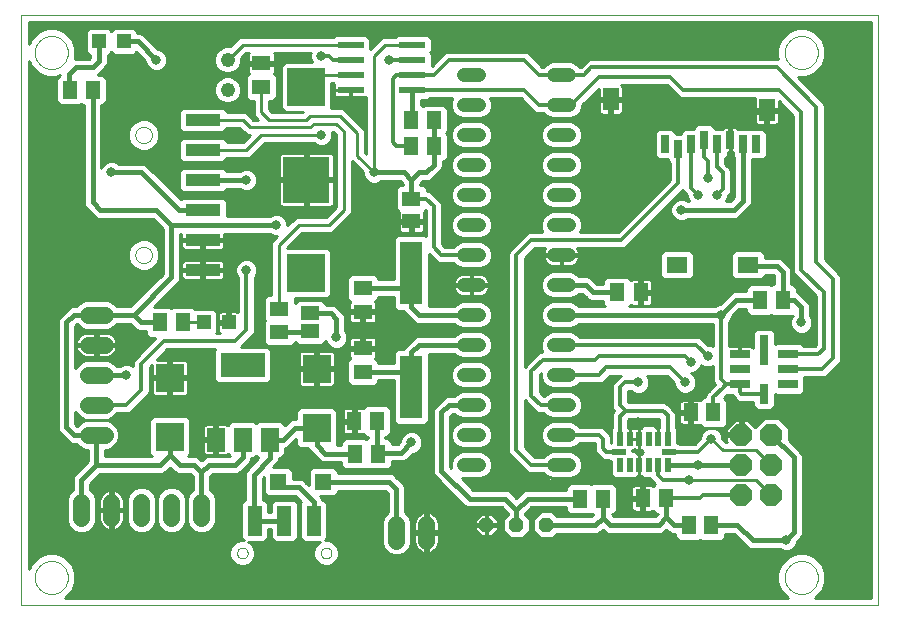
<source format=gtl>
G75*
G70*
%OFA0B0*%
%FSLAX24Y24*%
%IPPOS*%
%LPD*%
%AMOC8*
5,1,8,0,0,1.08239X$1,22.5*
%
%ADD10C,0.0000*%
%ADD11R,0.0760X0.2100*%
%ADD12R,0.0630X0.0512*%
%ADD13R,0.0512X0.0630*%
%ADD14R,0.1181X0.0394*%
%ADD15R,0.0197X0.0472*%
%ADD16R,0.0472X0.0197*%
%ADD17OC8,0.0740*%
%ADD18R,0.0472X0.0984*%
%ADD19R,0.0590X0.0790*%
%ADD20R,0.1500X0.0790*%
%ADD21R,0.0945X0.0945*%
%ADD22R,0.0472X0.0472*%
%ADD23C,0.0480*%
%ADD24R,0.0551X0.0748*%
%ADD25R,0.0709X0.0551*%
%ADD26R,0.0276X0.0591*%
%ADD27R,0.0512X0.0591*%
%ADD28R,0.0870X0.0240*%
%ADD29R,0.1560X0.1560*%
%ADD30R,0.1250X0.1250*%
%ADD31C,0.0480*%
%ADD32R,0.0591X0.0512*%
%ADD33OC8,0.0480*%
%ADD34R,0.0630X0.0460*%
%ADD35C,0.0554*%
%ADD36R,0.0551X0.0551*%
%ADD37R,0.0315X0.0984*%
%ADD38R,0.0315X0.0657*%
%ADD39R,0.0657X0.0315*%
%ADD40C,0.0120*%
%ADD41C,0.0160*%
%ADD42C,0.0100*%
%ADD43C,0.0316*%
D10*
X001159Y001230D02*
X001159Y020915D01*
X029718Y020915D01*
X029718Y001230D01*
X001159Y001230D01*
X001608Y002155D02*
X001610Y002202D01*
X001616Y002248D01*
X001626Y002294D01*
X001639Y002339D01*
X001657Y002382D01*
X001678Y002424D01*
X001702Y002464D01*
X001730Y002501D01*
X001761Y002536D01*
X001795Y002569D01*
X001831Y002598D01*
X001870Y002624D01*
X001911Y002647D01*
X001954Y002666D01*
X001998Y002682D01*
X002043Y002694D01*
X002089Y002702D01*
X002136Y002706D01*
X002182Y002706D01*
X002229Y002702D01*
X002275Y002694D01*
X002320Y002682D01*
X002364Y002666D01*
X002407Y002647D01*
X002448Y002624D01*
X002487Y002598D01*
X002523Y002569D01*
X002557Y002536D01*
X002588Y002501D01*
X002616Y002464D01*
X002640Y002424D01*
X002661Y002382D01*
X002679Y002339D01*
X002692Y002294D01*
X002702Y002248D01*
X002708Y002202D01*
X002710Y002155D01*
X002708Y002108D01*
X002702Y002062D01*
X002692Y002016D01*
X002679Y001971D01*
X002661Y001928D01*
X002640Y001886D01*
X002616Y001846D01*
X002588Y001809D01*
X002557Y001774D01*
X002523Y001741D01*
X002487Y001712D01*
X002448Y001686D01*
X002407Y001663D01*
X002364Y001644D01*
X002320Y001628D01*
X002275Y001616D01*
X002229Y001608D01*
X002182Y001604D01*
X002136Y001604D01*
X002089Y001608D01*
X002043Y001616D01*
X001998Y001628D01*
X001954Y001644D01*
X001911Y001663D01*
X001870Y001686D01*
X001831Y001712D01*
X001795Y001741D01*
X001761Y001774D01*
X001730Y001809D01*
X001702Y001846D01*
X001678Y001886D01*
X001657Y001928D01*
X001639Y001971D01*
X001626Y002016D01*
X001616Y002062D01*
X001610Y002108D01*
X001608Y002155D01*
X008344Y002968D02*
X008346Y002994D01*
X008352Y003020D01*
X008362Y003045D01*
X008375Y003068D01*
X008391Y003088D01*
X008411Y003106D01*
X008433Y003121D01*
X008456Y003133D01*
X008482Y003141D01*
X008508Y003145D01*
X008534Y003145D01*
X008560Y003141D01*
X008586Y003133D01*
X008610Y003121D01*
X008631Y003106D01*
X008651Y003088D01*
X008667Y003068D01*
X008680Y003045D01*
X008690Y003020D01*
X008696Y002994D01*
X008698Y002968D01*
X008696Y002942D01*
X008690Y002916D01*
X008680Y002891D01*
X008667Y002868D01*
X008651Y002848D01*
X008631Y002830D01*
X008609Y002815D01*
X008586Y002803D01*
X008560Y002795D01*
X008534Y002791D01*
X008508Y002791D01*
X008482Y002795D01*
X008456Y002803D01*
X008432Y002815D01*
X008411Y002830D01*
X008391Y002848D01*
X008375Y002868D01*
X008362Y002891D01*
X008352Y002916D01*
X008346Y002942D01*
X008344Y002968D01*
X011140Y002968D02*
X011142Y002994D01*
X011148Y003020D01*
X011158Y003045D01*
X011171Y003068D01*
X011187Y003088D01*
X011207Y003106D01*
X011229Y003121D01*
X011252Y003133D01*
X011278Y003141D01*
X011304Y003145D01*
X011330Y003145D01*
X011356Y003141D01*
X011382Y003133D01*
X011406Y003121D01*
X011427Y003106D01*
X011447Y003088D01*
X011463Y003068D01*
X011476Y003045D01*
X011486Y003020D01*
X011492Y002994D01*
X011494Y002968D01*
X011492Y002942D01*
X011486Y002916D01*
X011476Y002891D01*
X011463Y002868D01*
X011447Y002848D01*
X011427Y002830D01*
X011405Y002815D01*
X011382Y002803D01*
X011356Y002795D01*
X011330Y002791D01*
X011304Y002791D01*
X011278Y002795D01*
X011252Y002803D01*
X011228Y002815D01*
X011207Y002830D01*
X011187Y002848D01*
X011171Y002868D01*
X011158Y002891D01*
X011148Y002916D01*
X011142Y002942D01*
X011140Y002968D01*
X004958Y012905D02*
X004960Y012938D01*
X004966Y012970D01*
X004975Y013001D01*
X004988Y013031D01*
X005005Y013059D01*
X005025Y013085D01*
X005048Y013109D01*
X005073Y013129D01*
X005101Y013147D01*
X005130Y013161D01*
X005161Y013171D01*
X005193Y013178D01*
X005226Y013181D01*
X005259Y013180D01*
X005291Y013175D01*
X005322Y013166D01*
X005353Y013154D01*
X005381Y013138D01*
X005408Y013119D01*
X005432Y013097D01*
X005453Y013072D01*
X005472Y013045D01*
X005487Y013016D01*
X005498Y012986D01*
X005506Y012954D01*
X005510Y012921D01*
X005510Y012889D01*
X005506Y012856D01*
X005498Y012824D01*
X005487Y012794D01*
X005472Y012765D01*
X005453Y012738D01*
X005432Y012713D01*
X005408Y012691D01*
X005381Y012672D01*
X005353Y012656D01*
X005322Y012644D01*
X005291Y012635D01*
X005259Y012630D01*
X005226Y012629D01*
X005193Y012632D01*
X005161Y012639D01*
X005130Y012649D01*
X005101Y012663D01*
X005073Y012681D01*
X005048Y012701D01*
X005025Y012725D01*
X005005Y012751D01*
X004988Y012779D01*
X004975Y012809D01*
X004966Y012840D01*
X004960Y012872D01*
X004958Y012905D01*
X004958Y016905D02*
X004960Y016938D01*
X004966Y016970D01*
X004975Y017001D01*
X004988Y017031D01*
X005005Y017059D01*
X005025Y017085D01*
X005048Y017109D01*
X005073Y017129D01*
X005101Y017147D01*
X005130Y017161D01*
X005161Y017171D01*
X005193Y017178D01*
X005226Y017181D01*
X005259Y017180D01*
X005291Y017175D01*
X005322Y017166D01*
X005353Y017154D01*
X005381Y017138D01*
X005408Y017119D01*
X005432Y017097D01*
X005453Y017072D01*
X005472Y017045D01*
X005487Y017016D01*
X005498Y016986D01*
X005506Y016954D01*
X005510Y016921D01*
X005510Y016889D01*
X005506Y016856D01*
X005498Y016824D01*
X005487Y016794D01*
X005472Y016765D01*
X005453Y016738D01*
X005432Y016713D01*
X005408Y016691D01*
X005381Y016672D01*
X005353Y016656D01*
X005322Y016644D01*
X005291Y016635D01*
X005259Y016630D01*
X005226Y016629D01*
X005193Y016632D01*
X005161Y016639D01*
X005130Y016649D01*
X005101Y016663D01*
X005073Y016681D01*
X005048Y016701D01*
X005025Y016725D01*
X005005Y016751D01*
X004988Y016779D01*
X004975Y016809D01*
X004966Y016840D01*
X004960Y016872D01*
X004958Y016905D01*
X001608Y019655D02*
X001610Y019702D01*
X001616Y019748D01*
X001626Y019794D01*
X001639Y019839D01*
X001657Y019882D01*
X001678Y019924D01*
X001702Y019964D01*
X001730Y020001D01*
X001761Y020036D01*
X001795Y020069D01*
X001831Y020098D01*
X001870Y020124D01*
X001911Y020147D01*
X001954Y020166D01*
X001998Y020182D01*
X002043Y020194D01*
X002089Y020202D01*
X002136Y020206D01*
X002182Y020206D01*
X002229Y020202D01*
X002275Y020194D01*
X002320Y020182D01*
X002364Y020166D01*
X002407Y020147D01*
X002448Y020124D01*
X002487Y020098D01*
X002523Y020069D01*
X002557Y020036D01*
X002588Y020001D01*
X002616Y019964D01*
X002640Y019924D01*
X002661Y019882D01*
X002679Y019839D01*
X002692Y019794D01*
X002702Y019748D01*
X002708Y019702D01*
X002710Y019655D01*
X002708Y019608D01*
X002702Y019562D01*
X002692Y019516D01*
X002679Y019471D01*
X002661Y019428D01*
X002640Y019386D01*
X002616Y019346D01*
X002588Y019309D01*
X002557Y019274D01*
X002523Y019241D01*
X002487Y019212D01*
X002448Y019186D01*
X002407Y019163D01*
X002364Y019144D01*
X002320Y019128D01*
X002275Y019116D01*
X002229Y019108D01*
X002182Y019104D01*
X002136Y019104D01*
X002089Y019108D01*
X002043Y019116D01*
X001998Y019128D01*
X001954Y019144D01*
X001911Y019163D01*
X001870Y019186D01*
X001831Y019212D01*
X001795Y019241D01*
X001761Y019274D01*
X001730Y019309D01*
X001702Y019346D01*
X001678Y019386D01*
X001657Y019428D01*
X001639Y019471D01*
X001626Y019516D01*
X001616Y019562D01*
X001610Y019608D01*
X001608Y019655D01*
X026608Y019655D02*
X026610Y019702D01*
X026616Y019748D01*
X026626Y019794D01*
X026639Y019839D01*
X026657Y019882D01*
X026678Y019924D01*
X026702Y019964D01*
X026730Y020001D01*
X026761Y020036D01*
X026795Y020069D01*
X026831Y020098D01*
X026870Y020124D01*
X026911Y020147D01*
X026954Y020166D01*
X026998Y020182D01*
X027043Y020194D01*
X027089Y020202D01*
X027136Y020206D01*
X027182Y020206D01*
X027229Y020202D01*
X027275Y020194D01*
X027320Y020182D01*
X027364Y020166D01*
X027407Y020147D01*
X027448Y020124D01*
X027487Y020098D01*
X027523Y020069D01*
X027557Y020036D01*
X027588Y020001D01*
X027616Y019964D01*
X027640Y019924D01*
X027661Y019882D01*
X027679Y019839D01*
X027692Y019794D01*
X027702Y019748D01*
X027708Y019702D01*
X027710Y019655D01*
X027708Y019608D01*
X027702Y019562D01*
X027692Y019516D01*
X027679Y019471D01*
X027661Y019428D01*
X027640Y019386D01*
X027616Y019346D01*
X027588Y019309D01*
X027557Y019274D01*
X027523Y019241D01*
X027487Y019212D01*
X027448Y019186D01*
X027407Y019163D01*
X027364Y019144D01*
X027320Y019128D01*
X027275Y019116D01*
X027229Y019108D01*
X027182Y019104D01*
X027136Y019104D01*
X027089Y019108D01*
X027043Y019116D01*
X026998Y019128D01*
X026954Y019144D01*
X026911Y019163D01*
X026870Y019186D01*
X026831Y019212D01*
X026795Y019241D01*
X026761Y019274D01*
X026730Y019309D01*
X026702Y019346D01*
X026678Y019386D01*
X026657Y019428D01*
X026639Y019471D01*
X026626Y019516D01*
X026616Y019562D01*
X026610Y019608D01*
X026608Y019655D01*
X026608Y002155D02*
X026610Y002202D01*
X026616Y002248D01*
X026626Y002294D01*
X026639Y002339D01*
X026657Y002382D01*
X026678Y002424D01*
X026702Y002464D01*
X026730Y002501D01*
X026761Y002536D01*
X026795Y002569D01*
X026831Y002598D01*
X026870Y002624D01*
X026911Y002647D01*
X026954Y002666D01*
X026998Y002682D01*
X027043Y002694D01*
X027089Y002702D01*
X027136Y002706D01*
X027182Y002706D01*
X027229Y002702D01*
X027275Y002694D01*
X027320Y002682D01*
X027364Y002666D01*
X027407Y002647D01*
X027448Y002624D01*
X027487Y002598D01*
X027523Y002569D01*
X027557Y002536D01*
X027588Y002501D01*
X027616Y002464D01*
X027640Y002424D01*
X027661Y002382D01*
X027679Y002339D01*
X027692Y002294D01*
X027702Y002248D01*
X027708Y002202D01*
X027710Y002155D01*
X027708Y002108D01*
X027702Y002062D01*
X027692Y002016D01*
X027679Y001971D01*
X027661Y001928D01*
X027640Y001886D01*
X027616Y001846D01*
X027588Y001809D01*
X027557Y001774D01*
X027523Y001741D01*
X027487Y001712D01*
X027448Y001686D01*
X027407Y001663D01*
X027364Y001644D01*
X027320Y001628D01*
X027275Y001616D01*
X027229Y001608D01*
X027182Y001604D01*
X027136Y001604D01*
X027089Y001608D01*
X027043Y001616D01*
X026998Y001628D01*
X026954Y001644D01*
X026911Y001663D01*
X026870Y001686D01*
X026831Y001712D01*
X026795Y001741D01*
X026761Y001774D01*
X026730Y001809D01*
X026702Y001846D01*
X026678Y001886D01*
X026657Y001928D01*
X026639Y001971D01*
X026626Y002016D01*
X026616Y002062D01*
X026610Y002108D01*
X026608Y002155D01*
D11*
X014159Y008505D03*
X014159Y012305D03*
D12*
X012534Y011799D03*
X012534Y011011D03*
X012534Y009799D03*
X012534Y009011D03*
X009754Y010330D03*
X009754Y011118D03*
X009159Y018511D03*
X009159Y019299D03*
D13*
X006533Y010655D03*
X005785Y010655D03*
X012248Y007369D03*
X012996Y007369D03*
X013033Y006280D03*
X012285Y006280D03*
X019785Y004780D03*
X020533Y004780D03*
X021872Y004799D03*
X022659Y004799D03*
X023410Y003905D03*
X024158Y003905D03*
X025785Y011405D03*
X026533Y011405D03*
X021803Y011655D03*
X021015Y011655D03*
D14*
X007202Y012405D03*
X007202Y013405D03*
X007202Y014405D03*
X007202Y015405D03*
X007202Y016405D03*
X007202Y017405D03*
D15*
X021122Y006776D03*
X021437Y006776D03*
X021752Y006776D03*
X022067Y006776D03*
X022381Y006776D03*
X022696Y006776D03*
X022696Y005910D03*
X022381Y005910D03*
X022067Y005910D03*
X021752Y005910D03*
X021437Y005910D03*
X021122Y005910D03*
D16*
X021082Y006343D03*
X022736Y006343D03*
D17*
X025159Y005905D03*
X026159Y005905D03*
X026159Y006905D03*
X025159Y006905D03*
X025159Y004905D03*
X026159Y004905D03*
D18*
X010903Y004051D03*
X009919Y004051D03*
X008935Y004051D03*
D19*
X008543Y006752D03*
X007643Y006752D03*
X009443Y006752D03*
D20*
X008533Y009232D03*
D21*
X006108Y008807D03*
X006108Y006838D03*
X010998Y007145D03*
X010998Y009114D03*
D22*
X008072Y010655D03*
X007246Y010655D03*
X004572Y020030D03*
X003746Y020030D03*
D23*
X015919Y018905D02*
X016399Y018905D01*
X016399Y017905D02*
X015919Y017905D01*
X015919Y016905D02*
X016399Y016905D01*
X016399Y015905D02*
X015919Y015905D01*
X015919Y014905D02*
X016399Y014905D01*
X016399Y013905D02*
X015919Y013905D01*
X015919Y012905D02*
X016399Y012905D01*
X016399Y011905D02*
X015919Y011905D01*
X015919Y010905D02*
X016399Y010905D01*
X016399Y009905D02*
X015919Y009905D01*
X015919Y008905D02*
X016399Y008905D01*
X016399Y007905D02*
X015919Y007905D01*
X015919Y006905D02*
X016399Y006905D01*
X016399Y005905D02*
X015919Y005905D01*
X018919Y005905D02*
X019399Y005905D01*
X019399Y006905D02*
X018919Y006905D01*
X018919Y007905D02*
X019399Y007905D01*
X019399Y008905D02*
X018919Y008905D01*
X018919Y009905D02*
X019399Y009905D01*
X019399Y010905D02*
X018919Y010905D01*
X018919Y011905D02*
X019399Y011905D01*
X019399Y012905D02*
X018919Y012905D01*
X018919Y013905D02*
X019399Y013905D01*
X019399Y014905D02*
X018919Y014905D01*
X018919Y015905D02*
X019399Y015905D01*
X019399Y016905D02*
X018919Y016905D01*
X018919Y017905D02*
X019399Y017905D01*
X019399Y018905D02*
X018919Y018905D01*
D24*
X020805Y018090D03*
X026002Y017736D03*
D25*
X025372Y012578D03*
X023009Y012578D03*
D26*
X023049Y016437D03*
X023482Y016594D03*
X023915Y016752D03*
X024348Y016594D03*
X024781Y016752D03*
X025214Y016594D03*
X025647Y016594D03*
X022616Y016594D03*
D27*
X014908Y016530D03*
X014160Y016530D03*
X014160Y017405D03*
X014908Y017405D03*
X003533Y018405D03*
X002785Y018405D03*
X023473Y007655D03*
X024221Y007655D03*
D28*
X014189Y018405D03*
X014189Y018905D03*
X014189Y019405D03*
X014189Y019905D03*
X012129Y019905D03*
X012129Y019405D03*
X012129Y018905D03*
X012129Y018405D03*
D29*
X010659Y015405D03*
D30*
X010659Y018505D03*
X010659Y012305D03*
D31*
X008034Y018405D03*
X008034Y019405D03*
D32*
X014159Y014779D03*
X014159Y014031D03*
D33*
X016659Y003905D03*
X017659Y003905D03*
X018659Y003905D03*
D34*
X010784Y010355D03*
X010784Y010955D03*
D35*
X003936Y010905D02*
X003382Y010905D01*
X003382Y009905D02*
X003936Y009905D01*
X003936Y008905D02*
X003382Y008905D01*
X003382Y007905D02*
X003936Y007905D01*
X003936Y006905D02*
X003382Y006905D01*
X003159Y004682D02*
X003159Y004128D01*
X004159Y004128D02*
X004159Y004682D01*
X005159Y004682D02*
X005159Y004128D01*
X006159Y004128D02*
X006159Y004682D01*
X007159Y004682D02*
X007159Y004128D01*
X013659Y003932D02*
X013659Y003378D01*
X014659Y003378D02*
X014659Y003932D01*
D36*
X011220Y005343D03*
X009724Y005343D03*
D37*
X025909Y009742D03*
D38*
X025909Y008280D03*
D39*
X025096Y008593D03*
X025096Y009093D03*
X025096Y009593D03*
X026722Y009593D03*
X026722Y009093D03*
X026722Y008593D03*
D40*
X026722Y009093D02*
X027847Y009093D01*
X028222Y009468D01*
X028222Y012093D01*
X027659Y012655D01*
X027659Y017843D01*
X026347Y019155D01*
X020159Y019155D01*
X019909Y018905D01*
X019159Y018905D01*
X018409Y018905D01*
X017909Y019405D01*
X015409Y019405D01*
X014909Y018905D01*
X014189Y018905D01*
X013659Y018905D01*
X013534Y018780D01*
X013534Y016655D01*
X013659Y016530D01*
X014160Y016530D01*
X014160Y014780D02*
X014659Y014780D01*
X014909Y014530D01*
X014909Y013155D01*
X015159Y012905D01*
X016159Y012905D01*
X017659Y012905D02*
X017659Y006405D01*
X018159Y005905D01*
X019159Y005905D01*
X019159Y006905D02*
X020409Y006905D01*
X020534Y006780D01*
X020534Y006468D01*
X020659Y006343D01*
X021082Y006343D01*
X021122Y006776D02*
X021122Y007530D01*
X021309Y007718D01*
X021122Y007905D01*
X021122Y008493D01*
X021284Y008655D01*
X021722Y008655D01*
X022784Y009155D02*
X020659Y009155D01*
X020409Y008905D01*
X019159Y008905D01*
X018534Y009405D02*
X020284Y009405D01*
X020409Y009530D01*
X023284Y009530D01*
X023472Y009343D01*
X024034Y009530D02*
X023659Y009905D01*
X019159Y009905D01*
X018534Y009405D02*
X018159Y009030D01*
X018159Y008218D01*
X018472Y007905D01*
X019159Y007905D01*
X021309Y007718D02*
X022534Y007718D01*
X022696Y007555D01*
X022696Y006776D01*
X022736Y006343D02*
X023722Y006343D01*
X024159Y006780D01*
X024221Y007655D02*
X024222Y007656D01*
X024222Y008155D01*
X024534Y008468D01*
X024534Y008468D01*
X024659Y008593D01*
X025096Y008593D01*
X025096Y008343D01*
X025159Y008280D01*
X025909Y008280D01*
X025909Y008280D01*
X025910Y008280D01*
X024659Y008593D02*
X024472Y008780D01*
X024472Y010843D01*
X024409Y010905D01*
X022784Y009155D02*
X023284Y008655D01*
X022381Y005910D02*
X022381Y005558D01*
X022534Y005405D01*
X023409Y005405D01*
X023887Y004905D02*
X025159Y004905D01*
X023887Y004905D02*
X023781Y004799D01*
X022659Y004799D01*
X026722Y009593D02*
X027722Y009593D01*
X027909Y009780D01*
X027909Y011655D01*
X027159Y012405D01*
X027159Y017655D01*
X026409Y018405D01*
X023222Y018405D01*
X022784Y018843D01*
X020409Y018843D01*
X019472Y017905D01*
X019159Y017905D01*
X018409Y017905D01*
X017909Y018405D01*
X014189Y018405D01*
X014189Y019405D02*
X013409Y019405D01*
X012129Y019405D02*
X011534Y019405D01*
X011409Y019530D01*
X011159Y019530D01*
X017659Y012905D02*
X018159Y013405D01*
X021159Y013405D01*
X023049Y015295D01*
X023049Y016437D01*
X023482Y016594D02*
X023482Y015145D01*
X023722Y014905D01*
X024347Y014905D02*
X024534Y015093D01*
X024534Y015655D01*
X024347Y015843D01*
X024347Y016593D01*
X023909Y016746D02*
X023909Y016155D01*
X024034Y016030D01*
X024034Y015468D01*
X014159Y012305D02*
X014159Y011905D01*
X014053Y011799D01*
X014053Y009011D02*
X014159Y008905D01*
X014159Y008780D01*
X014159Y008505D01*
X008659Y010405D02*
X008284Y010030D01*
X005909Y010030D01*
X005159Y009280D01*
X005159Y008405D01*
X004659Y007905D01*
X003659Y007905D01*
X008659Y010405D02*
X008659Y012405D01*
D41*
X009659Y013905D02*
X006159Y013905D01*
X005659Y014405D01*
X003784Y014405D01*
X003534Y014655D01*
X003534Y018404D01*
X002746Y018444D02*
X002746Y018929D01*
X002972Y019155D01*
X003534Y019155D01*
X003746Y019367D01*
X003746Y020030D01*
X004572Y020030D02*
X005034Y020030D01*
X005659Y019405D01*
X005159Y015655D02*
X004159Y015655D01*
X005159Y015655D02*
X006409Y014405D01*
X007202Y014405D01*
X006159Y013905D02*
X006159Y012155D01*
X004909Y010905D01*
X005159Y010655D01*
X005785Y010655D01*
X004909Y010905D02*
X003659Y010905D01*
X002909Y010905D01*
X002659Y010655D01*
X002659Y007155D01*
X002909Y006905D01*
X003659Y006905D01*
X003659Y005905D01*
X005784Y005905D01*
X006108Y006229D01*
X006432Y005905D01*
X006909Y005905D01*
X007159Y005655D01*
X007409Y005905D01*
X008284Y005905D01*
X008534Y006155D01*
X008534Y006743D01*
X009443Y006752D02*
X009443Y006121D01*
X008909Y005587D01*
X008909Y004218D01*
X009076Y004051D01*
X008935Y004051D01*
X009076Y004051D02*
X009919Y004051D01*
X010903Y004051D02*
X010903Y004661D01*
X010409Y005155D01*
X009852Y005155D01*
X009724Y005343D01*
X011220Y005343D02*
X013409Y005343D01*
X013659Y005093D01*
X013659Y003655D01*
X015159Y005718D02*
X016097Y004780D01*
X016159Y004780D01*
X016159Y004780D01*
X017284Y004780D01*
X017659Y004405D01*
X018034Y004780D01*
X019785Y004780D01*
X020533Y004780D02*
X020533Y004154D01*
X020782Y003905D01*
X022409Y003905D01*
X022659Y004155D01*
X022909Y003905D01*
X023410Y003905D01*
X024158Y003905D02*
X025024Y003905D01*
X025534Y003395D01*
X026649Y003395D01*
X026659Y003405D02*
X026909Y003655D01*
X026909Y006155D01*
X026159Y006905D01*
X025159Y005905D02*
X023722Y005905D01*
X022701Y005905D01*
X022659Y004799D02*
X022659Y004155D01*
X020533Y004154D02*
X020284Y003905D01*
X018659Y003905D01*
X017659Y003905D02*
X017659Y004405D01*
X015159Y005718D02*
X015159Y005718D01*
X015159Y007655D01*
X015409Y007905D01*
X016159Y007905D01*
X014159Y008780D02*
X014159Y009655D01*
X014409Y009905D01*
X016159Y009905D01*
X016159Y010905D02*
X014409Y010905D01*
X014159Y011155D01*
X014159Y011905D01*
X014053Y011799D02*
X012534Y011799D01*
X011659Y010780D02*
X011484Y010955D01*
X010784Y010955D01*
X010759Y010330D02*
X009754Y010330D01*
X011659Y010155D02*
X011659Y010780D01*
X012534Y009011D02*
X014053Y009011D01*
X012996Y007369D02*
X012996Y006318D01*
X013821Y006318D01*
X014159Y006655D01*
X012285Y006280D02*
X011284Y006280D01*
X010998Y006567D01*
X010998Y007145D01*
X010274Y007145D01*
X009881Y006752D01*
X009443Y006752D01*
X007159Y005655D02*
X007159Y004405D01*
X006108Y006229D02*
X006108Y006838D01*
X003659Y005905D02*
X003159Y005405D01*
X003159Y004405D01*
X003659Y008905D02*
X004659Y008905D01*
X007202Y015405D02*
X008659Y015405D01*
X012909Y015655D02*
X013909Y015655D01*
X014159Y015405D01*
X014409Y015655D01*
X014659Y015655D01*
X014909Y015905D01*
X014909Y016529D01*
X014908Y016530D02*
X014908Y017405D01*
X014189Y017434D02*
X014189Y018405D01*
X014159Y015405D02*
X014159Y014780D01*
X019159Y011905D02*
X019972Y011905D01*
X020222Y011655D01*
X021015Y011655D01*
X019159Y010905D02*
X024409Y010905D01*
X024472Y010905D01*
X024972Y011405D01*
X025785Y011405D01*
X026533Y011405D02*
X026909Y011405D01*
X027159Y011155D01*
X027159Y010655D01*
X026533Y011405D02*
X026533Y012344D01*
X026347Y012530D01*
X025420Y012530D01*
X024909Y014405D02*
X023159Y014405D01*
X024909Y014405D02*
X025214Y014710D01*
X025214Y016594D01*
X024781Y016752D02*
X024781Y017527D01*
X024909Y017655D01*
X025921Y017655D01*
D42*
X026002Y017736D01*
X026052Y017703D02*
X026729Y017703D01*
X026631Y017802D02*
X026407Y017802D01*
X026407Y017786D02*
X026407Y018025D01*
X026889Y017543D01*
X026889Y012459D01*
X026889Y012351D01*
X026930Y012252D01*
X027639Y011543D01*
X027639Y009892D01*
X027610Y009863D01*
X027235Y009863D01*
X027138Y009960D01*
X026306Y009960D01*
X026277Y009930D01*
X026277Y010321D01*
X026154Y010444D01*
X025665Y010444D01*
X025542Y010321D01*
X025542Y009808D01*
X025529Y009830D01*
X025505Y009854D01*
X025475Y009871D01*
X025442Y009880D01*
X025125Y009880D01*
X025125Y009622D01*
X025067Y009622D01*
X025067Y009880D01*
X024750Y009880D01*
X024742Y009878D01*
X024742Y010654D01*
X024784Y010697D01*
X024840Y010832D01*
X024840Y010863D01*
X025092Y011115D01*
X025319Y011115D01*
X025319Y011003D01*
X025442Y010880D01*
X026128Y010880D01*
X026159Y010911D01*
X026190Y010880D01*
X026864Y010880D01*
X026847Y010864D01*
X026791Y010728D01*
X026791Y010582D01*
X026847Y010447D01*
X026951Y010343D01*
X027086Y010287D01*
X027232Y010287D01*
X027368Y010343D01*
X027471Y010447D01*
X027527Y010582D01*
X027527Y010728D01*
X027471Y010864D01*
X027449Y010886D01*
X027449Y011097D01*
X027449Y011213D01*
X027405Y011319D01*
X027073Y011651D01*
X026999Y011682D01*
X026999Y011807D01*
X026876Y011930D01*
X026823Y011930D01*
X026823Y012286D01*
X026823Y012401D01*
X026779Y012508D01*
X026592Y012694D01*
X026511Y012776D01*
X026889Y012776D01*
X026889Y012874D02*
X025936Y012874D01*
X025936Y012820D02*
X025936Y012941D01*
X025813Y013064D01*
X024930Y013064D01*
X024807Y012941D01*
X024807Y012216D01*
X024930Y012093D01*
X025813Y012093D01*
X025936Y012216D01*
X025936Y012240D01*
X026226Y012240D01*
X026243Y012223D01*
X026243Y011930D01*
X026190Y011930D01*
X026159Y011899D01*
X026128Y011930D01*
X025442Y011930D01*
X025319Y011807D01*
X025319Y011695D01*
X025029Y011695D01*
X024914Y011695D01*
X024807Y011651D01*
X024430Y011273D01*
X024398Y011273D01*
X024263Y011217D01*
X024241Y011195D01*
X021423Y011195D01*
X021466Y011238D01*
X021467Y011236D01*
X021497Y011219D01*
X021530Y011210D01*
X021753Y011210D01*
X021753Y011605D01*
X021853Y011605D01*
X021853Y011705D01*
X022189Y011705D01*
X022189Y011987D01*
X022180Y012020D01*
X022163Y012050D01*
X022138Y012074D01*
X022109Y012091D01*
X022076Y012100D01*
X021853Y012100D01*
X021853Y011705D01*
X021753Y011705D01*
X021753Y012100D01*
X021530Y012100D01*
X021497Y012091D01*
X021467Y012074D01*
X021466Y012073D01*
X021358Y012180D01*
X020672Y012180D01*
X020549Y012057D01*
X020549Y011945D01*
X020342Y011945D01*
X020136Y012151D01*
X020029Y012195D01*
X019914Y012195D01*
X019745Y012195D01*
X019654Y012287D01*
X019489Y012355D01*
X018830Y012355D01*
X018664Y012287D01*
X018538Y012160D01*
X018469Y011995D01*
X018469Y011816D01*
X018538Y011650D01*
X018664Y011524D01*
X018830Y011455D01*
X019489Y011455D01*
X019654Y011524D01*
X019745Y011615D01*
X019851Y011615D01*
X019976Y011491D01*
X020057Y011409D01*
X020164Y011365D01*
X020549Y011365D01*
X020549Y011253D01*
X020608Y011195D01*
X019745Y011195D01*
X019654Y011287D01*
X019489Y011355D01*
X018830Y011355D01*
X018664Y011287D01*
X018538Y011160D01*
X018469Y010995D01*
X018469Y010816D01*
X018538Y010650D01*
X018664Y010524D01*
X018830Y010455D01*
X019489Y010455D01*
X019654Y010524D01*
X019745Y010615D01*
X024202Y010615D01*
X024202Y009859D01*
X024107Y009898D01*
X024048Y009898D01*
X023812Y010134D01*
X023713Y010175D01*
X023605Y010175D01*
X019765Y010175D01*
X019654Y010287D01*
X019489Y010355D01*
X018830Y010355D01*
X018664Y010287D01*
X018538Y010160D01*
X018469Y009995D01*
X018469Y009816D01*
X018527Y009675D01*
X018480Y009675D01*
X018381Y009634D01*
X018305Y009558D01*
X017930Y009183D01*
X017929Y009180D01*
X017929Y012793D01*
X018271Y013135D01*
X018628Y013135D01*
X018591Y013080D01*
X018563Y013013D01*
X018549Y012942D01*
X018549Y012935D01*
X019129Y012935D01*
X019129Y012875D01*
X019189Y012875D01*
X019189Y012535D01*
X019436Y012535D01*
X019507Y012549D01*
X019574Y012577D01*
X019635Y012618D01*
X019686Y012669D01*
X019727Y012730D01*
X019755Y012797D01*
X019769Y012869D01*
X019769Y012875D01*
X019189Y012875D01*
X019189Y012935D01*
X019769Y012935D01*
X019769Y012942D01*
X019755Y013013D01*
X019727Y013080D01*
X019690Y013135D01*
X021213Y013135D01*
X021312Y013176D01*
X021388Y013252D01*
X023216Y015081D01*
X023253Y014992D01*
X023353Y014891D01*
X023353Y014832D01*
X023409Y014697D01*
X023411Y014695D01*
X023390Y014695D01*
X023368Y014717D01*
X023232Y014773D01*
X023086Y014773D01*
X022951Y014717D01*
X022847Y014614D01*
X022791Y014478D01*
X022791Y014332D01*
X022847Y014197D01*
X022951Y014093D01*
X023086Y014037D01*
X023232Y014037D01*
X023368Y014093D01*
X023390Y014115D01*
X024967Y014115D01*
X025073Y014159D01*
X025155Y014241D01*
X025460Y014546D01*
X025504Y014653D01*
X025504Y014768D01*
X025504Y016089D01*
X025872Y016089D01*
X025995Y016212D01*
X025995Y016976D01*
X025872Y017099D01*
X025439Y017099D01*
X025039Y017099D01*
X025023Y017127D01*
X024999Y017151D01*
X024969Y017168D01*
X024936Y017177D01*
X024800Y017177D01*
X024800Y016771D01*
X024762Y016771D01*
X024762Y017177D01*
X024626Y017177D01*
X024593Y017168D01*
X024563Y017151D01*
X024539Y017127D01*
X024524Y017099D01*
X024263Y017099D01*
X024263Y017134D01*
X024140Y017257D01*
X023690Y017257D01*
X023567Y017134D01*
X023567Y017099D01*
X023257Y017099D01*
X023134Y016976D01*
X023134Y016942D01*
X022964Y016942D01*
X022964Y016976D01*
X022841Y017099D01*
X022391Y017099D01*
X022268Y016976D01*
X022268Y016212D01*
X022391Y016089D01*
X022701Y016089D01*
X022701Y016054D01*
X022779Y015977D01*
X022779Y015407D01*
X021047Y013675D01*
X019791Y013675D01*
X019849Y013816D01*
X019849Y013995D01*
X019781Y014160D01*
X019654Y014287D01*
X019489Y014355D01*
X018830Y014355D01*
X018664Y014287D01*
X018538Y014160D01*
X018469Y013995D01*
X018469Y013816D01*
X018527Y013675D01*
X018213Y013675D01*
X018105Y013675D01*
X018006Y013634D01*
X017430Y013058D01*
X017389Y012959D01*
X017389Y012851D01*
X017389Y006459D01*
X017389Y006351D01*
X017430Y006252D01*
X017930Y005752D01*
X018006Y005676D01*
X018105Y005635D01*
X018553Y005635D01*
X018664Y005524D01*
X018830Y005455D01*
X019489Y005455D01*
X019654Y005524D01*
X019781Y005650D01*
X019849Y005816D01*
X019849Y005995D01*
X019781Y006160D01*
X019654Y006287D01*
X019489Y006355D01*
X018830Y006355D01*
X018664Y006287D01*
X018553Y006175D01*
X018271Y006175D01*
X017929Y006517D01*
X017929Y008068D01*
X017930Y008065D01*
X018243Y007752D01*
X018319Y007676D01*
X018418Y007635D01*
X018553Y007635D01*
X018664Y007524D01*
X018830Y007455D01*
X019489Y007455D01*
X019654Y007524D01*
X019781Y007650D01*
X019849Y007816D01*
X019849Y007995D01*
X019781Y008160D01*
X019654Y008287D01*
X019489Y008355D01*
X018830Y008355D01*
X018664Y008287D01*
X018568Y008190D01*
X018429Y008329D01*
X018429Y008918D01*
X018469Y008958D01*
X018469Y008816D01*
X018538Y008650D01*
X018664Y008524D01*
X018830Y008455D01*
X019489Y008455D01*
X019654Y008524D01*
X019765Y008635D01*
X020463Y008635D01*
X020562Y008676D01*
X020638Y008752D01*
X020638Y008752D01*
X020771Y008885D01*
X021134Y008885D01*
X021131Y008884D01*
X020893Y008646D01*
X020852Y008546D01*
X020852Y008439D01*
X020852Y007851D01*
X020893Y007752D01*
X020927Y007718D01*
X020893Y007683D01*
X020852Y007584D01*
X020852Y007476D01*
X020852Y007137D01*
X020813Y007099D01*
X020813Y006651D01*
X020804Y006651D01*
X020804Y006726D01*
X020804Y006834D01*
X020763Y006933D01*
X020638Y007058D01*
X020562Y007134D01*
X020463Y007175D01*
X019765Y007175D01*
X019654Y007287D01*
X019489Y007355D01*
X018830Y007355D01*
X018664Y007287D01*
X018538Y007160D01*
X018469Y006995D01*
X018469Y006816D01*
X018538Y006650D01*
X018664Y006524D01*
X018830Y006455D01*
X019489Y006455D01*
X019654Y006524D01*
X019765Y006635D01*
X020264Y006635D01*
X020264Y006521D01*
X020264Y006414D01*
X020305Y006315D01*
X020506Y006114D01*
X020605Y006073D01*
X020713Y006073D01*
X020721Y006073D01*
X020759Y006034D01*
X020813Y006034D01*
X020813Y005586D01*
X020936Y005463D01*
X021307Y005463D01*
X021622Y005463D01*
X021702Y005543D01*
X021751Y005543D01*
X021751Y005909D01*
X021752Y005909D01*
X021752Y005543D01*
X021801Y005543D01*
X021881Y005463D01*
X022128Y005463D01*
X022153Y005405D01*
X022275Y005282D01*
X022209Y005216D01*
X022207Y005218D01*
X022178Y005235D01*
X022145Y005244D01*
X021922Y005244D01*
X021922Y004849D01*
X021822Y004849D01*
X021822Y005244D01*
X021599Y005244D01*
X021566Y005235D01*
X021536Y005218D01*
X021512Y005194D01*
X021495Y005164D01*
X021486Y005131D01*
X021486Y004849D01*
X021821Y004849D01*
X021821Y004749D01*
X021486Y004749D01*
X021486Y004467D01*
X021495Y004434D01*
X021512Y004404D01*
X021536Y004380D01*
X021566Y004363D01*
X021599Y004354D01*
X021822Y004354D01*
X021822Y004749D01*
X021922Y004749D01*
X021922Y004354D01*
X022145Y004354D01*
X022178Y004363D01*
X022207Y004380D01*
X022209Y004381D01*
X022316Y004274D01*
X022368Y004274D01*
X022289Y004195D01*
X020902Y004195D01*
X020842Y004255D01*
X020876Y004255D01*
X020999Y004378D01*
X020999Y005182D01*
X020876Y005305D01*
X020190Y005305D01*
X020159Y005274D01*
X020128Y005305D01*
X019442Y005305D01*
X019319Y005182D01*
X019319Y005070D01*
X018092Y005070D01*
X017976Y005070D01*
X017870Y005026D01*
X017659Y004815D01*
X017448Y005026D01*
X017342Y005070D01*
X017226Y005070D01*
X016217Y005070D01*
X016217Y005070D01*
X016217Y005070D01*
X015832Y005455D01*
X016489Y005455D01*
X016654Y005524D01*
X016781Y005650D01*
X016849Y005816D01*
X016849Y005995D01*
X016781Y006160D01*
X016654Y006287D01*
X016489Y006355D01*
X015830Y006355D01*
X015664Y006287D01*
X015538Y006160D01*
X015469Y005995D01*
X015469Y005818D01*
X015449Y005838D01*
X015449Y007535D01*
X015529Y007615D01*
X015573Y007615D01*
X015664Y007524D01*
X015830Y007455D01*
X016489Y007455D01*
X016654Y007524D01*
X016781Y007650D01*
X016849Y007816D01*
X016849Y007995D01*
X016781Y008160D01*
X016654Y008287D01*
X016489Y008355D01*
X015830Y008355D01*
X015664Y008287D01*
X015573Y008195D01*
X015351Y008195D01*
X015245Y008151D01*
X015163Y008069D01*
X014913Y007819D01*
X014869Y007713D01*
X014869Y007597D01*
X014869Y005775D01*
X014869Y005660D01*
X014913Y005553D01*
X014929Y005538D01*
X014995Y005472D01*
X015917Y004550D01*
X015932Y004534D01*
X016039Y004490D01*
X016101Y004490D01*
X016101Y004490D01*
X016217Y004490D01*
X017164Y004490D01*
X017369Y004285D01*
X017369Y004251D01*
X017209Y004091D01*
X017209Y003719D01*
X017473Y003455D01*
X017845Y003455D01*
X018109Y003719D01*
X018109Y004091D01*
X017949Y004251D01*
X017949Y004285D01*
X018154Y004490D01*
X019319Y004490D01*
X019319Y004378D01*
X019442Y004255D01*
X020128Y004255D01*
X020159Y004286D01*
X020190Y004255D01*
X020224Y004255D01*
X020164Y004195D01*
X019005Y004195D01*
X018845Y004355D01*
X018473Y004355D01*
X018209Y004091D01*
X018209Y003719D01*
X018473Y003455D01*
X018845Y003455D01*
X019005Y003615D01*
X020226Y003615D01*
X020342Y003615D01*
X020448Y003659D01*
X020533Y003744D01*
X020618Y003659D01*
X020724Y003615D01*
X020840Y003615D01*
X022467Y003615D01*
X022573Y003659D01*
X022655Y003741D01*
X022659Y003745D01*
X022745Y003659D01*
X022851Y003615D01*
X022944Y003615D01*
X022944Y003503D01*
X023067Y003380D01*
X023753Y003380D01*
X023784Y003411D01*
X023815Y003380D01*
X024501Y003380D01*
X024624Y003503D01*
X024624Y003615D01*
X024904Y003615D01*
X025288Y003231D01*
X025370Y003149D01*
X025476Y003105D01*
X026439Y003105D01*
X026451Y003093D01*
X026586Y003037D01*
X026732Y003037D01*
X026868Y003093D01*
X026971Y003197D01*
X027027Y003332D01*
X027027Y003363D01*
X027073Y003409D01*
X027155Y003491D01*
X027199Y003597D01*
X027199Y006097D01*
X027199Y006213D01*
X027155Y006319D01*
X026739Y006735D01*
X026739Y007145D01*
X026399Y007485D01*
X025919Y007485D01*
X025602Y007169D01*
X025366Y007405D01*
X025209Y007405D01*
X025209Y006955D01*
X025109Y006955D01*
X025109Y006855D01*
X024659Y006855D01*
X024659Y006698D01*
X024692Y006665D01*
X024642Y006665D01*
X024527Y006780D01*
X024527Y006853D01*
X024471Y006989D01*
X024368Y007092D01*
X024232Y007148D01*
X024086Y007148D01*
X023951Y007092D01*
X023847Y006989D01*
X023791Y006853D01*
X023791Y006794D01*
X023610Y006613D01*
X023097Y006613D01*
X023059Y006651D01*
X023005Y006651D01*
X023005Y007099D01*
X022966Y007137D01*
X022966Y007609D01*
X022925Y007708D01*
X022849Y007784D01*
X022763Y007871D01*
X022687Y007946D01*
X022588Y007988D01*
X021421Y007988D01*
X021392Y008017D01*
X021392Y008381D01*
X021396Y008385D01*
X021471Y008385D01*
X021513Y008343D01*
X021648Y008287D01*
X021795Y008287D01*
X021930Y008343D01*
X022034Y008447D01*
X022090Y008582D01*
X022090Y008728D01*
X022034Y008864D01*
X022012Y008885D01*
X022672Y008885D01*
X022916Y008641D01*
X022916Y008582D01*
X022972Y008447D01*
X023076Y008343D01*
X023211Y008287D01*
X023357Y008287D01*
X023493Y008343D01*
X023596Y008447D01*
X023652Y008582D01*
X023652Y008728D01*
X023596Y008864D01*
X023493Y008967D01*
X023475Y008975D01*
X023545Y008975D01*
X023680Y009031D01*
X023784Y009134D01*
X023820Y009223D01*
X023826Y009218D01*
X023961Y009162D01*
X024107Y009162D01*
X024202Y009201D01*
X024202Y008834D01*
X023608Y008834D01*
X023649Y008736D02*
X024202Y008736D01*
X024202Y008726D02*
X024243Y008627D01*
X024277Y008593D01*
X024069Y008384D01*
X023993Y008308D01*
X023952Y008209D01*
X023952Y008160D01*
X023878Y008160D01*
X023785Y008068D01*
X023779Y008071D01*
X023746Y008080D01*
X023522Y008080D01*
X023522Y007705D01*
X023423Y007705D01*
X023423Y008080D01*
X023199Y008080D01*
X023166Y008071D01*
X023137Y008054D01*
X023113Y008030D01*
X023095Y008001D01*
X023087Y007968D01*
X023087Y007705D01*
X023422Y007705D01*
X023422Y007605D01*
X023087Y007605D01*
X023087Y007343D01*
X023095Y007310D01*
X023113Y007280D01*
X023137Y007256D01*
X023166Y007239D01*
X023199Y007230D01*
X023423Y007230D01*
X023423Y007605D01*
X023522Y007605D01*
X023522Y007230D01*
X023746Y007230D01*
X023779Y007239D01*
X023785Y007242D01*
X023878Y007150D01*
X024563Y007150D01*
X024686Y007273D01*
X024686Y008037D01*
X024586Y008138D01*
X024677Y008229D01*
X024680Y008225D01*
X024853Y008225D01*
X024867Y008190D01*
X024930Y008127D01*
X025006Y008051D01*
X025105Y008010D01*
X025542Y008010D01*
X025542Y007864D01*
X025665Y007741D01*
X026154Y007741D01*
X026277Y007864D01*
X026277Y008255D01*
X026306Y008225D01*
X027138Y008225D01*
X027261Y008348D01*
X027261Y008823D01*
X027793Y008823D01*
X027900Y008823D01*
X027999Y008864D01*
X028374Y009239D01*
X028450Y009315D01*
X028492Y009414D01*
X028492Y012039D01*
X028492Y012146D01*
X028450Y012246D01*
X027929Y012767D01*
X027929Y017789D01*
X027929Y017896D01*
X027888Y017996D01*
X027029Y018854D01*
X027318Y018854D01*
X027613Y018976D01*
X027838Y019201D01*
X027960Y019496D01*
X027960Y019814D01*
X027838Y020109D01*
X027613Y020334D01*
X027318Y020456D01*
X027000Y020456D01*
X026705Y020334D01*
X026480Y020109D01*
X026358Y019814D01*
X026358Y019496D01*
X026387Y019425D01*
X026293Y019425D01*
X020105Y019425D01*
X020006Y019384D01*
X019930Y019308D01*
X019797Y019175D01*
X019765Y019175D01*
X019654Y019287D01*
X019489Y019355D01*
X018830Y019355D01*
X018664Y019287D01*
X018553Y019175D01*
X018521Y019175D01*
X018062Y019634D01*
X017963Y019675D01*
X017855Y019675D01*
X015355Y019675D01*
X015256Y019634D01*
X015180Y019558D01*
X014834Y019212D01*
X014834Y019612D01*
X014791Y019655D01*
X014834Y019698D01*
X014834Y020112D01*
X014711Y020235D01*
X013667Y020235D01*
X013597Y020165D01*
X013336Y020165D01*
X013232Y020165D01*
X013137Y020126D01*
X012774Y019763D01*
X012774Y020112D01*
X012651Y020235D01*
X011607Y020235D01*
X011537Y020165D01*
X008586Y020165D01*
X008482Y020165D01*
X008387Y020126D01*
X008116Y019855D01*
X007945Y019855D01*
X007779Y019787D01*
X007653Y019660D01*
X007584Y019495D01*
X007584Y019316D01*
X007653Y019150D01*
X007779Y019024D01*
X007945Y018955D01*
X008124Y018955D01*
X008289Y019024D01*
X008416Y019150D01*
X008484Y019316D01*
X008484Y019487D01*
X008642Y019645D01*
X008751Y019645D01*
X008740Y019635D01*
X008723Y019605D01*
X008714Y019572D01*
X008714Y019349D01*
X009109Y019349D01*
X009109Y019249D01*
X008714Y019249D01*
X008714Y019026D01*
X008723Y018993D01*
X008740Y018963D01*
X008741Y018962D01*
X008634Y018854D01*
X008634Y018169D01*
X008757Y018046D01*
X008899Y018046D01*
X008899Y017707D01*
X008899Y017603D01*
X008939Y017508D01*
X009031Y017415D01*
X008892Y017415D01*
X008681Y017626D01*
X008586Y017665D01*
X008482Y017665D01*
X008003Y017665D01*
X008003Y017689D01*
X007880Y017812D01*
X006525Y017812D01*
X006402Y017689D01*
X006402Y017121D01*
X006525Y016998D01*
X007880Y016998D01*
X008003Y017121D01*
X008003Y017145D01*
X008426Y017145D01*
X008564Y017008D01*
X008637Y016935D01*
X008732Y016895D01*
X008781Y016895D01*
X008551Y016665D01*
X008003Y016665D01*
X008003Y016689D01*
X007880Y016812D01*
X006525Y016812D01*
X006402Y016689D01*
X006402Y016121D01*
X006525Y015998D01*
X007880Y015998D01*
X008003Y016121D01*
X008003Y016145D01*
X008607Y016145D01*
X008711Y016145D01*
X008806Y016185D01*
X009267Y016645D01*
X010898Y016645D01*
X010951Y016593D01*
X011086Y016537D01*
X011232Y016537D01*
X011368Y016593D01*
X011471Y016697D01*
X011527Y016832D01*
X011527Y016978D01*
X011510Y017020D01*
X011551Y017020D01*
X011649Y016922D01*
X011649Y014513D01*
X011301Y014165D01*
X010357Y014165D01*
X010262Y014126D01*
X010189Y014052D01*
X010027Y013891D01*
X010027Y013978D01*
X009971Y014114D01*
X009868Y014217D01*
X009732Y014273D01*
X009586Y014273D01*
X009451Y014217D01*
X009428Y014195D01*
X008003Y014195D01*
X008003Y014689D01*
X007880Y014812D01*
X006525Y014812D01*
X006469Y014756D01*
X005405Y015819D01*
X005405Y015819D01*
X005323Y015901D01*
X005217Y015945D01*
X004390Y015945D01*
X004368Y015967D01*
X004232Y016023D01*
X004086Y016023D01*
X003951Y015967D01*
X003847Y015864D01*
X003824Y015808D01*
X003824Y017900D01*
X003876Y017900D01*
X003999Y018023D01*
X003999Y018787D01*
X007780Y018787D01*
X007779Y018787D02*
X007653Y018660D01*
X007584Y018495D01*
X007584Y018316D01*
X007653Y018150D01*
X007779Y018024D01*
X007945Y017955D01*
X008124Y017955D01*
X008289Y018024D01*
X008416Y018150D01*
X008484Y018316D01*
X008484Y018495D01*
X008416Y018660D01*
X008289Y018787D01*
X008124Y018855D01*
X007945Y018855D01*
X007779Y018787D01*
X007681Y018689D02*
X003999Y018689D01*
X003999Y018787D02*
X003876Y018910D01*
X003699Y018910D01*
X003991Y019202D01*
X004036Y019309D01*
X004036Y019424D01*
X004036Y019584D01*
X004069Y019584D01*
X004159Y019674D01*
X004159Y019674D01*
X004249Y019584D01*
X004896Y019584D01*
X004983Y019671D01*
X005291Y019363D01*
X005291Y019332D01*
X005347Y019197D01*
X005451Y019093D01*
X005586Y019037D01*
X005732Y019037D01*
X005868Y019093D01*
X005971Y019197D01*
X006027Y019332D01*
X006027Y019478D01*
X005971Y019614D01*
X005868Y019717D01*
X005732Y019773D01*
X005701Y019773D01*
X005280Y020194D01*
X005198Y020276D01*
X005092Y020320D01*
X005019Y020320D01*
X005019Y020353D01*
X004896Y020476D01*
X004249Y020476D01*
X004159Y020386D01*
X004069Y020476D01*
X003422Y020476D01*
X003299Y020353D01*
X003299Y019707D01*
X003422Y019584D01*
X003456Y019584D01*
X003456Y019487D01*
X003414Y019445D01*
X002939Y019445D01*
X002960Y019496D01*
X002960Y019814D01*
X002838Y020109D01*
X002613Y020334D01*
X002318Y020456D01*
X002000Y020456D01*
X001705Y020334D01*
X001480Y020109D01*
X001409Y019938D01*
X001409Y020665D01*
X029468Y020665D01*
X029468Y001480D01*
X027617Y001480D01*
X027838Y001701D01*
X027960Y001996D01*
X027960Y002314D01*
X027838Y002609D01*
X027613Y002834D01*
X027318Y002956D01*
X027000Y002956D01*
X026705Y002834D01*
X026480Y002609D01*
X026358Y002314D01*
X026358Y001996D01*
X026480Y001701D01*
X026701Y001480D01*
X002617Y001480D01*
X002838Y001701D01*
X002960Y001996D01*
X002960Y002314D01*
X002838Y002609D01*
X002613Y002834D01*
X002318Y002956D01*
X002000Y002956D01*
X001705Y002834D01*
X001480Y002609D01*
X001409Y002438D01*
X001409Y019372D01*
X001480Y019201D01*
X001705Y018976D01*
X002000Y018854D01*
X002318Y018854D01*
X002433Y018902D01*
X002319Y018787D01*
X001409Y018787D01*
X001409Y018689D02*
X002319Y018689D01*
X002319Y018787D02*
X002319Y018023D01*
X002442Y017900D01*
X003128Y017900D01*
X003159Y017931D01*
X003190Y017900D01*
X003244Y017900D01*
X003244Y014597D01*
X003288Y014491D01*
X003370Y014409D01*
X003620Y014159D01*
X003726Y014115D01*
X003842Y014115D01*
X005539Y014115D01*
X005869Y013785D01*
X005869Y012275D01*
X004789Y011195D01*
X004334Y011195D01*
X004212Y011318D01*
X004033Y011392D01*
X003285Y011392D01*
X003106Y011318D01*
X002984Y011195D01*
X002851Y011195D01*
X002745Y011151D01*
X002663Y011069D01*
X002413Y010819D01*
X002369Y010713D01*
X002369Y010597D01*
X002369Y007097D01*
X002413Y006991D01*
X002495Y006909D01*
X002745Y006659D01*
X002851Y006615D01*
X002967Y006615D01*
X002984Y006615D01*
X003106Y006492D01*
X003285Y006418D01*
X003369Y006418D01*
X003369Y006025D01*
X002913Y005569D01*
X002869Y005463D01*
X002869Y005347D01*
X002869Y005080D01*
X002746Y004958D01*
X002672Y004779D01*
X002672Y004031D01*
X002746Y003852D01*
X002883Y003716D01*
X003062Y003641D01*
X003256Y003641D01*
X003435Y003716D01*
X003572Y003852D01*
X003646Y004031D01*
X003646Y004779D01*
X003572Y004958D01*
X003449Y005080D01*
X003449Y005285D01*
X003779Y005615D01*
X005726Y005615D01*
X005842Y005615D01*
X005948Y005659D01*
X006108Y005819D01*
X006267Y005659D01*
X006374Y005615D01*
X006489Y005615D01*
X006789Y005615D01*
X006869Y005535D01*
X006869Y005080D01*
X006746Y004958D01*
X006672Y004779D01*
X006672Y004031D01*
X006746Y003852D01*
X006883Y003716D01*
X007062Y003641D01*
X007256Y003641D01*
X007435Y003716D01*
X007572Y003852D01*
X007646Y004031D01*
X007646Y004779D01*
X007572Y004958D01*
X007449Y005080D01*
X007449Y005535D01*
X007529Y005615D01*
X008226Y005615D01*
X008342Y005615D01*
X008448Y005659D01*
X008698Y005909D01*
X008780Y005991D01*
X008824Y006097D01*
X008824Y006147D01*
X008925Y006147D01*
X008993Y006215D01*
X009060Y006148D01*
X008663Y005751D01*
X008619Y005645D01*
X008619Y005529D01*
X008619Y004753D01*
X008611Y004753D01*
X008488Y004630D01*
X008488Y003472D01*
X008565Y003395D01*
X008436Y003395D01*
X008279Y003330D01*
X008159Y003210D01*
X008094Y003053D01*
X008094Y002883D01*
X008159Y002726D01*
X008279Y002606D01*
X008436Y002541D01*
X008606Y002541D01*
X008763Y002606D01*
X008883Y002726D01*
X008948Y002883D01*
X008948Y003053D01*
X008883Y003210D01*
X008763Y003330D01*
X008719Y003349D01*
X009258Y003349D01*
X009381Y003472D01*
X009381Y003761D01*
X009473Y003761D01*
X009473Y003472D01*
X009596Y003349D01*
X010242Y003349D01*
X010365Y003472D01*
X010365Y004630D01*
X010242Y004753D01*
X009596Y004753D01*
X009473Y004630D01*
X009473Y004341D01*
X009381Y004341D01*
X009381Y004630D01*
X009258Y004753D01*
X009199Y004753D01*
X009199Y005467D01*
X009238Y005506D01*
X009238Y004980D01*
X009361Y004857D01*
X010086Y004857D01*
X010094Y004865D01*
X010289Y004865D01*
X010491Y004664D01*
X010457Y004630D01*
X010457Y003472D01*
X010580Y003349D01*
X011119Y003349D01*
X011075Y003330D01*
X010954Y003210D01*
X010889Y003053D01*
X010889Y002883D01*
X010954Y002726D01*
X011075Y002606D01*
X011232Y002541D01*
X011401Y002541D01*
X011558Y002606D01*
X011679Y002726D01*
X011744Y002883D01*
X011744Y003053D01*
X011679Y003210D01*
X011558Y003330D01*
X011401Y003395D01*
X011273Y003395D01*
X011349Y003472D01*
X011349Y004630D01*
X011226Y004753D01*
X011179Y004753D01*
X011149Y004825D01*
X011117Y004857D01*
X011582Y004857D01*
X011705Y004980D01*
X011705Y005053D01*
X013289Y005053D01*
X013369Y004972D01*
X013369Y004330D01*
X013246Y004208D01*
X013172Y004029D01*
X013172Y003281D01*
X013246Y003102D01*
X013383Y002966D01*
X013562Y002891D01*
X013756Y002891D01*
X013935Y002966D01*
X014072Y003102D01*
X014146Y003281D01*
X014146Y004029D01*
X014072Y004208D01*
X013949Y004330D01*
X013949Y005035D01*
X013949Y005150D01*
X013905Y005257D01*
X013655Y005507D01*
X013573Y005588D01*
X013467Y005633D01*
X011705Y005633D01*
X011705Y005705D01*
X011582Y005828D01*
X010857Y005828D01*
X010734Y005705D01*
X010734Y005240D01*
X010655Y005319D01*
X010573Y005401D01*
X010467Y005445D01*
X010209Y005445D01*
X010209Y005705D01*
X010086Y005828D01*
X009560Y005828D01*
X009689Y005957D01*
X009733Y006063D01*
X009733Y006147D01*
X009825Y006147D01*
X009948Y006270D01*
X009948Y006466D01*
X010045Y006506D01*
X010315Y006776D01*
X010315Y006586D01*
X010438Y006463D01*
X010727Y006463D01*
X010752Y006402D01*
X011038Y006116D01*
X011120Y006034D01*
X011226Y005990D01*
X011819Y005990D01*
X011819Y005878D01*
X011942Y005755D01*
X012628Y005755D01*
X012659Y005786D01*
X012690Y005755D01*
X013376Y005755D01*
X013499Y005878D01*
X013499Y006028D01*
X013764Y006028D01*
X013879Y006028D01*
X013986Y006072D01*
X014201Y006287D01*
X014232Y006287D01*
X014368Y006343D01*
X014471Y006447D01*
X014527Y006582D01*
X014527Y006728D01*
X014471Y006864D01*
X014368Y006967D01*
X014232Y007023D01*
X014086Y007023D01*
X013951Y006967D01*
X013847Y006864D01*
X013791Y006728D01*
X013791Y006697D01*
X013701Y006607D01*
X013499Y006607D01*
X013499Y006682D01*
X013376Y006805D01*
X013286Y006805D01*
X013286Y006844D01*
X013339Y006844D01*
X013462Y006967D01*
X013462Y007771D01*
X013339Y007894D01*
X012653Y007894D01*
X012560Y007801D01*
X012554Y007805D01*
X012521Y007814D01*
X012298Y007814D01*
X012298Y007419D01*
X012198Y007419D01*
X012198Y007814D01*
X011975Y007814D01*
X011942Y007805D01*
X011912Y007788D01*
X011888Y007763D01*
X011871Y007734D01*
X011862Y007701D01*
X011862Y007419D01*
X012197Y007419D01*
X012197Y007319D01*
X011862Y007319D01*
X011862Y007037D01*
X011871Y007004D01*
X011888Y006974D01*
X011912Y006950D01*
X011942Y006933D01*
X011975Y006924D01*
X012198Y006924D01*
X012198Y007319D01*
X012298Y007319D01*
X012298Y006924D01*
X012521Y006924D01*
X012554Y006933D01*
X012560Y006936D01*
X012653Y006844D01*
X012706Y006844D01*
X012706Y006805D01*
X012690Y006805D01*
X012659Y006774D01*
X012628Y006805D01*
X011942Y006805D01*
X011819Y006682D01*
X011819Y006570D01*
X011664Y006570D01*
X011680Y006586D01*
X011680Y007705D01*
X011557Y007828D01*
X010438Y007828D01*
X010315Y007705D01*
X010315Y007435D01*
X010216Y007435D01*
X010110Y007391D01*
X009948Y007229D01*
X009948Y007234D01*
X009825Y007357D01*
X009061Y007357D01*
X008993Y007289D01*
X008925Y007357D01*
X008161Y007357D01*
X008038Y007234D01*
X008038Y007230D01*
X008018Y007251D01*
X007988Y007268D01*
X007955Y007277D01*
X007693Y007277D01*
X007693Y006802D01*
X007593Y006802D01*
X007593Y007277D01*
X007331Y007277D01*
X007298Y007268D01*
X007268Y007251D01*
X007244Y007227D01*
X007227Y007197D01*
X007218Y007164D01*
X007218Y006802D01*
X007593Y006802D01*
X007593Y006702D01*
X007218Y006702D01*
X007218Y006340D01*
X007227Y006307D01*
X007244Y006277D01*
X007268Y006253D01*
X007298Y006236D01*
X007331Y006227D01*
X007593Y006227D01*
X007593Y006702D01*
X007693Y006702D01*
X007693Y006227D01*
X007955Y006227D01*
X007988Y006236D01*
X008018Y006253D01*
X008038Y006273D01*
X008038Y006270D01*
X008113Y006195D01*
X007351Y006195D01*
X007245Y006151D01*
X007163Y006069D01*
X007159Y006065D01*
X007155Y006069D01*
X007155Y006069D01*
X007073Y006151D01*
X006967Y006195D01*
X006707Y006195D01*
X006790Y006279D01*
X006790Y007398D01*
X006667Y007521D01*
X005548Y007521D01*
X005425Y007398D01*
X005425Y006279D01*
X005509Y006195D01*
X003949Y006195D01*
X003949Y006418D01*
X004033Y006418D01*
X004212Y006492D01*
X004349Y006629D01*
X004423Y006808D01*
X004423Y007002D01*
X004349Y007181D01*
X004212Y007318D01*
X004033Y007392D01*
X003285Y007392D01*
X003106Y007318D01*
X003006Y007218D01*
X002949Y007275D01*
X002949Y007679D01*
X002969Y007629D01*
X003106Y007492D01*
X003285Y007418D01*
X004033Y007418D01*
X004212Y007492D01*
X004349Y007629D01*
X004351Y007635D01*
X004605Y007635D01*
X004713Y007635D01*
X004812Y007676D01*
X005388Y008252D01*
X005429Y008351D01*
X005429Y008459D01*
X005429Y009168D01*
X005505Y009245D01*
X005505Y008857D01*
X006058Y008857D01*
X006058Y009409D01*
X005670Y009409D01*
X006021Y009760D01*
X007620Y009760D01*
X007573Y009714D01*
X007573Y008750D01*
X007696Y008627D01*
X009370Y008627D01*
X009493Y008750D01*
X009493Y009714D01*
X009370Y009837D01*
X008472Y009837D01*
X008513Y009877D01*
X008513Y009877D01*
X008888Y010252D01*
X008929Y010351D01*
X008929Y010459D01*
X008929Y012155D01*
X008971Y012197D01*
X009027Y012332D01*
X009027Y012478D01*
X008971Y012614D01*
X008868Y012717D01*
X008732Y012773D01*
X008586Y012773D01*
X008451Y012717D01*
X008347Y012614D01*
X008291Y012478D01*
X008291Y012332D01*
X008347Y012197D01*
X008389Y012155D01*
X008389Y010995D01*
X008388Y010995D01*
X008359Y011012D01*
X008326Y011021D01*
X008122Y011021D01*
X008122Y010705D01*
X008022Y010705D01*
X008022Y010605D01*
X007706Y010605D01*
X007706Y010402D01*
X007715Y010369D01*
X007732Y010339D01*
X007756Y010315D01*
X007782Y010300D01*
X007660Y010300D01*
X007692Y010332D01*
X007692Y010978D01*
X007569Y011101D01*
X006955Y011101D01*
X006876Y011180D01*
X006190Y011180D01*
X006159Y011149D01*
X006128Y011180D01*
X005594Y011180D01*
X006405Y011991D01*
X006449Y012097D01*
X006449Y012213D01*
X006449Y013615D01*
X006482Y013615D01*
X006482Y013454D01*
X007154Y013454D01*
X007154Y013357D01*
X006482Y013357D01*
X006482Y013191D01*
X006491Y013158D01*
X006508Y013128D01*
X006532Y013104D01*
X006562Y013087D01*
X006595Y013078D01*
X007154Y013078D01*
X007154Y013356D01*
X007251Y013356D01*
X007251Y013078D01*
X007810Y013078D01*
X007843Y013087D01*
X007873Y013104D01*
X007897Y013128D01*
X007914Y013158D01*
X007923Y013191D01*
X007923Y013357D01*
X007251Y013357D01*
X007251Y013454D01*
X007923Y013454D01*
X007923Y013615D01*
X009428Y013615D01*
X009451Y013593D01*
X009586Y013537D01*
X009673Y013537D01*
X009533Y013397D01*
X009494Y013301D01*
X009494Y013198D01*
X009494Y011584D01*
X009352Y011584D01*
X009229Y011461D01*
X009229Y010775D01*
X009279Y010724D01*
X009229Y010673D01*
X009229Y009987D01*
X009352Y009864D01*
X010155Y009864D01*
X010278Y009987D01*
X010278Y010019D01*
X010382Y009915D01*
X011186Y009915D01*
X011309Y010038D01*
X011309Y010038D01*
X011347Y009947D01*
X011451Y009843D01*
X011586Y009787D01*
X011732Y009787D01*
X011868Y009843D01*
X011971Y009947D01*
X012027Y010082D01*
X012027Y010228D01*
X011971Y010364D01*
X011949Y010386D01*
X011949Y010722D01*
X011949Y010838D01*
X011905Y010944D01*
X011648Y011201D01*
X011542Y011245D01*
X011426Y011245D01*
X011309Y011245D01*
X011309Y011272D01*
X011186Y011395D01*
X010382Y011395D01*
X010278Y011291D01*
X010278Y011461D01*
X010269Y011470D01*
X011371Y011470D01*
X011494Y011593D01*
X011494Y013017D01*
X011371Y013140D01*
X010014Y013140D01*
X010014Y013142D01*
X010517Y013645D01*
X011357Y013645D01*
X011461Y013645D01*
X011556Y013685D01*
X012129Y014258D01*
X012169Y014353D01*
X012169Y014457D01*
X012169Y016027D01*
X012541Y015656D01*
X012541Y015582D01*
X012597Y015447D01*
X012701Y015343D01*
X012836Y015287D01*
X012982Y015287D01*
X013118Y015343D01*
X013140Y015365D01*
X013789Y015365D01*
X013869Y015285D01*
X013869Y015245D01*
X013777Y015245D01*
X013654Y015122D01*
X013654Y014436D01*
X013746Y014344D01*
X013743Y014337D01*
X013734Y014304D01*
X013734Y014081D01*
X014109Y014081D01*
X014109Y013981D01*
X014209Y013981D01*
X014209Y013645D01*
X014471Y013645D01*
X014504Y013654D01*
X014534Y013671D01*
X014558Y013695D01*
X014575Y013725D01*
X014584Y013758D01*
X014584Y013981D01*
X014209Y013981D01*
X014209Y014081D01*
X014584Y014081D01*
X014584Y014304D01*
X014575Y014337D01*
X014572Y014344D01*
X014639Y014411D01*
X014639Y013552D01*
X014626Y013565D01*
X013692Y013565D01*
X013569Y013442D01*
X013569Y012089D01*
X013059Y012089D01*
X013059Y012142D01*
X012936Y012265D01*
X012132Y012265D01*
X012009Y012142D01*
X012009Y011456D01*
X012116Y011349D01*
X012115Y011347D01*
X012098Y011317D01*
X012089Y011284D01*
X012089Y011061D01*
X012484Y011061D01*
X012484Y010961D01*
X012584Y010961D01*
X012584Y010626D01*
X012866Y010626D01*
X012899Y010634D01*
X012929Y010651D01*
X012953Y010676D01*
X012970Y010705D01*
X012979Y010738D01*
X012979Y010961D01*
X012584Y010961D01*
X012584Y011061D01*
X012979Y011061D01*
X012979Y011284D01*
X012970Y011317D01*
X012953Y011347D01*
X012952Y011349D01*
X013059Y011456D01*
X013059Y011509D01*
X013569Y011509D01*
X013569Y011168D01*
X013692Y011045D01*
X013891Y011045D01*
X013913Y010991D01*
X014163Y010741D01*
X014245Y010659D01*
X014351Y010615D01*
X015573Y010615D01*
X015664Y010524D01*
X015830Y010455D01*
X016489Y010455D01*
X016654Y010524D01*
X016781Y010650D01*
X016849Y010816D01*
X016849Y010995D01*
X016781Y011160D01*
X016654Y011287D01*
X016489Y011355D01*
X015830Y011355D01*
X015664Y011287D01*
X015573Y011195D01*
X014749Y011195D01*
X014749Y012933D01*
X014756Y012926D01*
X014756Y012926D01*
X015006Y012676D01*
X015105Y012635D01*
X015213Y012635D01*
X015553Y012635D01*
X015664Y012524D01*
X015830Y012455D01*
X016489Y012455D01*
X016654Y012524D01*
X016781Y012650D01*
X016849Y012816D01*
X016849Y012995D01*
X016781Y013160D01*
X016654Y013287D01*
X016489Y013355D01*
X015830Y013355D01*
X015664Y013287D01*
X015553Y013175D01*
X015271Y013175D01*
X015179Y013267D01*
X015179Y014476D01*
X015179Y014584D01*
X015138Y014683D01*
X014888Y014933D01*
X014812Y015009D01*
X014713Y015050D01*
X014664Y015050D01*
X014664Y015122D01*
X014541Y015245D01*
X014449Y015245D01*
X014449Y015285D01*
X014529Y015365D01*
X014601Y015365D01*
X014717Y015365D01*
X014823Y015409D01*
X015155Y015741D01*
X015199Y015847D01*
X015199Y015963D01*
X015199Y016025D01*
X015251Y016025D01*
X015374Y016148D01*
X015374Y016912D01*
X015319Y016968D01*
X015374Y017023D01*
X015374Y017787D01*
X015251Y017910D01*
X014565Y017910D01*
X014534Y017879D01*
X014503Y017910D01*
X014479Y017910D01*
X014479Y018075D01*
X014711Y018075D01*
X014771Y018135D01*
X015527Y018135D01*
X015469Y017995D01*
X015469Y017816D01*
X015538Y017650D01*
X015664Y017524D01*
X015830Y017455D01*
X016489Y017455D01*
X016654Y017524D01*
X016781Y017650D01*
X016849Y017816D01*
X016849Y017995D01*
X016791Y018135D01*
X017797Y018135D01*
X018180Y017752D01*
X018256Y017676D01*
X018355Y017635D01*
X018553Y017635D01*
X018664Y017524D01*
X018830Y017455D01*
X019489Y017455D01*
X019654Y017524D01*
X019781Y017650D01*
X019849Y017816D01*
X019849Y017901D01*
X020399Y018451D01*
X020399Y018140D01*
X020755Y018140D01*
X020755Y018040D01*
X020855Y018040D01*
X020855Y018140D01*
X021210Y018140D01*
X021210Y018481D01*
X021201Y018514D01*
X021184Y018544D01*
X021160Y018568D01*
X021152Y018573D01*
X022672Y018573D01*
X023069Y018176D01*
X023168Y018135D01*
X023275Y018135D01*
X025598Y018135D01*
X025596Y018127D01*
X025596Y017786D01*
X025951Y017786D01*
X025951Y017686D01*
X025596Y017686D01*
X025596Y017345D01*
X025605Y017312D01*
X025622Y017282D01*
X025646Y017258D01*
X025676Y017241D01*
X025709Y017232D01*
X025952Y017232D01*
X025952Y017686D01*
X026051Y017686D01*
X026051Y017232D01*
X026294Y017232D01*
X026327Y017241D01*
X026357Y017258D01*
X026381Y017282D01*
X026398Y017312D01*
X026407Y017345D01*
X026407Y017686D01*
X026052Y017686D01*
X026052Y017786D01*
X026407Y017786D01*
X026407Y017900D02*
X026532Y017900D01*
X026434Y017999D02*
X026407Y017999D01*
X026407Y017605D02*
X026828Y017605D01*
X026889Y017506D02*
X026407Y017506D01*
X026407Y017407D02*
X026889Y017407D01*
X026889Y017309D02*
X026397Y017309D01*
X026889Y017210D02*
X024186Y017210D01*
X024263Y017112D02*
X024531Y017112D01*
X024762Y017112D02*
X024800Y017112D01*
X024800Y017013D02*
X024762Y017013D01*
X024762Y016915D02*
X024800Y016915D01*
X024800Y016816D02*
X024762Y016816D01*
X024762Y016732D02*
X024800Y016732D01*
X024800Y016326D01*
X024866Y016326D01*
X024866Y016212D01*
X024924Y016154D01*
X024924Y014830D01*
X024789Y014695D01*
X024657Y014695D01*
X024659Y014697D01*
X024715Y014832D01*
X024715Y014891D01*
X024763Y014940D01*
X024804Y015039D01*
X024804Y015146D01*
X024804Y015709D01*
X024763Y015808D01*
X024687Y015884D01*
X024617Y015954D01*
X024617Y016133D01*
X024696Y016212D01*
X024696Y016326D01*
X024762Y016326D01*
X024762Y016732D01*
X024762Y016718D02*
X024800Y016718D01*
X024800Y016619D02*
X024762Y016619D01*
X024762Y016521D02*
X024800Y016521D01*
X024800Y016422D02*
X024762Y016422D01*
X024696Y016324D02*
X024866Y016324D01*
X024866Y016225D02*
X024696Y016225D01*
X024617Y016126D02*
X024924Y016126D01*
X024924Y016028D02*
X024617Y016028D01*
X024642Y015929D02*
X024924Y015929D01*
X024924Y015831D02*
X024740Y015831D01*
X024794Y015732D02*
X024924Y015732D01*
X024924Y015634D02*
X024804Y015634D01*
X024804Y015535D02*
X024924Y015535D01*
X024924Y015437D02*
X024804Y015437D01*
X024804Y015338D02*
X024924Y015338D01*
X024924Y015240D02*
X024804Y015240D01*
X024804Y015141D02*
X024924Y015141D01*
X024924Y015042D02*
X024804Y015042D01*
X024765Y014944D02*
X024924Y014944D01*
X024924Y014845D02*
X024715Y014845D01*
X024679Y014747D02*
X024841Y014747D01*
X025267Y014353D02*
X026889Y014353D01*
X026889Y014451D02*
X025365Y014451D01*
X025462Y014550D02*
X026889Y014550D01*
X026889Y014648D02*
X025502Y014648D01*
X025504Y014747D02*
X026889Y014747D01*
X026889Y014845D02*
X025504Y014845D01*
X025504Y014944D02*
X026889Y014944D01*
X026889Y015042D02*
X025504Y015042D01*
X025504Y015141D02*
X026889Y015141D01*
X026889Y015240D02*
X025504Y015240D01*
X025504Y015338D02*
X026889Y015338D01*
X026889Y015437D02*
X025504Y015437D01*
X025504Y015535D02*
X026889Y015535D01*
X026889Y015634D02*
X025504Y015634D01*
X025504Y015732D02*
X026889Y015732D01*
X026889Y015831D02*
X025504Y015831D01*
X025504Y015929D02*
X026889Y015929D01*
X026889Y016028D02*
X025504Y016028D01*
X025910Y016126D02*
X026889Y016126D01*
X026889Y016225D02*
X025995Y016225D01*
X025995Y016324D02*
X026889Y016324D01*
X026889Y016422D02*
X025995Y016422D01*
X025995Y016521D02*
X026889Y016521D01*
X026889Y016619D02*
X025995Y016619D01*
X025995Y016718D02*
X026889Y016718D01*
X026889Y016816D02*
X025995Y016816D01*
X025995Y016915D02*
X026889Y016915D01*
X026889Y017013D02*
X025958Y017013D01*
X025952Y017309D02*
X026051Y017309D01*
X026051Y017407D02*
X025952Y017407D01*
X025952Y017506D02*
X026051Y017506D01*
X026051Y017605D02*
X025952Y017605D01*
X025951Y017703D02*
X021210Y017703D01*
X021210Y017699D02*
X021210Y018040D01*
X020855Y018040D01*
X020855Y017586D01*
X021097Y017586D01*
X021130Y017595D01*
X021160Y017612D01*
X021184Y017636D01*
X021201Y017666D01*
X021210Y017699D01*
X021210Y017802D02*
X025596Y017802D01*
X025596Y017900D02*
X021210Y017900D01*
X021210Y017999D02*
X025596Y017999D01*
X025596Y018097D02*
X020855Y018097D01*
X020855Y017999D02*
X020755Y017999D01*
X020755Y018040D02*
X020755Y017586D01*
X020512Y017586D01*
X020479Y017595D01*
X020449Y017612D01*
X020425Y017636D01*
X020408Y017666D01*
X020399Y017699D01*
X020399Y018040D01*
X020755Y018040D01*
X020755Y018097D02*
X020045Y018097D01*
X019947Y017999D02*
X020399Y017999D01*
X020399Y017900D02*
X019849Y017900D01*
X019843Y017802D02*
X020399Y017802D01*
X020399Y017703D02*
X019802Y017703D01*
X019735Y017605D02*
X020462Y017605D01*
X020755Y017605D02*
X020855Y017605D01*
X020855Y017703D02*
X020755Y017703D01*
X020755Y017802D02*
X020855Y017802D01*
X020855Y017900D02*
X020755Y017900D01*
X020399Y018196D02*
X020144Y018196D01*
X020243Y018294D02*
X020399Y018294D01*
X020399Y018393D02*
X020341Y018393D01*
X021210Y018393D02*
X022852Y018393D01*
X022950Y018294D02*
X021210Y018294D01*
X021210Y018196D02*
X023049Y018196D01*
X022753Y018491D02*
X021208Y018491D01*
X021147Y017605D02*
X025596Y017605D01*
X025596Y017506D02*
X019611Y017506D01*
X019489Y017355D02*
X019654Y017287D01*
X019781Y017160D01*
X019849Y016995D01*
X019849Y016816D01*
X022268Y016816D01*
X022268Y016718D02*
X019808Y016718D01*
X019781Y016650D02*
X019849Y016816D01*
X019849Y016915D02*
X022268Y016915D01*
X022305Y017013D02*
X019841Y017013D01*
X019800Y017112D02*
X023567Y017112D01*
X023644Y017210D02*
X019730Y017210D01*
X019600Y017309D02*
X025606Y017309D01*
X025596Y017407D02*
X015374Y017407D01*
X015374Y017309D02*
X015718Y017309D01*
X015664Y017287D02*
X015538Y017160D01*
X015469Y016995D01*
X015469Y016816D01*
X015374Y016816D01*
X015469Y016816D02*
X015538Y016650D01*
X015664Y016524D01*
X015830Y016455D01*
X016489Y016455D01*
X016654Y016524D01*
X016781Y016650D01*
X016849Y016816D01*
X018469Y016816D01*
X018538Y016650D01*
X018664Y016524D01*
X018830Y016455D01*
X019489Y016455D01*
X019654Y016524D01*
X019781Y016650D01*
X019749Y016619D02*
X022268Y016619D01*
X022268Y016521D02*
X019647Y016521D01*
X019565Y016324D02*
X022268Y016324D01*
X022268Y016422D02*
X015374Y016422D01*
X015374Y016324D02*
X015753Y016324D01*
X015830Y016355D02*
X015664Y016287D01*
X015538Y016160D01*
X015469Y015995D01*
X015469Y015816D01*
X015538Y015650D01*
X015664Y015524D01*
X015830Y015455D01*
X016489Y015455D01*
X016654Y015524D01*
X016781Y015650D01*
X016849Y015816D01*
X016849Y015995D01*
X016781Y016160D01*
X016654Y016287D01*
X016489Y016355D01*
X015830Y016355D01*
X015671Y016521D02*
X015374Y016521D01*
X015374Y016619D02*
X015569Y016619D01*
X015510Y016718D02*
X015374Y016718D01*
X015372Y016915D02*
X015469Y016915D01*
X015477Y017013D02*
X015364Y017013D01*
X015374Y017112D02*
X015518Y017112D01*
X015588Y017210D02*
X015374Y017210D01*
X015374Y017506D02*
X015707Y017506D01*
X015583Y017605D02*
X015374Y017605D01*
X015374Y017703D02*
X015516Y017703D01*
X015475Y017802D02*
X015360Y017802D01*
X015261Y017900D02*
X015469Y017900D01*
X015471Y017999D02*
X014479Y017999D01*
X014513Y017900D02*
X014555Y017900D01*
X014733Y018097D02*
X015512Y018097D01*
X016611Y017506D02*
X018707Y017506D01*
X018583Y017605D02*
X016735Y017605D01*
X016802Y017703D02*
X018229Y017703D01*
X018131Y017802D02*
X016843Y017802D01*
X016849Y017900D02*
X018032Y017900D01*
X017934Y017999D02*
X016847Y017999D01*
X016806Y018097D02*
X017835Y018097D01*
X018664Y017287D02*
X018538Y017160D01*
X018469Y016995D01*
X018469Y016816D01*
X018469Y016915D02*
X016849Y016915D01*
X016849Y016995D02*
X016849Y016816D01*
X016808Y016718D02*
X018510Y016718D01*
X018569Y016619D02*
X016749Y016619D01*
X016647Y016521D02*
X018671Y016521D01*
X018753Y016324D02*
X016565Y016324D01*
X016716Y016225D02*
X018603Y016225D01*
X018664Y016287D02*
X018538Y016160D01*
X018469Y015995D01*
X018469Y015816D01*
X018538Y015650D01*
X018664Y015524D01*
X018830Y015455D01*
X019489Y015455D01*
X019654Y015524D01*
X019781Y015650D01*
X019849Y015816D01*
X019849Y015995D01*
X019781Y016160D01*
X019654Y016287D01*
X019489Y016355D01*
X018830Y016355D01*
X018664Y016287D01*
X018524Y016126D02*
X016794Y016126D01*
X016835Y016028D02*
X018483Y016028D01*
X018469Y015929D02*
X016849Y015929D01*
X016849Y015831D02*
X018469Y015831D01*
X018504Y015732D02*
X016814Y015732D01*
X016764Y015634D02*
X018554Y015634D01*
X018653Y015535D02*
X016665Y015535D01*
X016530Y015338D02*
X018788Y015338D01*
X018830Y015355D02*
X018664Y015287D01*
X018538Y015160D01*
X018469Y014995D01*
X018469Y014816D01*
X018538Y014650D01*
X018664Y014524D01*
X018830Y014455D01*
X019489Y014455D01*
X019654Y014524D01*
X019781Y014650D01*
X019849Y014816D01*
X019849Y014995D01*
X019781Y015160D01*
X019654Y015287D01*
X019489Y015355D01*
X018830Y015355D01*
X018617Y015240D02*
X016701Y015240D01*
X016654Y015287D02*
X016781Y015160D01*
X016849Y014995D01*
X016849Y014816D01*
X016781Y014650D01*
X016654Y014524D01*
X016489Y014455D01*
X015830Y014455D01*
X015664Y014524D01*
X015538Y014650D01*
X015469Y014816D01*
X015469Y014995D01*
X015538Y015160D01*
X015664Y015287D01*
X015830Y015355D01*
X016489Y015355D01*
X016654Y015287D01*
X016788Y015141D02*
X018530Y015141D01*
X018489Y015042D02*
X016829Y015042D01*
X016849Y014944D02*
X018469Y014944D01*
X018469Y014845D02*
X016849Y014845D01*
X016821Y014747D02*
X018498Y014747D01*
X018539Y014648D02*
X016779Y014648D01*
X016680Y014550D02*
X018638Y014550D01*
X018824Y014353D02*
X016494Y014353D01*
X016489Y014355D02*
X016654Y014287D01*
X016781Y014160D01*
X016849Y013995D01*
X016849Y013816D01*
X016781Y013650D01*
X016654Y013524D01*
X016489Y013455D01*
X015830Y013455D01*
X015664Y013524D01*
X015538Y013650D01*
X015469Y013816D01*
X015469Y013995D01*
X015538Y014160D01*
X015664Y014287D01*
X015830Y014355D01*
X016489Y014355D01*
X016686Y014254D02*
X018632Y014254D01*
X018536Y014156D02*
X016782Y014156D01*
X016823Y014057D02*
X018495Y014057D01*
X018469Y013958D02*
X016849Y013958D01*
X016849Y013860D02*
X018469Y013860D01*
X018491Y013761D02*
X016827Y013761D01*
X016786Y013663D02*
X018076Y013663D01*
X017936Y013564D02*
X016695Y013564D01*
X016514Y013466D02*
X017838Y013466D01*
X017739Y013367D02*
X015179Y013367D01*
X015179Y013269D02*
X015646Y013269D01*
X015804Y013466D02*
X015179Y013466D01*
X015179Y013564D02*
X015623Y013564D01*
X015532Y013663D02*
X015179Y013663D01*
X015179Y013761D02*
X015491Y013761D01*
X015469Y013860D02*
X015179Y013860D01*
X015179Y013958D02*
X015469Y013958D01*
X015495Y014057D02*
X015179Y014057D01*
X015179Y014156D02*
X015536Y014156D01*
X015632Y014254D02*
X015179Y014254D01*
X015179Y014353D02*
X015824Y014353D01*
X015638Y014550D02*
X015179Y014550D01*
X015179Y014451D02*
X021823Y014451D01*
X021725Y014353D02*
X019494Y014353D01*
X019686Y014254D02*
X021626Y014254D01*
X021528Y014156D02*
X019782Y014156D01*
X019823Y014057D02*
X021429Y014057D01*
X021331Y013958D02*
X019849Y013958D01*
X019849Y013860D02*
X021232Y013860D01*
X021134Y013761D02*
X019827Y013761D01*
X019731Y013072D02*
X026889Y013072D01*
X026889Y013170D02*
X021297Y013170D01*
X021404Y013269D02*
X026889Y013269D01*
X026889Y013367D02*
X021503Y013367D01*
X021601Y013466D02*
X026889Y013466D01*
X026889Y013564D02*
X021700Y013564D01*
X021799Y013663D02*
X026889Y013663D01*
X026889Y013761D02*
X021897Y013761D01*
X021996Y013860D02*
X026889Y013860D01*
X026889Y013958D02*
X022094Y013958D01*
X022193Y014057D02*
X023037Y014057D01*
X022888Y014156D02*
X022291Y014156D01*
X022390Y014254D02*
X022823Y014254D01*
X022791Y014353D02*
X022488Y014353D01*
X022587Y014451D02*
X022791Y014451D01*
X022821Y014550D02*
X022685Y014550D01*
X022784Y014648D02*
X022882Y014648D01*
X022883Y014747D02*
X023022Y014747D01*
X022981Y014845D02*
X023353Y014845D01*
X023389Y014747D02*
X023296Y014747D01*
X023301Y014944D02*
X023080Y014944D01*
X023178Y015042D02*
X023232Y015042D01*
X022710Y015338D02*
X019530Y015338D01*
X019701Y015240D02*
X022612Y015240D01*
X022513Y015141D02*
X019788Y015141D01*
X019829Y015042D02*
X022415Y015042D01*
X022316Y014944D02*
X019849Y014944D01*
X019849Y014845D02*
X022217Y014845D01*
X022119Y014747D02*
X019821Y014747D01*
X019779Y014648D02*
X022020Y014648D01*
X021922Y014550D02*
X019680Y014550D01*
X019665Y015535D02*
X022779Y015535D01*
X022779Y015437D02*
X014851Y015437D01*
X014949Y015535D02*
X015653Y015535D01*
X015554Y015634D02*
X015048Y015634D01*
X015146Y015732D02*
X015504Y015732D01*
X015469Y015831D02*
X015192Y015831D01*
X015199Y015929D02*
X015469Y015929D01*
X015483Y016028D02*
X015254Y016028D01*
X015353Y016126D02*
X015524Y016126D01*
X015603Y016225D02*
X015374Y016225D01*
X014909Y016529D02*
X014908Y016530D01*
X015664Y017287D02*
X015830Y017355D01*
X016489Y017355D01*
X016654Y017287D01*
X016781Y017160D01*
X016849Y016995D01*
X016841Y017013D02*
X018477Y017013D01*
X018518Y017112D02*
X016800Y017112D01*
X016730Y017210D02*
X018588Y017210D01*
X018664Y017287D02*
X018830Y017355D01*
X019489Y017355D01*
X018718Y017309D02*
X016600Y017309D01*
X014189Y017434D02*
X014160Y017405D01*
X012909Y017030D02*
X012909Y015655D01*
X012347Y016218D01*
X012347Y016968D01*
X011784Y017530D01*
X010784Y017530D01*
X010659Y017405D01*
X009409Y017405D01*
X009159Y017655D01*
X009159Y018511D01*
X009684Y018491D02*
X009824Y018491D01*
X009824Y018393D02*
X009684Y018393D01*
X009684Y018294D02*
X009824Y018294D01*
X009824Y018196D02*
X009684Y018196D01*
X009684Y018169D02*
X009684Y018854D01*
X009577Y018962D01*
X009578Y018963D01*
X009595Y018993D01*
X009604Y019026D01*
X009604Y019249D01*
X009209Y019249D01*
X009209Y019349D01*
X009604Y019349D01*
X009604Y019572D01*
X009595Y019605D01*
X009578Y019635D01*
X009567Y019645D01*
X010808Y019645D01*
X010791Y019603D01*
X010791Y019457D01*
X010839Y019340D01*
X009947Y019340D01*
X009824Y019217D01*
X009824Y017793D01*
X009947Y017670D01*
X010556Y017670D01*
X010551Y017665D01*
X009517Y017665D01*
X009419Y017763D01*
X009419Y018046D01*
X009561Y018046D01*
X009684Y018169D01*
X009613Y018097D02*
X009824Y018097D01*
X009824Y017999D02*
X009419Y017999D01*
X009419Y017900D02*
X009824Y017900D01*
X009824Y017802D02*
X009419Y017802D01*
X009479Y017703D02*
X009914Y017703D01*
X008940Y017506D02*
X008801Y017506D01*
X008899Y017605D02*
X008702Y017605D01*
X008899Y017703D02*
X007989Y017703D01*
X007890Y017802D02*
X008899Y017802D01*
X008899Y017900D02*
X003876Y017900D01*
X003824Y017802D02*
X006515Y017802D01*
X006416Y017703D02*
X003824Y017703D01*
X003824Y017605D02*
X006402Y017605D01*
X006402Y017506D02*
X003824Y017506D01*
X003824Y017407D02*
X005073Y017407D01*
X005129Y017431D02*
X004936Y017351D01*
X004788Y017203D01*
X004708Y017010D01*
X004708Y016801D01*
X004788Y016607D01*
X004936Y016460D01*
X005129Y016380D01*
X005338Y016380D01*
X005532Y016460D01*
X005679Y016607D01*
X005759Y016801D01*
X005759Y017010D01*
X005679Y017203D01*
X005532Y017351D01*
X005338Y017431D01*
X005129Y017431D01*
X004894Y017309D02*
X003824Y017309D01*
X003824Y017210D02*
X004796Y017210D01*
X004751Y017112D02*
X003824Y017112D01*
X003824Y017013D02*
X004710Y017013D01*
X004708Y016915D02*
X003824Y016915D01*
X003824Y016816D02*
X004708Y016816D01*
X004743Y016718D02*
X003824Y016718D01*
X003824Y016619D02*
X004783Y016619D01*
X004875Y016521D02*
X003824Y016521D01*
X003824Y016422D02*
X005027Y016422D01*
X005441Y016422D02*
X006402Y016422D01*
X006402Y016324D02*
X003824Y016324D01*
X003824Y016225D02*
X006402Y016225D01*
X006402Y016126D02*
X003824Y016126D01*
X003824Y016028D02*
X006495Y016028D01*
X006525Y015812D02*
X006402Y015689D01*
X006402Y015121D01*
X006525Y014998D01*
X007880Y014998D01*
X007997Y015115D01*
X008428Y015115D01*
X008451Y015093D01*
X008586Y015037D01*
X008732Y015037D01*
X008868Y015093D01*
X008971Y015197D01*
X009027Y015332D01*
X009027Y015478D01*
X008971Y015614D01*
X008868Y015717D01*
X008732Y015773D01*
X008586Y015773D01*
X008451Y015717D01*
X008428Y015695D01*
X007997Y015695D01*
X007880Y015812D01*
X006525Y015812D01*
X006445Y015732D02*
X005492Y015732D01*
X005591Y015634D02*
X006402Y015634D01*
X006402Y015535D02*
X005689Y015535D01*
X005788Y015437D02*
X006402Y015437D01*
X006402Y015338D02*
X005886Y015338D01*
X005985Y015240D02*
X006402Y015240D01*
X006402Y015141D02*
X006083Y015141D01*
X006182Y015042D02*
X006481Y015042D01*
X006379Y014845D02*
X009749Y014845D01*
X009749Y014747D02*
X007945Y014747D01*
X008003Y014648D02*
X009749Y014648D01*
X009749Y014608D02*
X009758Y014575D01*
X009775Y014545D01*
X009799Y014521D01*
X009829Y014504D01*
X009862Y014495D01*
X010609Y014495D01*
X010609Y015355D01*
X010709Y015355D01*
X010709Y014495D01*
X011456Y014495D01*
X011489Y014504D01*
X011519Y014521D01*
X011543Y014545D01*
X011560Y014575D01*
X011569Y014608D01*
X011569Y015355D01*
X010709Y015355D01*
X010709Y015455D01*
X011569Y015455D01*
X011569Y016202D01*
X011560Y016235D01*
X011543Y016265D01*
X011519Y016289D01*
X011489Y016306D01*
X011456Y016315D01*
X010709Y016315D01*
X010709Y015455D01*
X010609Y015455D01*
X010609Y015355D01*
X009749Y015355D01*
X009749Y014608D01*
X009772Y014550D02*
X008003Y014550D01*
X008003Y014451D02*
X011587Y014451D01*
X011546Y014550D02*
X011649Y014550D01*
X011649Y014648D02*
X011569Y014648D01*
X011569Y014747D02*
X011649Y014747D01*
X011649Y014845D02*
X011569Y014845D01*
X011569Y014944D02*
X011649Y014944D01*
X011649Y015042D02*
X011569Y015042D01*
X011569Y015141D02*
X011649Y015141D01*
X011649Y015240D02*
X011569Y015240D01*
X011569Y015338D02*
X011649Y015338D01*
X011649Y015437D02*
X010709Y015437D01*
X010709Y015535D02*
X010609Y015535D01*
X010609Y015455D02*
X010609Y016315D01*
X009862Y016315D01*
X009829Y016306D01*
X009799Y016289D01*
X009775Y016265D01*
X009758Y016235D01*
X009749Y016202D01*
X009749Y015455D01*
X010609Y015455D01*
X010609Y015437D02*
X009027Y015437D01*
X009027Y015338D02*
X009749Y015338D01*
X009749Y015240D02*
X008989Y015240D01*
X008916Y015141D02*
X009749Y015141D01*
X009749Y015042D02*
X008745Y015042D01*
X008573Y015042D02*
X007924Y015042D01*
X007960Y015732D02*
X008487Y015732D01*
X007909Y016028D02*
X009749Y016028D01*
X009749Y016126D02*
X008003Y016126D01*
X007974Y016718D02*
X008604Y016718D01*
X008703Y016816D02*
X005759Y016816D01*
X005759Y016915D02*
X008685Y016915D01*
X008558Y017013D02*
X007895Y017013D01*
X007993Y017112D02*
X008460Y017112D01*
X008534Y017405D02*
X008784Y017155D01*
X010784Y017155D01*
X010909Y017280D01*
X011659Y017280D01*
X011909Y017030D01*
X011909Y014405D01*
X011409Y013905D01*
X010409Y013905D01*
X009754Y013250D01*
X009754Y011118D01*
X010278Y011298D02*
X010285Y011298D01*
X010278Y011396D02*
X012069Y011396D01*
X012093Y011298D02*
X011283Y011298D01*
X011396Y011495D02*
X012009Y011495D01*
X012009Y011593D02*
X011494Y011593D01*
X011494Y011692D02*
X012009Y011692D01*
X012009Y011791D02*
X011494Y011791D01*
X011494Y011889D02*
X012009Y011889D01*
X012009Y011988D02*
X011494Y011988D01*
X011494Y012086D02*
X012009Y012086D01*
X012052Y012185D02*
X011494Y012185D01*
X011494Y012283D02*
X013569Y012283D01*
X013569Y012185D02*
X013016Y012185D01*
X013569Y012382D02*
X011494Y012382D01*
X011494Y012480D02*
X013569Y012480D01*
X013569Y012579D02*
X011494Y012579D01*
X011494Y012677D02*
X013569Y012677D01*
X013569Y012776D02*
X011494Y012776D01*
X011494Y012874D02*
X013569Y012874D01*
X013569Y012973D02*
X011494Y012973D01*
X011440Y013072D02*
X013569Y013072D01*
X013569Y013170D02*
X010042Y013170D01*
X010140Y013269D02*
X013569Y013269D01*
X013569Y013367D02*
X010239Y013367D01*
X010337Y013466D02*
X013593Y013466D01*
X013691Y013564D02*
X010436Y013564D01*
X010095Y013958D02*
X010027Y013958D01*
X009995Y014057D02*
X010193Y014057D01*
X010334Y014156D02*
X009929Y014156D01*
X009778Y014254D02*
X011390Y014254D01*
X011489Y014353D02*
X008003Y014353D01*
X008003Y014254D02*
X009540Y014254D01*
X009520Y013564D02*
X007923Y013564D01*
X007923Y013466D02*
X009602Y013466D01*
X009521Y013367D02*
X007251Y013367D01*
X007154Y013367D02*
X006449Y013367D01*
X006449Y013269D02*
X006482Y013269D01*
X006487Y013170D02*
X006449Y013170D01*
X006449Y013072D02*
X009494Y013072D01*
X009494Y013170D02*
X007917Y013170D01*
X007923Y013269D02*
X009494Y013269D01*
X009494Y012973D02*
X006449Y012973D01*
X006449Y012874D02*
X009494Y012874D01*
X009494Y012776D02*
X006449Y012776D01*
X006449Y012677D02*
X006505Y012677D01*
X006508Y012682D02*
X006491Y012652D01*
X006482Y012619D01*
X006482Y012454D01*
X007154Y012454D01*
X007154Y012732D01*
X006595Y012732D01*
X006562Y012723D01*
X006532Y012706D01*
X006508Y012682D01*
X006482Y012579D02*
X006449Y012579D01*
X006449Y012480D02*
X006482Y012480D01*
X006449Y012382D02*
X007154Y012382D01*
X007154Y012357D02*
X006482Y012357D01*
X006482Y012191D01*
X006491Y012158D01*
X006508Y012128D01*
X006532Y012104D01*
X006562Y012087D01*
X006595Y012078D01*
X007154Y012078D01*
X007154Y012356D01*
X007251Y012356D01*
X007251Y012078D01*
X007810Y012078D01*
X007843Y012087D01*
X007873Y012104D01*
X007897Y012128D01*
X007914Y012158D01*
X007923Y012191D01*
X007923Y012357D01*
X007251Y012357D01*
X007251Y012454D01*
X007154Y012454D01*
X007154Y012357D01*
X007154Y012283D02*
X007251Y012283D01*
X007251Y012185D02*
X007154Y012185D01*
X007154Y012086D02*
X007251Y012086D01*
X007251Y012382D02*
X008291Y012382D01*
X008292Y012480D02*
X007923Y012480D01*
X007923Y012454D02*
X007923Y012619D01*
X007914Y012652D01*
X007897Y012682D01*
X007873Y012706D01*
X007843Y012723D01*
X007810Y012732D01*
X007251Y012732D01*
X007251Y012454D01*
X007923Y012454D01*
X007923Y012579D02*
X008333Y012579D01*
X008411Y012677D02*
X007899Y012677D01*
X007923Y012283D02*
X008311Y012283D01*
X008359Y012185D02*
X007921Y012185D01*
X007839Y012086D02*
X008389Y012086D01*
X008389Y011988D02*
X006402Y011988D01*
X006444Y012086D02*
X006565Y012086D01*
X006484Y012185D02*
X006449Y012185D01*
X006449Y012283D02*
X006482Y012283D01*
X006303Y011889D02*
X008389Y011889D01*
X008389Y011791D02*
X006205Y011791D01*
X006106Y011692D02*
X008389Y011692D01*
X008389Y011593D02*
X006007Y011593D01*
X005909Y011495D02*
X008389Y011495D01*
X008389Y011396D02*
X005810Y011396D01*
X005712Y011298D02*
X008389Y011298D01*
X008389Y011199D02*
X005613Y011199D01*
X005187Y011593D02*
X001409Y011593D01*
X001409Y011495D02*
X005089Y011495D01*
X004990Y011396D02*
X001409Y011396D01*
X001409Y011298D02*
X003086Y011298D01*
X002988Y011199D02*
X001409Y011199D01*
X001409Y011101D02*
X002695Y011101D01*
X002596Y011002D02*
X001409Y011002D01*
X001409Y010904D02*
X002497Y010904D01*
X002407Y010805D02*
X001409Y010805D01*
X001409Y010707D02*
X002369Y010707D01*
X002369Y010608D02*
X001409Y010608D01*
X001409Y010509D02*
X002369Y010509D01*
X002369Y010411D02*
X001409Y010411D01*
X001409Y010312D02*
X002369Y010312D01*
X002369Y010214D02*
X001409Y010214D01*
X001409Y010115D02*
X002369Y010115D01*
X002369Y010017D02*
X001409Y010017D01*
X001409Y009918D02*
X002369Y009918D01*
X002369Y009820D02*
X001409Y009820D01*
X001409Y009721D02*
X002369Y009721D01*
X002369Y009623D02*
X001409Y009623D01*
X001409Y009524D02*
X002369Y009524D01*
X002369Y009425D02*
X001409Y009425D01*
X001409Y009327D02*
X002369Y009327D01*
X002369Y009228D02*
X001409Y009228D01*
X001409Y009130D02*
X002369Y009130D01*
X002369Y009031D02*
X001409Y009031D01*
X001409Y008933D02*
X002369Y008933D01*
X002369Y008834D02*
X001409Y008834D01*
X001409Y008736D02*
X002369Y008736D01*
X002369Y008637D02*
X001409Y008637D01*
X001409Y008539D02*
X002369Y008539D01*
X002369Y008440D02*
X001409Y008440D01*
X001409Y008341D02*
X002369Y008341D01*
X002369Y008243D02*
X001409Y008243D01*
X001409Y008144D02*
X002369Y008144D01*
X002369Y008046D02*
X001409Y008046D01*
X001409Y007947D02*
X002369Y007947D01*
X002369Y007849D02*
X001409Y007849D01*
X001409Y007750D02*
X002369Y007750D01*
X002369Y007652D02*
X001409Y007652D01*
X001409Y007553D02*
X002369Y007553D01*
X002369Y007455D02*
X001409Y007455D01*
X001409Y007356D02*
X002369Y007356D01*
X002369Y007258D02*
X001409Y007258D01*
X001409Y007159D02*
X002369Y007159D01*
X002384Y007060D02*
X001409Y007060D01*
X001409Y006962D02*
X002442Y006962D01*
X002541Y006863D02*
X001409Y006863D01*
X001409Y006765D02*
X002639Y006765D01*
X002738Y006666D02*
X001409Y006666D01*
X001409Y006568D02*
X003031Y006568D01*
X003162Y006469D02*
X001409Y006469D01*
X001409Y006371D02*
X003369Y006371D01*
X003369Y006272D02*
X001409Y006272D01*
X001409Y006174D02*
X003369Y006174D01*
X003369Y006075D02*
X001409Y006075D01*
X001409Y005976D02*
X003320Y005976D01*
X003222Y005878D02*
X001409Y005878D01*
X001409Y005779D02*
X003123Y005779D01*
X003025Y005681D02*
X001409Y005681D01*
X001409Y005582D02*
X002926Y005582D01*
X002878Y005484D02*
X001409Y005484D01*
X001409Y005385D02*
X002869Y005385D01*
X002869Y005287D02*
X001409Y005287D01*
X001409Y005188D02*
X002869Y005188D01*
X002869Y005090D02*
X001409Y005090D01*
X001409Y004991D02*
X002780Y004991D01*
X002719Y004892D02*
X001409Y004892D01*
X001409Y004794D02*
X002679Y004794D01*
X002672Y004695D02*
X001409Y004695D01*
X001409Y004597D02*
X002672Y004597D01*
X002672Y004498D02*
X001409Y004498D01*
X001409Y004400D02*
X002672Y004400D01*
X002672Y004301D02*
X001409Y004301D01*
X001409Y004203D02*
X002672Y004203D01*
X002672Y004104D02*
X001409Y004104D01*
X001409Y004006D02*
X002683Y004006D01*
X002724Y003907D02*
X001409Y003907D01*
X001409Y003809D02*
X002790Y003809D01*
X002897Y003710D02*
X001409Y003710D01*
X001409Y003611D02*
X008488Y003611D01*
X008488Y003513D02*
X001409Y003513D01*
X001409Y003414D02*
X008546Y003414D01*
X008778Y003316D02*
X011060Y003316D01*
X010962Y003217D02*
X008876Y003217D01*
X008921Y003119D02*
X010917Y003119D01*
X010889Y003020D02*
X008948Y003020D01*
X008948Y002922D02*
X010889Y002922D01*
X010914Y002823D02*
X008924Y002823D01*
X008882Y002725D02*
X010956Y002725D01*
X011055Y002626D02*
X008783Y002626D01*
X008259Y002626D02*
X002821Y002626D01*
X002872Y002527D02*
X026446Y002527D01*
X026405Y002429D02*
X002913Y002429D01*
X002954Y002330D02*
X026364Y002330D01*
X026358Y002232D02*
X002960Y002232D01*
X002960Y002133D02*
X026358Y002133D01*
X026358Y002035D02*
X002960Y002035D01*
X002936Y001936D02*
X026383Y001936D01*
X026423Y001838D02*
X002895Y001838D01*
X002854Y001739D02*
X026464Y001739D01*
X026541Y001641D02*
X002777Y001641D01*
X002679Y001542D02*
X026639Y001542D01*
X027679Y001542D02*
X029468Y001542D01*
X029468Y001641D02*
X027777Y001641D01*
X027854Y001739D02*
X029468Y001739D01*
X029468Y001838D02*
X027895Y001838D01*
X027936Y001936D02*
X029468Y001936D01*
X029468Y002035D02*
X027960Y002035D01*
X027960Y002133D02*
X029468Y002133D01*
X029468Y002232D02*
X027960Y002232D01*
X027954Y002330D02*
X029468Y002330D01*
X029468Y002429D02*
X027913Y002429D01*
X027872Y002527D02*
X029468Y002527D01*
X029468Y002626D02*
X027821Y002626D01*
X027723Y002725D02*
X029468Y002725D01*
X029468Y002823D02*
X027624Y002823D01*
X027402Y002922D02*
X029468Y002922D01*
X029468Y003020D02*
X014855Y003020D01*
X014852Y003018D02*
X014918Y003062D01*
X014975Y003119D01*
X015020Y003186D01*
X015050Y003260D01*
X015066Y003338D01*
X015066Y003607D01*
X014708Y003607D01*
X014708Y003704D01*
X015066Y003704D01*
X015066Y003972D01*
X015050Y004051D01*
X015020Y004125D01*
X014975Y004191D01*
X014918Y004248D01*
X014852Y004292D01*
X014778Y004323D01*
X014707Y004337D01*
X014707Y003704D01*
X014611Y003704D01*
X014611Y004337D01*
X014540Y004323D01*
X014466Y004292D01*
X014400Y004248D01*
X014343Y004191D01*
X014299Y004125D01*
X014268Y004051D01*
X014252Y003972D01*
X014252Y003704D01*
X014610Y003704D01*
X014610Y003607D01*
X014252Y003607D01*
X014252Y003338D01*
X014268Y003260D01*
X014299Y003186D01*
X014343Y003119D01*
X014400Y003062D01*
X014466Y003018D01*
X014540Y002987D01*
X014611Y002973D01*
X014611Y003606D01*
X014707Y003606D01*
X014707Y002973D01*
X014778Y002987D01*
X014852Y003018D01*
X014707Y003020D02*
X014611Y003020D01*
X014611Y003119D02*
X014707Y003119D01*
X014707Y003217D02*
X014611Y003217D01*
X014611Y003316D02*
X014707Y003316D01*
X014707Y003414D02*
X014611Y003414D01*
X014611Y003513D02*
X014707Y003513D01*
X014708Y003611D02*
X016429Y003611D01*
X016506Y003535D02*
X016629Y003535D01*
X016629Y003875D01*
X016689Y003875D01*
X016689Y003535D01*
X016812Y003535D01*
X017029Y003752D01*
X017029Y003875D01*
X016689Y003875D01*
X016689Y003935D01*
X017029Y003935D01*
X017029Y004058D01*
X016812Y004275D01*
X016689Y004275D01*
X016689Y003935D01*
X016629Y003935D01*
X016629Y003875D01*
X016289Y003875D01*
X016289Y003752D01*
X016506Y003535D01*
X016629Y003611D02*
X016689Y003611D01*
X016689Y003710D02*
X016629Y003710D01*
X016629Y003809D02*
X016689Y003809D01*
X016689Y003907D02*
X017209Y003907D01*
X017209Y003809D02*
X017029Y003809D01*
X016987Y003710D02*
X017218Y003710D01*
X017316Y003611D02*
X016889Y003611D01*
X016629Y003907D02*
X015066Y003907D01*
X015066Y003809D02*
X016289Y003809D01*
X016331Y003710D02*
X015066Y003710D01*
X015066Y003513D02*
X017415Y003513D01*
X017903Y003513D02*
X018415Y003513D01*
X018316Y003611D02*
X018002Y003611D01*
X018100Y003710D02*
X018218Y003710D01*
X018209Y003809D02*
X018109Y003809D01*
X018109Y003907D02*
X018209Y003907D01*
X018209Y004006D02*
X018109Y004006D01*
X018096Y004104D02*
X018222Y004104D01*
X018320Y004203D02*
X017998Y004203D01*
X017965Y004301D02*
X018419Y004301D01*
X018064Y004400D02*
X019319Y004400D01*
X019396Y004301D02*
X018899Y004301D01*
X018998Y004203D02*
X020172Y004203D01*
X020499Y003710D02*
X020567Y003710D01*
X020895Y004203D02*
X022297Y004203D01*
X022289Y004301D02*
X020922Y004301D01*
X020999Y004400D02*
X021516Y004400D01*
X021486Y004498D02*
X020999Y004498D01*
X020999Y004597D02*
X021486Y004597D01*
X021486Y004695D02*
X020999Y004695D01*
X020999Y004794D02*
X021821Y004794D01*
X021822Y004892D02*
X021922Y004892D01*
X021922Y004991D02*
X021822Y004991D01*
X021822Y005090D02*
X021922Y005090D01*
X021922Y005188D02*
X021822Y005188D01*
X021861Y005484D02*
X021642Y005484D01*
X021752Y005498D02*
X021752Y005910D01*
X021751Y005910D01*
X021751Y006276D01*
X021702Y006276D01*
X021622Y006356D01*
X021528Y006356D01*
X021528Y006409D01*
X021552Y006409D01*
X021585Y006418D01*
X021594Y006423D01*
X021603Y006418D01*
X021636Y006409D01*
X021751Y006409D01*
X021751Y006775D01*
X021752Y006775D01*
X021752Y006409D01*
X021801Y006409D01*
X021868Y006343D01*
X021801Y006276D01*
X021752Y006276D01*
X021752Y005910D01*
X021751Y005878D02*
X021752Y005878D01*
X021751Y005976D02*
X021752Y005976D01*
X021751Y006075D02*
X021752Y006075D01*
X021751Y006174D02*
X021752Y006174D01*
X021751Y006272D02*
X021752Y006272D01*
X021840Y006371D02*
X021528Y006371D01*
X021751Y006469D02*
X021752Y006469D01*
X021751Y006568D02*
X021752Y006568D01*
X021751Y006666D02*
X021752Y006666D01*
X021751Y006765D02*
X021752Y006765D01*
X021751Y006775D02*
X021523Y006775D01*
X021437Y006775D01*
X021437Y006776D01*
X021523Y006776D01*
X021751Y006776D01*
X021751Y006775D01*
X021752Y006776D02*
X021752Y007313D01*
X021659Y007405D01*
X021421Y007448D02*
X022422Y007448D01*
X022426Y007443D01*
X022426Y007142D01*
X022382Y007142D01*
X022382Y006776D01*
X022381Y006776D01*
X022381Y007142D01*
X022332Y007142D01*
X022252Y007222D01*
X021881Y007222D01*
X021801Y007142D01*
X021752Y007142D01*
X021752Y006776D01*
X021751Y006776D01*
X021751Y007142D01*
X021636Y007142D01*
X021603Y007133D01*
X021594Y007128D01*
X021585Y007133D01*
X021552Y007142D01*
X021437Y007142D01*
X021437Y006776D01*
X021436Y006776D01*
X021436Y007142D01*
X021392Y007142D01*
X021392Y007418D01*
X021421Y007448D01*
X021392Y007356D02*
X022426Y007356D01*
X022426Y007258D02*
X021392Y007258D01*
X021392Y007159D02*
X021818Y007159D01*
X021752Y007060D02*
X021751Y007060D01*
X021751Y006962D02*
X021752Y006962D01*
X021751Y006863D02*
X021752Y006863D01*
X021437Y006863D02*
X021436Y006863D01*
X021436Y006962D02*
X021437Y006962D01*
X021436Y007060D02*
X021437Y007060D01*
X020852Y007159D02*
X020502Y007159D01*
X020636Y007060D02*
X020813Y007060D01*
X020813Y006962D02*
X020734Y006962D01*
X020792Y006863D02*
X020813Y006863D01*
X020804Y006765D02*
X020813Y006765D01*
X020804Y006666D02*
X020813Y006666D01*
X020348Y006272D02*
X019668Y006272D01*
X019767Y006174D02*
X020446Y006174D01*
X020600Y006075D02*
X019816Y006075D01*
X019849Y005976D02*
X020813Y005976D01*
X020813Y005878D02*
X019849Y005878D01*
X019834Y005779D02*
X020813Y005779D01*
X020813Y005681D02*
X019793Y005681D01*
X019713Y005582D02*
X020817Y005582D01*
X020916Y005484D02*
X019558Y005484D01*
X019424Y005287D02*
X016000Y005287D01*
X015902Y005385D02*
X022172Y005385D01*
X022271Y005287D02*
X020894Y005287D01*
X020993Y005188D02*
X021509Y005188D01*
X021486Y005090D02*
X020999Y005090D01*
X020999Y004991D02*
X021486Y004991D01*
X021486Y004892D02*
X020999Y004892D01*
X021822Y004695D02*
X021922Y004695D01*
X021922Y004597D02*
X021822Y004597D01*
X021822Y004498D02*
X021922Y004498D01*
X021922Y004400D02*
X021822Y004400D01*
X022624Y003710D02*
X022694Y003710D01*
X022655Y003741D02*
X022655Y003741D01*
X022944Y003611D02*
X019002Y003611D01*
X018903Y003513D02*
X022944Y003513D01*
X023033Y003414D02*
X015066Y003414D01*
X015061Y003316D02*
X025203Y003316D01*
X025105Y003414D02*
X024535Y003414D01*
X024624Y003513D02*
X025006Y003513D01*
X024908Y003611D02*
X024624Y003611D01*
X025302Y003217D02*
X015033Y003217D01*
X014975Y003119D02*
X025444Y003119D01*
X026497Y002626D02*
X011578Y002626D01*
X011677Y002725D02*
X026595Y002725D01*
X026694Y002823D02*
X011719Y002823D01*
X011744Y002922D02*
X013489Y002922D01*
X013329Y003020D02*
X011744Y003020D01*
X011716Y003119D02*
X013240Y003119D01*
X013199Y003217D02*
X011671Y003217D01*
X011573Y003316D02*
X013172Y003316D01*
X013172Y003414D02*
X011292Y003414D01*
X011349Y003513D02*
X013172Y003513D01*
X013172Y003611D02*
X011349Y003611D01*
X011349Y003710D02*
X013172Y003710D01*
X013172Y003809D02*
X011349Y003809D01*
X011349Y003907D02*
X013172Y003907D01*
X013172Y004006D02*
X011349Y004006D01*
X011349Y004104D02*
X013203Y004104D01*
X013244Y004203D02*
X011349Y004203D01*
X011349Y004301D02*
X013340Y004301D01*
X013369Y004400D02*
X011349Y004400D01*
X011349Y004498D02*
X013369Y004498D01*
X013369Y004597D02*
X011349Y004597D01*
X011284Y004695D02*
X013369Y004695D01*
X013369Y004794D02*
X011162Y004794D01*
X011618Y004892D02*
X013369Y004892D01*
X013351Y004991D02*
X011705Y004991D01*
X011705Y005681D02*
X014869Y005681D01*
X014869Y005779D02*
X013400Y005779D01*
X013499Y005878D02*
X014869Y005878D01*
X014869Y005976D02*
X013499Y005976D01*
X013579Y005582D02*
X014901Y005582D01*
X014913Y005553D02*
X014913Y005553D01*
X014983Y005484D02*
X013678Y005484D01*
X013777Y005385D02*
X015081Y005385D01*
X015180Y005287D02*
X013875Y005287D01*
X013933Y005188D02*
X015278Y005188D01*
X015377Y005090D02*
X013949Y005090D01*
X013949Y004991D02*
X015476Y004991D01*
X015574Y004892D02*
X013949Y004892D01*
X013949Y004794D02*
X015673Y004794D01*
X015771Y004695D02*
X013949Y004695D01*
X013949Y004597D02*
X015870Y004597D01*
X016019Y004498D02*
X013949Y004498D01*
X013949Y004400D02*
X017254Y004400D01*
X017353Y004301D02*
X014831Y004301D01*
X014707Y004301D02*
X014611Y004301D01*
X014611Y004203D02*
X014707Y004203D01*
X014707Y004104D02*
X014611Y004104D01*
X014611Y004006D02*
X014707Y004006D01*
X014707Y003907D02*
X014611Y003907D01*
X014611Y003809D02*
X014707Y003809D01*
X014707Y003710D02*
X014611Y003710D01*
X014610Y003611D02*
X014146Y003611D01*
X014146Y003513D02*
X014252Y003513D01*
X014252Y003414D02*
X014146Y003414D01*
X014146Y003316D02*
X014257Y003316D01*
X014285Y003217D02*
X014119Y003217D01*
X014078Y003119D02*
X014343Y003119D01*
X014463Y003020D02*
X013989Y003020D01*
X013829Y002922D02*
X026916Y002922D01*
X026893Y003119D02*
X029468Y003119D01*
X029468Y003217D02*
X026980Y003217D01*
X027020Y003316D02*
X029468Y003316D01*
X029468Y003414D02*
X027078Y003414D01*
X027164Y003513D02*
X029468Y003513D01*
X029468Y003611D02*
X027199Y003611D01*
X027199Y003710D02*
X029468Y003710D01*
X029468Y003809D02*
X027199Y003809D01*
X027199Y003907D02*
X029468Y003907D01*
X029468Y004006D02*
X027199Y004006D01*
X027199Y004104D02*
X029468Y004104D01*
X029468Y004203D02*
X027199Y004203D01*
X027199Y004301D02*
X029468Y004301D01*
X029468Y004400D02*
X027199Y004400D01*
X027199Y004498D02*
X029468Y004498D01*
X029468Y004597D02*
X027199Y004597D01*
X027199Y004695D02*
X029468Y004695D01*
X029468Y004794D02*
X027199Y004794D01*
X027199Y004892D02*
X029468Y004892D01*
X029468Y004991D02*
X027199Y004991D01*
X027199Y005090D02*
X029468Y005090D01*
X029468Y005188D02*
X027199Y005188D01*
X027199Y005287D02*
X029468Y005287D01*
X029468Y005385D02*
X027199Y005385D01*
X027199Y005484D02*
X029468Y005484D01*
X029468Y005582D02*
X027199Y005582D01*
X027199Y005681D02*
X029468Y005681D01*
X029468Y005779D02*
X027199Y005779D01*
X027199Y005878D02*
X029468Y005878D01*
X029468Y005976D02*
X027199Y005976D01*
X027199Y006075D02*
X029468Y006075D01*
X029468Y006174D02*
X027199Y006174D01*
X027174Y006272D02*
X029468Y006272D01*
X029468Y006371D02*
X027104Y006371D01*
X027005Y006469D02*
X029468Y006469D01*
X029468Y006568D02*
X026907Y006568D01*
X026808Y006666D02*
X029468Y006666D01*
X029468Y006765D02*
X026739Y006765D01*
X026739Y006863D02*
X029468Y006863D01*
X029468Y006962D02*
X026739Y006962D01*
X026739Y007060D02*
X029468Y007060D01*
X029468Y007159D02*
X026725Y007159D01*
X026627Y007258D02*
X029468Y007258D01*
X029468Y007356D02*
X026528Y007356D01*
X026430Y007455D02*
X029468Y007455D01*
X029468Y007553D02*
X024686Y007553D01*
X024686Y007455D02*
X025888Y007455D01*
X025790Y007356D02*
X025415Y007356D01*
X025514Y007258D02*
X025691Y007258D01*
X025209Y007258D02*
X025109Y007258D01*
X025109Y007356D02*
X025209Y007356D01*
X025109Y007405D02*
X025109Y006955D01*
X024659Y006955D01*
X024659Y007112D01*
X024952Y007405D01*
X025109Y007405D01*
X024903Y007356D02*
X024686Y007356D01*
X024671Y007258D02*
X024804Y007258D01*
X024706Y007159D02*
X024573Y007159D01*
X024659Y007060D02*
X024399Y007060D01*
X024482Y006962D02*
X024659Y006962D01*
X024523Y006863D02*
X025109Y006863D01*
X025109Y006962D02*
X025209Y006962D01*
X025209Y007060D02*
X025109Y007060D01*
X025109Y007159D02*
X025209Y007159D01*
X024659Y006765D02*
X024542Y006765D01*
X024641Y006666D02*
X024691Y006666D01*
X024534Y006405D02*
X024159Y006780D01*
X023919Y007060D02*
X023005Y007060D01*
X023005Y006962D02*
X023836Y006962D01*
X023795Y006863D02*
X023005Y006863D01*
X023005Y006765D02*
X023762Y006765D01*
X023663Y006666D02*
X023005Y006666D01*
X022381Y006776D02*
X022381Y007183D01*
X022426Y007159D02*
X022315Y007159D01*
X022381Y007060D02*
X022382Y007060D01*
X022381Y006962D02*
X022382Y006962D01*
X022381Y006863D02*
X022382Y006863D01*
X022966Y007159D02*
X023869Y007159D01*
X023522Y007258D02*
X023423Y007258D01*
X023423Y007356D02*
X023522Y007356D01*
X023522Y007455D02*
X023423Y007455D01*
X023423Y007553D02*
X023522Y007553D01*
X023422Y007652D02*
X022949Y007652D01*
X022966Y007553D02*
X023087Y007553D01*
X023087Y007455D02*
X022966Y007455D01*
X022966Y007356D02*
X023087Y007356D01*
X023135Y007258D02*
X022966Y007258D01*
X022883Y007750D02*
X023087Y007750D01*
X023087Y007849D02*
X022785Y007849D01*
X022763Y007871D02*
X022763Y007871D01*
X022685Y007947D02*
X023087Y007947D01*
X023128Y008046D02*
X021392Y008046D01*
X021392Y008144D02*
X023862Y008144D01*
X023966Y008243D02*
X021392Y008243D01*
X021392Y008341D02*
X021517Y008341D01*
X021926Y008341D02*
X023079Y008341D01*
X022979Y008440D02*
X022027Y008440D01*
X022072Y008539D02*
X022934Y008539D01*
X022916Y008637D02*
X022090Y008637D01*
X022087Y008736D02*
X022822Y008736D01*
X022723Y008834D02*
X022046Y008834D01*
X021081Y008834D02*
X020720Y008834D01*
X020621Y008736D02*
X020983Y008736D01*
X020889Y008637D02*
X020468Y008637D01*
X020852Y008539D02*
X019669Y008539D01*
X019521Y008341D02*
X020852Y008341D01*
X020852Y008243D02*
X019698Y008243D01*
X019787Y008144D02*
X020852Y008144D01*
X020852Y008046D02*
X019828Y008046D01*
X019849Y007947D02*
X020852Y007947D01*
X020853Y007849D02*
X019849Y007849D01*
X019822Y007750D02*
X020895Y007750D01*
X020880Y007652D02*
X019781Y007652D01*
X019683Y007553D02*
X020852Y007553D01*
X020852Y007455D02*
X017929Y007455D01*
X017929Y007553D02*
X018635Y007553D01*
X018378Y007652D02*
X017929Y007652D01*
X017929Y007750D02*
X018245Y007750D01*
X018146Y007849D02*
X017929Y007849D01*
X017929Y007947D02*
X018048Y007947D01*
X017949Y008046D02*
X017929Y008046D01*
X018429Y008341D02*
X018797Y008341D01*
X018621Y008243D02*
X018516Y008243D01*
X018429Y008440D02*
X020852Y008440D01*
X020852Y007356D02*
X017929Y007356D01*
X017929Y007258D02*
X018635Y007258D01*
X018537Y007159D02*
X017929Y007159D01*
X017929Y007060D02*
X018496Y007060D01*
X018469Y006962D02*
X017929Y006962D01*
X017929Y006863D02*
X018469Y006863D01*
X018490Y006765D02*
X017929Y006765D01*
X017929Y006666D02*
X018531Y006666D01*
X018620Y006568D02*
X017929Y006568D01*
X017977Y006469D02*
X018796Y006469D01*
X018650Y006272D02*
X018174Y006272D01*
X018075Y006371D02*
X020282Y006371D01*
X020264Y006469D02*
X019522Y006469D01*
X019698Y006568D02*
X020264Y006568D01*
X020638Y007058D02*
X020638Y007058D01*
X020852Y007258D02*
X019683Y007258D01*
X018649Y008539D02*
X018429Y008539D01*
X018429Y008637D02*
X018551Y008637D01*
X018502Y008736D02*
X018429Y008736D01*
X018429Y008834D02*
X018469Y008834D01*
X018469Y008933D02*
X018443Y008933D01*
X018074Y009327D02*
X017929Y009327D01*
X017929Y009425D02*
X018173Y009425D01*
X018271Y009524D02*
X017929Y009524D01*
X017929Y009623D02*
X018370Y009623D01*
X018508Y009721D02*
X017929Y009721D01*
X017929Y009820D02*
X018469Y009820D01*
X018469Y009918D02*
X017929Y009918D01*
X017929Y010017D02*
X018478Y010017D01*
X018519Y010115D02*
X017929Y010115D01*
X017929Y010214D02*
X018591Y010214D01*
X018726Y010312D02*
X017929Y010312D01*
X017929Y010411D02*
X024202Y010411D01*
X024202Y010509D02*
X019620Y010509D01*
X019738Y010608D02*
X024202Y010608D01*
X024202Y010312D02*
X019592Y010312D01*
X019727Y010214D02*
X024202Y010214D01*
X024202Y010115D02*
X023831Y010115D01*
X023929Y010017D02*
X024202Y010017D01*
X024202Y009918D02*
X024028Y009918D01*
X024742Y009918D02*
X025542Y009918D01*
X025535Y009820D02*
X025542Y009820D01*
X025542Y010017D02*
X024742Y010017D01*
X024742Y010115D02*
X025542Y010115D01*
X025542Y010214D02*
X024742Y010214D01*
X024742Y010312D02*
X025542Y010312D01*
X025631Y010411D02*
X024742Y010411D01*
X024742Y010509D02*
X026821Y010509D01*
X026791Y010608D02*
X024742Y010608D01*
X024788Y010707D02*
X026791Y010707D01*
X026823Y010805D02*
X024829Y010805D01*
X024880Y010904D02*
X025419Y010904D01*
X025320Y011002D02*
X024979Y011002D01*
X025077Y011101D02*
X025319Y011101D01*
X025784Y011404D02*
X025785Y011405D01*
X025319Y011791D02*
X022189Y011791D01*
X022189Y011889D02*
X025401Y011889D01*
X024906Y011692D02*
X021853Y011692D01*
X021853Y011605D02*
X022189Y011605D01*
X022189Y011323D01*
X022180Y011290D01*
X022163Y011260D01*
X022138Y011236D01*
X022109Y011219D01*
X022076Y011210D01*
X021853Y011210D01*
X021853Y011605D01*
X021853Y011593D02*
X021753Y011593D01*
X021753Y011495D02*
X021853Y011495D01*
X021853Y011396D02*
X021753Y011396D01*
X021753Y011298D02*
X021853Y011298D01*
X022182Y011298D02*
X024454Y011298D01*
X024553Y011396D02*
X022189Y011396D01*
X022189Y011495D02*
X024651Y011495D01*
X024750Y011593D02*
X022189Y011593D01*
X021853Y011791D02*
X021753Y011791D01*
X021753Y011889D02*
X021853Y011889D01*
X021853Y011988D02*
X021753Y011988D01*
X021753Y012086D02*
X021853Y012086D01*
X022118Y012086D02*
X026243Y012086D01*
X026243Y011988D02*
X022189Y011988D01*
X022445Y012216D02*
X022568Y012093D01*
X023451Y012093D01*
X023574Y012216D01*
X023574Y012941D01*
X023451Y013064D01*
X022568Y013064D01*
X022445Y012941D01*
X022445Y012216D01*
X022476Y012185D02*
X020054Y012185D01*
X020201Y012086D02*
X020579Y012086D01*
X020549Y011988D02*
X020299Y011988D01*
X019873Y011593D02*
X019724Y011593D01*
X019585Y011495D02*
X019972Y011495D01*
X020088Y011396D02*
X017929Y011396D01*
X017929Y011298D02*
X018691Y011298D01*
X018577Y011199D02*
X017929Y011199D01*
X017929Y011101D02*
X018513Y011101D01*
X018472Y011002D02*
X017929Y011002D01*
X017929Y010904D02*
X018469Y010904D01*
X018473Y010805D02*
X017929Y010805D01*
X017929Y010707D02*
X018514Y010707D01*
X018580Y010608D02*
X017929Y010608D01*
X017929Y010509D02*
X018698Y010509D01*
X019627Y011298D02*
X020549Y011298D01*
X020603Y011199D02*
X019741Y011199D01*
X018734Y011495D02*
X017929Y011495D01*
X017929Y011593D02*
X018594Y011593D01*
X018520Y011692D02*
X017929Y011692D01*
X017929Y011791D02*
X018479Y011791D01*
X018469Y011889D02*
X017929Y011889D01*
X017929Y011988D02*
X018469Y011988D01*
X018507Y012086D02*
X017929Y012086D01*
X017929Y012185D02*
X018562Y012185D01*
X018661Y012283D02*
X017929Y012283D01*
X017929Y012382D02*
X022445Y012382D01*
X022445Y012480D02*
X017929Y012480D01*
X017929Y012579D02*
X018741Y012579D01*
X018744Y012577D02*
X018811Y012549D01*
X018883Y012535D01*
X019129Y012535D01*
X019129Y012875D01*
X018549Y012875D01*
X018549Y012869D01*
X018563Y012797D01*
X018591Y012730D01*
X018632Y012669D01*
X018683Y012618D01*
X018744Y012577D01*
X018626Y012677D02*
X017929Y012677D01*
X017929Y012776D02*
X018572Y012776D01*
X018549Y012874D02*
X018010Y012874D01*
X018109Y012973D02*
X018555Y012973D01*
X018588Y013072D02*
X018207Y013072D01*
X017641Y013269D02*
X016672Y013269D01*
X016770Y013170D02*
X017542Y013170D01*
X017444Y013072D02*
X016817Y013072D01*
X016849Y012973D02*
X017395Y012973D01*
X017389Y012874D02*
X016849Y012874D01*
X016833Y012776D02*
X017389Y012776D01*
X017389Y012677D02*
X016792Y012677D01*
X016709Y012579D02*
X017389Y012579D01*
X017389Y012480D02*
X016549Y012480D01*
X016507Y012261D02*
X016436Y012275D01*
X016189Y012275D01*
X016189Y011935D01*
X016769Y011935D01*
X016769Y011942D01*
X016755Y012013D01*
X016727Y012080D01*
X016686Y012141D01*
X016635Y012192D01*
X016574Y012233D01*
X016507Y012261D01*
X016643Y012185D02*
X017389Y012185D01*
X017389Y012283D02*
X014749Y012283D01*
X014749Y012185D02*
X015675Y012185D01*
X015683Y012192D02*
X015632Y012141D01*
X015591Y012080D01*
X015563Y012013D01*
X015549Y011942D01*
X015549Y011935D01*
X016129Y011935D01*
X016129Y011875D01*
X016189Y011875D01*
X016189Y011535D01*
X016436Y011535D01*
X016507Y011549D01*
X016574Y011577D01*
X016635Y011618D01*
X016686Y011669D01*
X016727Y011730D01*
X016755Y011797D01*
X016769Y011869D01*
X016769Y011875D01*
X016189Y011875D01*
X016189Y011935D01*
X016129Y011935D01*
X016129Y012275D01*
X015883Y012275D01*
X015811Y012261D01*
X015744Y012233D01*
X015683Y012192D01*
X015595Y012086D02*
X014749Y012086D01*
X014749Y011988D02*
X015558Y011988D01*
X015549Y011875D02*
X015549Y011869D01*
X015563Y011797D01*
X015591Y011730D01*
X015632Y011669D01*
X015683Y011618D01*
X015744Y011577D01*
X015811Y011549D01*
X015883Y011535D01*
X016129Y011535D01*
X016129Y011875D01*
X015549Y011875D01*
X015566Y011791D02*
X014749Y011791D01*
X014749Y011889D02*
X016129Y011889D01*
X016189Y011889D02*
X017389Y011889D01*
X017389Y011791D02*
X016752Y011791D01*
X016702Y011692D02*
X017389Y011692D01*
X017389Y011593D02*
X016599Y011593D01*
X016627Y011298D02*
X017389Y011298D01*
X017389Y011396D02*
X014749Y011396D01*
X014749Y011298D02*
X015691Y011298D01*
X015577Y011199D02*
X014749Y011199D01*
X014749Y011495D02*
X017389Y011495D01*
X017389Y011199D02*
X016741Y011199D01*
X016805Y011101D02*
X017389Y011101D01*
X017389Y011002D02*
X016846Y011002D01*
X016849Y010904D02*
X017389Y010904D01*
X017389Y010805D02*
X016845Y010805D01*
X016804Y010707D02*
X017389Y010707D01*
X017389Y010608D02*
X016738Y010608D01*
X016620Y010509D02*
X017389Y010509D01*
X017389Y010411D02*
X011949Y010411D01*
X011949Y010509D02*
X015698Y010509D01*
X015580Y010608D02*
X011949Y010608D01*
X011949Y010707D02*
X012098Y010707D01*
X012098Y010705D02*
X012115Y010676D01*
X012139Y010651D01*
X012169Y010634D01*
X012202Y010626D01*
X012484Y010626D01*
X012484Y010961D01*
X012089Y010961D01*
X012089Y010738D01*
X012098Y010705D01*
X012089Y010805D02*
X011949Y010805D01*
X011922Y010904D02*
X012089Y010904D01*
X012089Y011101D02*
X011749Y011101D01*
X011847Y011002D02*
X012484Y011002D01*
X012484Y010904D02*
X012584Y010904D01*
X012584Y011002D02*
X013908Y011002D01*
X014000Y010904D02*
X012979Y010904D01*
X012979Y010805D02*
X014099Y010805D01*
X014197Y010707D02*
X012970Y010707D01*
X012584Y010707D02*
X012484Y010707D01*
X012484Y010805D02*
X012584Y010805D01*
X012979Y011101D02*
X013636Y011101D01*
X013569Y011199D02*
X012979Y011199D01*
X012975Y011298D02*
X013569Y011298D01*
X013569Y011396D02*
X012999Y011396D01*
X013059Y011495D02*
X013569Y011495D01*
X014749Y011593D02*
X015719Y011593D01*
X015616Y011692D02*
X014749Y011692D01*
X014749Y012382D02*
X017389Y012382D01*
X017389Y012086D02*
X016723Y012086D01*
X016760Y011988D02*
X017389Y011988D01*
X016189Y011988D02*
X016129Y011988D01*
X016129Y012086D02*
X016189Y012086D01*
X016189Y012185D02*
X016129Y012185D01*
X015769Y012480D02*
X014749Y012480D01*
X014749Y012579D02*
X015609Y012579D01*
X015005Y012677D02*
X014749Y012677D01*
X014749Y012776D02*
X014906Y012776D01*
X014808Y012874D02*
X014749Y012874D01*
X014639Y013564D02*
X014627Y013564D01*
X014639Y013663D02*
X014520Y013663D01*
X014584Y013761D02*
X014639Y013761D01*
X014639Y013860D02*
X014584Y013860D01*
X014584Y013958D02*
X014639Y013958D01*
X014639Y014057D02*
X014209Y014057D01*
X014209Y013958D02*
X014109Y013958D01*
X014109Y013981D02*
X014109Y013645D01*
X013847Y013645D01*
X013814Y013654D01*
X013784Y013671D01*
X013760Y013695D01*
X013743Y013725D01*
X013734Y013758D01*
X013734Y013981D01*
X014109Y013981D01*
X014109Y014057D02*
X011929Y014057D01*
X012027Y014156D02*
X013734Y014156D01*
X013734Y014254D02*
X012126Y014254D01*
X012169Y014353D02*
X013737Y014353D01*
X013654Y014451D02*
X012169Y014451D01*
X012169Y014550D02*
X013654Y014550D01*
X013654Y014648D02*
X012169Y014648D01*
X012169Y014747D02*
X013654Y014747D01*
X013654Y014845D02*
X012169Y014845D01*
X012169Y014944D02*
X013654Y014944D01*
X013654Y015042D02*
X012169Y015042D01*
X012169Y015141D02*
X013673Y015141D01*
X013771Y015240D02*
X012169Y015240D01*
X012169Y015338D02*
X012712Y015338D01*
X012607Y015437D02*
X012169Y015437D01*
X012169Y015535D02*
X012560Y015535D01*
X012541Y015634D02*
X012169Y015634D01*
X012169Y015732D02*
X012464Y015732D01*
X012366Y015831D02*
X012169Y015831D01*
X012169Y015929D02*
X012267Y015929D01*
X012649Y016283D02*
X012607Y016325D01*
X012607Y017019D01*
X012567Y017115D01*
X012494Y017188D01*
X011931Y017751D01*
X011836Y017790D01*
X011732Y017790D01*
X011491Y017790D01*
X011494Y017793D01*
X011494Y018645D01*
X011537Y018645D01*
X011585Y018597D01*
X011573Y018575D01*
X011564Y018542D01*
X011564Y018415D01*
X012119Y018415D01*
X012119Y018395D01*
X012139Y018395D01*
X012139Y018155D01*
X012581Y018155D01*
X012614Y018164D01*
X012644Y018181D01*
X012649Y018186D01*
X012649Y017082D01*
X012649Y016283D01*
X012649Y016324D02*
X012608Y016324D01*
X012607Y016422D02*
X012649Y016422D01*
X012649Y016521D02*
X012607Y016521D01*
X012607Y016619D02*
X012649Y016619D01*
X012649Y016718D02*
X012607Y016718D01*
X012607Y016816D02*
X012649Y016816D01*
X012649Y016915D02*
X012607Y016915D01*
X012607Y017013D02*
X012649Y017013D01*
X012649Y017112D02*
X012568Y017112D01*
X012649Y017210D02*
X012471Y017210D01*
X012373Y017309D02*
X012649Y017309D01*
X012649Y017407D02*
X012274Y017407D01*
X012176Y017506D02*
X012649Y017506D01*
X012649Y017605D02*
X012077Y017605D01*
X011979Y017703D02*
X012649Y017703D01*
X012649Y017802D02*
X011494Y017802D01*
X011494Y017900D02*
X012649Y017900D01*
X012649Y017999D02*
X011494Y017999D01*
X011494Y018097D02*
X012649Y018097D01*
X012139Y018196D02*
X012119Y018196D01*
X012119Y018155D02*
X012119Y018395D01*
X011564Y018395D01*
X011564Y018268D01*
X011573Y018235D01*
X011590Y018205D01*
X011614Y018181D01*
X011644Y018164D01*
X011677Y018155D01*
X012119Y018155D01*
X012119Y018294D02*
X012139Y018294D01*
X012139Y018393D02*
X012119Y018393D01*
X011564Y018393D02*
X011494Y018393D01*
X011494Y018491D02*
X011564Y018491D01*
X011581Y018590D02*
X011494Y018590D01*
X011494Y018294D02*
X011564Y018294D01*
X011599Y018196D02*
X011494Y018196D01*
X010659Y018505D02*
X010659Y018905D01*
X012129Y018905D01*
X012909Y019530D02*
X012909Y017030D01*
X011649Y016915D02*
X011527Y016915D01*
X011521Y016816D02*
X011649Y016816D01*
X011649Y016718D02*
X011480Y016718D01*
X011394Y016619D02*
X011649Y016619D01*
X011649Y016521D02*
X009142Y016521D01*
X009241Y016619D02*
X010924Y016619D01*
X011159Y016905D02*
X009159Y016905D01*
X008659Y016405D01*
X007202Y016405D01*
X006402Y016521D02*
X005593Y016521D01*
X005684Y016619D02*
X006402Y016619D01*
X006431Y016718D02*
X005725Y016718D01*
X005758Y017013D02*
X006510Y017013D01*
X006411Y017112D02*
X005717Y017112D01*
X005672Y017210D02*
X006402Y017210D01*
X006402Y017309D02*
X005573Y017309D01*
X005394Y017407D02*
X006402Y017407D01*
X007202Y017405D02*
X008534Y017405D01*
X008229Y017999D02*
X008899Y017999D01*
X008705Y018097D02*
X008363Y018097D01*
X008434Y018196D02*
X008634Y018196D01*
X008634Y018294D02*
X008475Y018294D01*
X008484Y018393D02*
X008634Y018393D01*
X008634Y018491D02*
X008484Y018491D01*
X008445Y018590D02*
X008634Y018590D01*
X008634Y018689D02*
X008387Y018689D01*
X008288Y018787D02*
X008634Y018787D01*
X008665Y018886D02*
X003901Y018886D01*
X003773Y018984D02*
X007874Y018984D01*
X007720Y019083D02*
X005843Y019083D01*
X005956Y019181D02*
X007640Y019181D01*
X007599Y019280D02*
X006006Y019280D01*
X006027Y019378D02*
X007584Y019378D01*
X007584Y019477D02*
X006027Y019477D01*
X005987Y019575D02*
X007618Y019575D01*
X007667Y019674D02*
X005911Y019674D01*
X005734Y019773D02*
X007765Y019773D01*
X008132Y019871D02*
X005603Y019871D01*
X005505Y019970D02*
X008231Y019970D01*
X008329Y020068D02*
X005406Y020068D01*
X005308Y020167D02*
X011539Y020167D01*
X012129Y019905D02*
X008534Y019905D01*
X008034Y019405D01*
X008348Y019083D02*
X008714Y019083D01*
X008714Y019181D02*
X008428Y019181D01*
X008469Y019280D02*
X009109Y019280D01*
X009209Y019280D02*
X009887Y019280D01*
X009824Y019181D02*
X009604Y019181D01*
X009604Y019083D02*
X009824Y019083D01*
X009824Y018984D02*
X009590Y018984D01*
X009653Y018886D02*
X009824Y018886D01*
X009824Y018787D02*
X009684Y018787D01*
X009684Y018689D02*
X009824Y018689D01*
X009824Y018590D02*
X009684Y018590D01*
X009604Y019378D02*
X010823Y019378D01*
X010791Y019477D02*
X009604Y019477D01*
X009603Y019575D02*
X010791Y019575D01*
X012719Y020167D02*
X013599Y020167D01*
X013284Y019905D02*
X012909Y019530D01*
X012784Y019773D02*
X012774Y019773D01*
X012774Y019871D02*
X012882Y019871D01*
X012981Y019970D02*
X012774Y019970D01*
X012774Y020068D02*
X013079Y020068D01*
X013284Y019905D02*
X014189Y019905D01*
X014779Y020167D02*
X026538Y020167D01*
X026463Y020068D02*
X014834Y020068D01*
X014834Y019970D02*
X026422Y019970D01*
X026381Y019871D02*
X014834Y019871D01*
X014834Y019773D02*
X026358Y019773D01*
X026358Y019674D02*
X017965Y019674D01*
X018121Y019575D02*
X026358Y019575D01*
X026366Y019477D02*
X018219Y019477D01*
X018318Y019378D02*
X020000Y019378D01*
X019902Y019280D02*
X019661Y019280D01*
X019759Y019181D02*
X019803Y019181D01*
X018657Y019280D02*
X018416Y019280D01*
X018515Y019181D02*
X018559Y019181D01*
X015353Y019674D02*
X014810Y019674D01*
X014834Y019575D02*
X015198Y019575D01*
X015099Y019477D02*
X014834Y019477D01*
X014834Y019378D02*
X015001Y019378D01*
X014902Y019280D02*
X014834Y019280D01*
X011558Y017013D02*
X011513Y017013D01*
X011649Y016422D02*
X009044Y016422D01*
X008945Y016324D02*
X011649Y016324D01*
X011649Y016225D02*
X011563Y016225D01*
X011569Y016126D02*
X011649Y016126D01*
X011649Y016028D02*
X011569Y016028D01*
X011569Y015929D02*
X011649Y015929D01*
X011649Y015831D02*
X011569Y015831D01*
X011569Y015732D02*
X011649Y015732D01*
X011649Y015634D02*
X011569Y015634D01*
X011569Y015535D02*
X011649Y015535D01*
X010709Y015634D02*
X010609Y015634D01*
X010609Y015732D02*
X010709Y015732D01*
X010709Y015831D02*
X010609Y015831D01*
X010609Y015929D02*
X010709Y015929D01*
X010709Y016028D02*
X010609Y016028D01*
X010609Y016126D02*
X010709Y016126D01*
X010709Y016225D02*
X010609Y016225D01*
X009755Y016225D02*
X008847Y016225D01*
X008831Y015732D02*
X009749Y015732D01*
X009749Y015634D02*
X008951Y015634D01*
X009004Y015535D02*
X009749Y015535D01*
X009749Y015831D02*
X005393Y015831D01*
X005255Y015929D02*
X009749Y015929D01*
X010609Y015338D02*
X010709Y015338D01*
X010709Y015240D02*
X010609Y015240D01*
X010609Y015141D02*
X010709Y015141D01*
X010709Y015042D02*
X010609Y015042D01*
X010609Y014944D02*
X010709Y014944D01*
X010709Y014845D02*
X010609Y014845D01*
X010609Y014747D02*
X010709Y014747D01*
X010709Y014648D02*
X010609Y014648D01*
X010609Y014550D02*
X010709Y014550D01*
X009749Y014944D02*
X006280Y014944D01*
X005597Y014057D02*
X001409Y014057D01*
X001409Y014156D02*
X003629Y014156D01*
X003525Y014254D02*
X001409Y014254D01*
X001409Y014353D02*
X003426Y014353D01*
X003328Y014451D02*
X001409Y014451D01*
X001409Y014550D02*
X003264Y014550D01*
X003244Y014648D02*
X001409Y014648D01*
X001409Y014747D02*
X003244Y014747D01*
X003244Y014845D02*
X001409Y014845D01*
X001409Y014944D02*
X003244Y014944D01*
X003244Y015042D02*
X001409Y015042D01*
X001409Y015141D02*
X003244Y015141D01*
X003244Y015240D02*
X001409Y015240D01*
X001409Y015338D02*
X003244Y015338D01*
X003244Y015437D02*
X001409Y015437D01*
X001409Y015535D02*
X003244Y015535D01*
X003244Y015634D02*
X001409Y015634D01*
X001409Y015732D02*
X003244Y015732D01*
X003244Y015831D02*
X001409Y015831D01*
X001409Y015929D02*
X003244Y015929D01*
X003244Y016028D02*
X001409Y016028D01*
X001409Y016126D02*
X003244Y016126D01*
X003244Y016225D02*
X001409Y016225D01*
X001409Y016324D02*
X003244Y016324D01*
X003244Y016422D02*
X001409Y016422D01*
X001409Y016521D02*
X003244Y016521D01*
X003244Y016619D02*
X001409Y016619D01*
X001409Y016718D02*
X003244Y016718D01*
X003244Y016816D02*
X001409Y016816D01*
X001409Y016915D02*
X003244Y016915D01*
X003244Y017013D02*
X001409Y017013D01*
X001409Y017112D02*
X003244Y017112D01*
X003244Y017210D02*
X001409Y017210D01*
X001409Y017309D02*
X003244Y017309D01*
X003244Y017407D02*
X001409Y017407D01*
X001409Y017506D02*
X003244Y017506D01*
X003244Y017605D02*
X001409Y017605D01*
X001409Y017703D02*
X003244Y017703D01*
X003244Y017802D02*
X001409Y017802D01*
X001409Y017900D02*
X002442Y017900D01*
X002343Y017999D02*
X001409Y017999D01*
X001409Y018097D02*
X002319Y018097D01*
X002319Y018196D02*
X001409Y018196D01*
X001409Y018294D02*
X002319Y018294D01*
X002319Y018393D02*
X001409Y018393D01*
X001409Y018491D02*
X002319Y018491D01*
X002319Y018590D02*
X001409Y018590D01*
X001409Y018886D02*
X001923Y018886D01*
X001697Y018984D02*
X001409Y018984D01*
X001409Y019083D02*
X001598Y019083D01*
X001500Y019181D02*
X001409Y019181D01*
X001409Y019280D02*
X001447Y019280D01*
X001422Y019970D02*
X001409Y019970D01*
X001409Y020068D02*
X001463Y020068D01*
X001409Y020167D02*
X001538Y020167D01*
X001636Y020265D02*
X001409Y020265D01*
X001409Y020364D02*
X001776Y020364D01*
X001409Y020462D02*
X003408Y020462D01*
X003310Y020364D02*
X002542Y020364D01*
X002682Y020265D02*
X003299Y020265D01*
X003299Y020167D02*
X002780Y020167D01*
X002855Y020068D02*
X003299Y020068D01*
X003299Y019970D02*
X002896Y019970D01*
X002937Y019871D02*
X003299Y019871D01*
X003299Y019773D02*
X002960Y019773D01*
X002960Y019674D02*
X003332Y019674D01*
X003456Y019575D02*
X002960Y019575D01*
X002952Y019477D02*
X003446Y019477D01*
X003872Y019083D02*
X005475Y019083D01*
X005362Y019181D02*
X003970Y019181D01*
X004024Y019280D02*
X005312Y019280D01*
X005276Y019378D02*
X004036Y019378D01*
X004036Y019477D02*
X005177Y019477D01*
X005079Y019575D02*
X004036Y019575D01*
X004083Y020462D02*
X004235Y020462D01*
X004910Y020462D02*
X029468Y020462D01*
X029468Y020364D02*
X027542Y020364D01*
X027682Y020265D02*
X029468Y020265D01*
X029468Y020167D02*
X027780Y020167D01*
X027855Y020068D02*
X029468Y020068D01*
X029468Y019970D02*
X027896Y019970D01*
X027937Y019871D02*
X029468Y019871D01*
X029468Y019773D02*
X027960Y019773D01*
X027960Y019674D02*
X029468Y019674D01*
X029468Y019575D02*
X027960Y019575D01*
X027952Y019477D02*
X029468Y019477D01*
X029468Y019378D02*
X027912Y019378D01*
X027871Y019280D02*
X029468Y019280D01*
X029468Y019181D02*
X027818Y019181D01*
X027720Y019083D02*
X029468Y019083D01*
X029468Y018984D02*
X027621Y018984D01*
X027395Y018886D02*
X029468Y018886D01*
X029468Y018787D02*
X027096Y018787D01*
X027195Y018689D02*
X029468Y018689D01*
X029468Y018590D02*
X027293Y018590D01*
X027392Y018491D02*
X029468Y018491D01*
X029468Y018393D02*
X027491Y018393D01*
X027589Y018294D02*
X029468Y018294D01*
X029468Y018196D02*
X027688Y018196D01*
X027786Y018097D02*
X029468Y018097D01*
X029468Y017999D02*
X027885Y017999D01*
X027927Y017900D02*
X029468Y017900D01*
X029468Y017802D02*
X027929Y017802D01*
X027929Y017703D02*
X029468Y017703D01*
X029468Y017605D02*
X027929Y017605D01*
X027929Y017506D02*
X029468Y017506D01*
X029468Y017407D02*
X027929Y017407D01*
X027929Y017309D02*
X029468Y017309D01*
X029468Y017210D02*
X027929Y017210D01*
X027929Y017112D02*
X029468Y017112D01*
X029468Y017013D02*
X027929Y017013D01*
X027929Y016915D02*
X029468Y016915D01*
X029468Y016816D02*
X027929Y016816D01*
X027929Y016718D02*
X029468Y016718D01*
X029468Y016619D02*
X027929Y016619D01*
X027929Y016521D02*
X029468Y016521D01*
X029468Y016422D02*
X027929Y016422D01*
X027929Y016324D02*
X029468Y016324D01*
X029468Y016225D02*
X027929Y016225D01*
X027929Y016126D02*
X029468Y016126D01*
X029468Y016028D02*
X027929Y016028D01*
X027929Y015929D02*
X029468Y015929D01*
X029468Y015831D02*
X027929Y015831D01*
X027929Y015732D02*
X029468Y015732D01*
X029468Y015634D02*
X027929Y015634D01*
X027929Y015535D02*
X029468Y015535D01*
X029468Y015437D02*
X027929Y015437D01*
X027929Y015338D02*
X029468Y015338D01*
X029468Y015240D02*
X027929Y015240D01*
X027929Y015141D02*
X029468Y015141D01*
X029468Y015042D02*
X027929Y015042D01*
X027929Y014944D02*
X029468Y014944D01*
X029468Y014845D02*
X027929Y014845D01*
X027929Y014747D02*
X029468Y014747D01*
X029468Y014648D02*
X027929Y014648D01*
X027929Y014550D02*
X029468Y014550D01*
X029468Y014451D02*
X027929Y014451D01*
X027929Y014353D02*
X029468Y014353D01*
X029468Y014254D02*
X027929Y014254D01*
X027929Y014156D02*
X029468Y014156D01*
X029468Y014057D02*
X027929Y014057D01*
X027929Y013958D02*
X029468Y013958D01*
X029468Y013860D02*
X027929Y013860D01*
X027929Y013761D02*
X029468Y013761D01*
X029468Y013663D02*
X027929Y013663D01*
X027929Y013564D02*
X029468Y013564D01*
X029468Y013466D02*
X027929Y013466D01*
X027929Y013367D02*
X029468Y013367D01*
X029468Y013269D02*
X027929Y013269D01*
X027929Y013170D02*
X029468Y013170D01*
X029468Y013072D02*
X027929Y013072D01*
X027929Y012973D02*
X029468Y012973D01*
X029468Y012874D02*
X027929Y012874D01*
X027929Y012776D02*
X029468Y012776D01*
X029468Y012677D02*
X028019Y012677D01*
X028117Y012579D02*
X029468Y012579D01*
X029468Y012480D02*
X028216Y012480D01*
X028314Y012382D02*
X029468Y012382D01*
X029468Y012283D02*
X028413Y012283D01*
X028476Y012185D02*
X029468Y012185D01*
X029468Y012086D02*
X028492Y012086D01*
X028492Y011988D02*
X029468Y011988D01*
X029468Y011889D02*
X028492Y011889D01*
X028492Y011791D02*
X029468Y011791D01*
X029468Y011692D02*
X028492Y011692D01*
X028492Y011593D02*
X029468Y011593D01*
X029468Y011495D02*
X028492Y011495D01*
X028492Y011396D02*
X029468Y011396D01*
X029468Y011298D02*
X028492Y011298D01*
X028492Y011199D02*
X029468Y011199D01*
X029468Y011101D02*
X028492Y011101D01*
X028492Y011002D02*
X029468Y011002D01*
X029468Y010904D02*
X028492Y010904D01*
X028492Y010805D02*
X029468Y010805D01*
X029468Y010707D02*
X028492Y010707D01*
X028492Y010608D02*
X029468Y010608D01*
X029468Y010509D02*
X028492Y010509D01*
X028492Y010411D02*
X029468Y010411D01*
X029468Y010312D02*
X028492Y010312D01*
X028492Y010214D02*
X029468Y010214D01*
X029468Y010115D02*
X028492Y010115D01*
X028492Y010017D02*
X029468Y010017D01*
X029468Y009918D02*
X028492Y009918D01*
X028492Y009820D02*
X029468Y009820D01*
X029468Y009721D02*
X028492Y009721D01*
X028492Y009623D02*
X029468Y009623D01*
X029468Y009524D02*
X028492Y009524D01*
X028492Y009425D02*
X029468Y009425D01*
X029468Y009327D02*
X028455Y009327D01*
X028364Y009228D02*
X029468Y009228D01*
X029468Y009130D02*
X028266Y009130D01*
X028167Y009031D02*
X029468Y009031D01*
X029468Y008933D02*
X028069Y008933D01*
X027928Y008834D02*
X029468Y008834D01*
X029468Y008736D02*
X027261Y008736D01*
X027261Y008637D02*
X029468Y008637D01*
X029468Y008539D02*
X027261Y008539D01*
X027261Y008440D02*
X029468Y008440D01*
X029468Y008341D02*
X027254Y008341D01*
X027156Y008243D02*
X029468Y008243D01*
X029468Y008144D02*
X026277Y008144D01*
X026277Y008046D02*
X029468Y008046D01*
X029468Y007947D02*
X026277Y007947D01*
X026261Y007849D02*
X029468Y007849D01*
X029468Y007750D02*
X026163Y007750D01*
X026277Y008243D02*
X026289Y008243D01*
X025655Y007750D02*
X024686Y007750D01*
X024686Y007652D02*
X029468Y007652D01*
X027639Y009918D02*
X027180Y009918D01*
X027294Y010312D02*
X027639Y010312D01*
X027639Y010214D02*
X026277Y010214D01*
X026277Y010312D02*
X027025Y010312D01*
X026883Y010411D02*
X026187Y010411D01*
X026277Y010115D02*
X027639Y010115D01*
X027639Y010017D02*
X026277Y010017D01*
X026167Y010904D02*
X026151Y010904D01*
X027131Y011593D02*
X027589Y011593D01*
X027639Y011495D02*
X027229Y011495D01*
X027328Y011396D02*
X027639Y011396D01*
X027639Y011298D02*
X027414Y011298D01*
X027449Y011199D02*
X027639Y011199D01*
X027639Y011101D02*
X027449Y011101D01*
X027449Y011002D02*
X027639Y011002D01*
X027639Y010904D02*
X027449Y010904D01*
X027495Y010805D02*
X027639Y010805D01*
X027639Y010707D02*
X027527Y010707D01*
X027527Y010608D02*
X027639Y010608D01*
X027639Y010509D02*
X027497Y010509D01*
X027435Y010411D02*
X027639Y010411D01*
X027490Y011692D02*
X026999Y011692D01*
X026999Y011791D02*
X027392Y011791D01*
X027293Y011889D02*
X026917Y011889D01*
X026823Y011988D02*
X027195Y011988D01*
X027096Y012086D02*
X026823Y012086D01*
X026823Y012185D02*
X026998Y012185D01*
X026917Y012283D02*
X026823Y012283D01*
X026823Y012382D02*
X026889Y012382D01*
X026889Y012480D02*
X026790Y012480D01*
X026708Y012579D02*
X026889Y012579D01*
X026889Y012677D02*
X026609Y012677D01*
X026511Y012776D02*
X026404Y012820D01*
X025936Y012820D01*
X025904Y012973D02*
X026889Y012973D01*
X026243Y012185D02*
X025905Y012185D01*
X025420Y012530D02*
X025372Y012578D01*
X024807Y012579D02*
X023574Y012579D01*
X023574Y012677D02*
X024807Y012677D01*
X024807Y012776D02*
X023574Y012776D01*
X023574Y012874D02*
X024807Y012874D01*
X024839Y012973D02*
X023542Y012973D01*
X023574Y012480D02*
X024807Y012480D01*
X024807Y012382D02*
X023574Y012382D01*
X023574Y012283D02*
X024807Y012283D01*
X024838Y012185D02*
X023543Y012185D01*
X022445Y012283D02*
X019657Y012283D01*
X019577Y012579D02*
X022445Y012579D01*
X022445Y012677D02*
X019692Y012677D01*
X019746Y012776D02*
X022445Y012776D01*
X022445Y012874D02*
X019769Y012874D01*
X019763Y012973D02*
X022477Y012973D01*
X021488Y012086D02*
X021452Y012086D01*
X021427Y011199D02*
X024245Y011199D01*
X025067Y009820D02*
X025125Y009820D01*
X025125Y009721D02*
X025067Y009721D01*
X025067Y009623D02*
X025125Y009623D01*
X024202Y009130D02*
X023779Y009130D01*
X023681Y009031D02*
X024202Y009031D01*
X024202Y008933D02*
X023527Y008933D01*
X023652Y008637D02*
X024239Y008637D01*
X024202Y008726D02*
X024202Y008834D01*
X024223Y008539D02*
X023634Y008539D01*
X023590Y008440D02*
X024125Y008440D01*
X024026Y008341D02*
X023489Y008341D01*
X023522Y008046D02*
X023423Y008046D01*
X023423Y007947D02*
X023522Y007947D01*
X023522Y007849D02*
X023423Y007849D01*
X023423Y007750D02*
X023522Y007750D01*
X022849Y007784D02*
X022849Y007784D01*
X024593Y008144D02*
X024913Y008144D01*
X025019Y008046D02*
X024678Y008046D01*
X024686Y007947D02*
X025542Y007947D01*
X025557Y007849D02*
X024686Y007849D01*
X024534Y006405D02*
X025659Y006405D01*
X026159Y005905D01*
X025659Y005405D02*
X023409Y005405D01*
X022701Y005905D02*
X022696Y005910D01*
X021752Y005779D02*
X021751Y005779D01*
X021751Y005681D02*
X021752Y005681D01*
X021751Y005582D02*
X021752Y005582D01*
X020172Y005287D02*
X020146Y005287D01*
X019325Y005188D02*
X016099Y005188D01*
X016197Y005090D02*
X019319Y005090D01*
X018760Y005484D02*
X016558Y005484D01*
X016713Y005582D02*
X018605Y005582D01*
X018001Y005681D02*
X016793Y005681D01*
X016834Y005779D02*
X017903Y005779D01*
X017930Y005752D02*
X017930Y005752D01*
X017804Y005878D02*
X016849Y005878D01*
X016849Y005976D02*
X017706Y005976D01*
X017607Y006075D02*
X016816Y006075D01*
X016767Y006174D02*
X017509Y006174D01*
X017422Y006272D02*
X016668Y006272D01*
X016522Y006469D02*
X017389Y006469D01*
X017389Y006371D02*
X015449Y006371D01*
X015449Y006469D02*
X015796Y006469D01*
X015830Y006455D02*
X016489Y006455D01*
X016654Y006524D01*
X016781Y006650D01*
X016849Y006816D01*
X016849Y006995D01*
X016781Y007160D01*
X016654Y007287D01*
X016489Y007355D01*
X015830Y007355D01*
X015664Y007287D01*
X015538Y007160D01*
X015469Y006995D01*
X015469Y006816D01*
X015538Y006650D01*
X015664Y006524D01*
X015830Y006455D01*
X015620Y006568D02*
X015449Y006568D01*
X015449Y006666D02*
X015531Y006666D01*
X015490Y006765D02*
X015449Y006765D01*
X015449Y006863D02*
X015469Y006863D01*
X015469Y006962D02*
X015449Y006962D01*
X015449Y007060D02*
X015496Y007060D01*
X015537Y007159D02*
X015449Y007159D01*
X015449Y007258D02*
X015635Y007258D01*
X015449Y007356D02*
X017389Y007356D01*
X017389Y007258D02*
X016683Y007258D01*
X016781Y007159D02*
X017389Y007159D01*
X017389Y007060D02*
X016822Y007060D01*
X016849Y006962D02*
X017389Y006962D01*
X017389Y006863D02*
X016849Y006863D01*
X016828Y006765D02*
X017389Y006765D01*
X017389Y006666D02*
X016787Y006666D01*
X016698Y006568D02*
X017389Y006568D01*
X017389Y007455D02*
X015449Y007455D01*
X015467Y007553D02*
X015635Y007553D01*
X015041Y007947D02*
X014749Y007947D01*
X014749Y007849D02*
X014943Y007849D01*
X014885Y007750D02*
X014749Y007750D01*
X014749Y007652D02*
X014869Y007652D01*
X014869Y007553D02*
X014749Y007553D01*
X014749Y007455D02*
X014869Y007455D01*
X014869Y007356D02*
X014737Y007356D01*
X014749Y007368D02*
X014626Y007245D01*
X013692Y007245D01*
X013569Y007368D01*
X013569Y008721D01*
X013059Y008721D01*
X013059Y008669D01*
X012936Y008546D01*
X012132Y008546D01*
X012009Y008669D01*
X012009Y009354D01*
X012116Y009462D01*
X012115Y009463D01*
X012098Y009493D01*
X012089Y009526D01*
X012089Y009749D01*
X012484Y009749D01*
X012484Y009849D01*
X012484Y010185D01*
X012202Y010185D01*
X012169Y010176D01*
X012139Y010159D01*
X012115Y010135D01*
X012098Y010105D01*
X012089Y010072D01*
X012089Y009849D01*
X012484Y009849D01*
X012584Y009849D01*
X012584Y010185D01*
X012866Y010185D01*
X012899Y010176D01*
X012929Y010159D01*
X012953Y010135D01*
X012970Y010105D01*
X012979Y010072D01*
X012979Y009849D01*
X012584Y009849D01*
X012584Y009749D01*
X012979Y009749D01*
X012979Y009526D01*
X012970Y009493D01*
X012953Y009463D01*
X012952Y009462D01*
X013059Y009354D01*
X013059Y009301D01*
X013569Y009301D01*
X013569Y009642D01*
X013692Y009765D01*
X013891Y009765D01*
X013913Y009819D01*
X014163Y010069D01*
X014245Y010151D01*
X014351Y010195D01*
X015573Y010195D01*
X015664Y010287D01*
X015830Y010355D01*
X016489Y010355D01*
X016654Y010287D01*
X016781Y010160D01*
X016849Y009995D01*
X016849Y009816D01*
X016781Y009650D01*
X016654Y009524D01*
X017389Y009524D01*
X017389Y009425D02*
X014749Y009425D01*
X014749Y009327D02*
X015762Y009327D01*
X015830Y009355D02*
X015664Y009287D01*
X015538Y009160D01*
X015469Y008995D01*
X015469Y008816D01*
X015538Y008650D01*
X015664Y008524D01*
X015830Y008455D01*
X016489Y008455D01*
X016654Y008524D01*
X016781Y008650D01*
X016849Y008816D01*
X016849Y008995D01*
X016781Y009160D01*
X016654Y009287D01*
X016489Y009355D01*
X015830Y009355D01*
X015830Y009455D02*
X015664Y009524D01*
X014749Y009524D01*
X014749Y009615D02*
X015573Y009615D01*
X015664Y009524D01*
X015830Y009455D02*
X016489Y009455D01*
X016654Y009524D01*
X016753Y009623D02*
X017389Y009623D01*
X017389Y009721D02*
X016810Y009721D01*
X016849Y009820D02*
X017389Y009820D01*
X017389Y009918D02*
X016849Y009918D01*
X016840Y010017D02*
X017389Y010017D01*
X017389Y010115D02*
X016799Y010115D01*
X016727Y010214D02*
X017389Y010214D01*
X017389Y010312D02*
X016592Y010312D01*
X015726Y010312D02*
X011992Y010312D01*
X012027Y010214D02*
X015591Y010214D01*
X014749Y009615D02*
X014749Y007368D01*
X014638Y007258D02*
X014869Y007258D01*
X014869Y007159D02*
X013462Y007159D01*
X013462Y007258D02*
X013680Y007258D01*
X013581Y007356D02*
X013462Y007356D01*
X013462Y007455D02*
X013569Y007455D01*
X013569Y007553D02*
X013462Y007553D01*
X013462Y007652D02*
X013569Y007652D01*
X013569Y007750D02*
X013462Y007750D01*
X013383Y007849D02*
X013569Y007849D01*
X013569Y007947D02*
X005083Y007947D01*
X004985Y007849D02*
X012608Y007849D01*
X012298Y007750D02*
X012198Y007750D01*
X012198Y007652D02*
X012298Y007652D01*
X012298Y007553D02*
X012198Y007553D01*
X012198Y007455D02*
X012298Y007455D01*
X012197Y007356D02*
X011680Y007356D01*
X011680Y007258D02*
X011862Y007258D01*
X011862Y007159D02*
X011680Y007159D01*
X011680Y007060D02*
X011862Y007060D01*
X011900Y006962D02*
X011680Y006962D01*
X011680Y006863D02*
X012633Y006863D01*
X012298Y006962D02*
X012198Y006962D01*
X012198Y007060D02*
X012298Y007060D01*
X012298Y007159D02*
X012198Y007159D01*
X012198Y007258D02*
X012298Y007258D01*
X011862Y007455D02*
X011680Y007455D01*
X011680Y007553D02*
X011862Y007553D01*
X011862Y007652D02*
X011680Y007652D01*
X011634Y007750D02*
X011880Y007750D01*
X011520Y008520D02*
X011487Y008511D01*
X011048Y008511D01*
X011048Y009064D01*
X011048Y009164D01*
X011600Y009164D01*
X011600Y009603D01*
X011591Y009636D01*
X011574Y009666D01*
X011550Y009690D01*
X011520Y009707D01*
X011487Y009716D01*
X011048Y009716D01*
X011048Y009164D01*
X010948Y009164D01*
X010948Y009716D01*
X010508Y009716D01*
X010475Y009707D01*
X010445Y009690D01*
X010421Y009666D01*
X010404Y009636D01*
X010395Y009603D01*
X010395Y009164D01*
X010947Y009164D01*
X010947Y009064D01*
X010395Y009064D01*
X010395Y008624D01*
X010404Y008591D01*
X010421Y008561D01*
X010445Y008537D01*
X010475Y008520D01*
X010508Y008511D01*
X010948Y008511D01*
X010948Y009064D01*
X011048Y009064D01*
X011600Y009064D01*
X011600Y008624D01*
X011591Y008591D01*
X011574Y008561D01*
X011550Y008537D01*
X011520Y008520D01*
X011551Y008539D02*
X013569Y008539D01*
X013569Y008637D02*
X013028Y008637D01*
X013569Y008440D02*
X006710Y008440D01*
X006710Y008341D02*
X013569Y008341D01*
X013569Y008243D02*
X006673Y008243D01*
X006684Y008254D02*
X006701Y008284D01*
X006710Y008317D01*
X006710Y008757D01*
X006158Y008757D01*
X006158Y008857D01*
X006058Y008857D01*
X006058Y008757D01*
X005505Y008757D01*
X005505Y008317D01*
X005514Y008284D01*
X005531Y008254D01*
X005556Y008230D01*
X005585Y008213D01*
X005618Y008204D01*
X006058Y008204D01*
X006058Y008757D01*
X006158Y008757D01*
X006158Y008204D01*
X006597Y008204D01*
X006630Y008213D01*
X006660Y008230D01*
X006684Y008254D01*
X006710Y008539D02*
X010444Y008539D01*
X010395Y008637D02*
X009380Y008637D01*
X009479Y008736D02*
X010395Y008736D01*
X010395Y008834D02*
X009493Y008834D01*
X009493Y008933D02*
X010395Y008933D01*
X010395Y009031D02*
X009493Y009031D01*
X009493Y009130D02*
X010947Y009130D01*
X010948Y009228D02*
X011048Y009228D01*
X011048Y009130D02*
X012009Y009130D01*
X012009Y009228D02*
X011600Y009228D01*
X011600Y009327D02*
X012009Y009327D01*
X012080Y009425D02*
X011600Y009425D01*
X011600Y009524D02*
X012090Y009524D01*
X012089Y009623D02*
X011595Y009623D01*
X011507Y009820D02*
X009387Y009820D01*
X009298Y009918D02*
X008554Y009918D01*
X008652Y010017D02*
X009229Y010017D01*
X009229Y010115D02*
X008751Y010115D01*
X008850Y010214D02*
X009229Y010214D01*
X009229Y010312D02*
X008913Y010312D01*
X008929Y010411D02*
X009229Y010411D01*
X009229Y010509D02*
X008929Y010509D01*
X008929Y010608D02*
X009229Y010608D01*
X009262Y010707D02*
X008929Y010707D01*
X008929Y010805D02*
X009229Y010805D01*
X009229Y010904D02*
X008929Y010904D01*
X008929Y011002D02*
X009229Y011002D01*
X009229Y011101D02*
X008929Y011101D01*
X008929Y011199D02*
X009229Y011199D01*
X009229Y011298D02*
X008929Y011298D01*
X008929Y011396D02*
X009229Y011396D01*
X009263Y011495D02*
X008929Y011495D01*
X008929Y011593D02*
X009494Y011593D01*
X009494Y011692D02*
X008929Y011692D01*
X008929Y011791D02*
X009494Y011791D01*
X009494Y011889D02*
X008929Y011889D01*
X008929Y011988D02*
X009494Y011988D01*
X009494Y012086D02*
X008929Y012086D01*
X008959Y012185D02*
X009494Y012185D01*
X009494Y012283D02*
X009007Y012283D01*
X009027Y012382D02*
X009494Y012382D01*
X009494Y012480D02*
X009026Y012480D01*
X008986Y012579D02*
X009494Y012579D01*
X009494Y012677D02*
X008907Y012677D01*
X007251Y012677D02*
X007154Y012677D01*
X007154Y012579D02*
X007251Y012579D01*
X007251Y012480D02*
X007154Y012480D01*
X007154Y013170D02*
X007251Y013170D01*
X007251Y013269D02*
X007154Y013269D01*
X006482Y013466D02*
X006449Y013466D01*
X006449Y013564D02*
X006482Y013564D01*
X005869Y013564D02*
X001409Y013564D01*
X001409Y013466D02*
X005869Y013466D01*
X005869Y013367D02*
X005492Y013367D01*
X005532Y013351D02*
X005338Y013431D01*
X005129Y013431D01*
X004936Y013351D01*
X004788Y013203D01*
X004708Y013010D01*
X004708Y012801D01*
X004788Y012607D01*
X004936Y012460D01*
X005129Y012380D01*
X005338Y012380D01*
X005532Y012460D01*
X005679Y012607D01*
X005759Y012801D01*
X005759Y013010D01*
X005679Y013203D01*
X005532Y013351D01*
X005614Y013269D02*
X005869Y013269D01*
X005869Y013170D02*
X005693Y013170D01*
X005734Y013072D02*
X005869Y013072D01*
X005869Y012973D02*
X005759Y012973D01*
X005759Y012874D02*
X005869Y012874D01*
X005869Y012776D02*
X005749Y012776D01*
X005708Y012677D02*
X005869Y012677D01*
X005869Y012579D02*
X005651Y012579D01*
X005552Y012480D02*
X005869Y012480D01*
X005869Y012382D02*
X005344Y012382D01*
X005124Y012382D02*
X001409Y012382D01*
X001409Y012480D02*
X004915Y012480D01*
X004817Y012579D02*
X001409Y012579D01*
X001409Y012677D02*
X004759Y012677D01*
X004718Y012776D02*
X001409Y012776D01*
X001409Y012874D02*
X004708Y012874D01*
X004708Y012973D02*
X001409Y012973D01*
X001409Y013072D02*
X004734Y013072D01*
X004775Y013170D02*
X001409Y013170D01*
X001409Y013269D02*
X004854Y013269D01*
X004976Y013367D02*
X001409Y013367D01*
X001409Y013663D02*
X005869Y013663D01*
X005869Y013761D02*
X001409Y013761D01*
X001409Y013860D02*
X005794Y013860D01*
X005696Y013958D02*
X001409Y013958D01*
X001409Y012283D02*
X005869Y012283D01*
X005779Y012185D02*
X001409Y012185D01*
X001409Y012086D02*
X005680Y012086D01*
X005581Y011988D02*
X001409Y011988D01*
X001409Y011889D02*
X005483Y011889D01*
X005384Y011791D02*
X001409Y011791D01*
X001409Y011692D02*
X005286Y011692D01*
X004892Y011298D02*
X004232Y011298D01*
X004330Y011199D02*
X004793Y011199D01*
X004789Y010615D02*
X004334Y010615D01*
X004212Y010492D01*
X004033Y010418D01*
X003285Y010418D01*
X003106Y010492D01*
X003006Y010592D01*
X002949Y010535D01*
X002949Y009131D01*
X002969Y009181D01*
X003106Y009318D01*
X003285Y009392D01*
X004033Y009392D01*
X004212Y009318D01*
X004334Y009195D01*
X004428Y009195D01*
X004451Y009217D01*
X004586Y009273D01*
X004732Y009273D01*
X004868Y009217D01*
X004889Y009196D01*
X004889Y009334D01*
X004930Y009433D01*
X005006Y009509D01*
X005627Y010130D01*
X005442Y010130D01*
X005319Y010253D01*
X005319Y010365D01*
X005217Y010365D01*
X005101Y010365D01*
X004995Y010409D01*
X004789Y010615D01*
X004796Y010608D02*
X004327Y010608D01*
X004229Y010509D02*
X004895Y010509D01*
X004993Y010411D02*
X002949Y010411D01*
X002949Y010509D02*
X003089Y010509D01*
X002949Y010312D02*
X005319Y010312D01*
X005358Y010214D02*
X004203Y010214D01*
X004195Y010221D02*
X004129Y010266D01*
X004055Y010296D01*
X003976Y010312D01*
X003707Y010312D01*
X003707Y009954D01*
X003611Y009954D01*
X003611Y010312D01*
X003342Y010312D01*
X003264Y010296D01*
X003189Y010266D01*
X003123Y010221D01*
X003066Y010164D01*
X003022Y010098D01*
X002991Y010024D01*
X002977Y009954D01*
X003610Y009954D01*
X003610Y009857D01*
X002977Y009857D01*
X002991Y009786D01*
X003022Y009712D01*
X003066Y009646D01*
X003123Y009589D01*
X003189Y009545D01*
X003264Y009514D01*
X003342Y009498D01*
X003611Y009498D01*
X003611Y009856D01*
X003707Y009856D01*
X003707Y009498D01*
X003976Y009498D01*
X004055Y009514D01*
X004129Y009545D01*
X004195Y009589D01*
X004252Y009646D01*
X004296Y009712D01*
X004327Y009786D01*
X004341Y009857D01*
X003708Y009857D01*
X003708Y009954D01*
X004341Y009954D01*
X004327Y010024D01*
X004296Y010098D01*
X004252Y010164D01*
X004195Y010221D01*
X004285Y010115D02*
X005612Y010115D01*
X005514Y010017D02*
X004329Y010017D01*
X004334Y009820D02*
X005317Y009820D01*
X005415Y009918D02*
X003708Y009918D01*
X003610Y009918D02*
X002949Y009918D01*
X002949Y009820D02*
X002984Y009820D01*
X003018Y009721D02*
X002949Y009721D01*
X002949Y009623D02*
X003089Y009623D01*
X002949Y009524D02*
X003239Y009524D01*
X003128Y009327D02*
X002949Y009327D01*
X002949Y009425D02*
X004927Y009425D01*
X004889Y009327D02*
X004190Y009327D01*
X004301Y009228D02*
X004478Y009228D01*
X004840Y009228D02*
X004889Y009228D01*
X005021Y009524D02*
X004079Y009524D01*
X004229Y009623D02*
X005120Y009623D01*
X005218Y009721D02*
X004300Y009721D01*
X003707Y009721D02*
X003611Y009721D01*
X003611Y009623D02*
X003707Y009623D01*
X003707Y009524D02*
X003611Y009524D01*
X003611Y009820D02*
X003707Y009820D01*
X003707Y010017D02*
X003611Y010017D01*
X003611Y010115D02*
X003707Y010115D01*
X003707Y010214D02*
X003611Y010214D01*
X003116Y010214D02*
X002949Y010214D01*
X002949Y010115D02*
X003033Y010115D01*
X002990Y010017D02*
X002949Y010017D01*
X002949Y009228D02*
X003017Y009228D01*
X002949Y007652D02*
X002960Y007652D01*
X002949Y007553D02*
X003046Y007553D01*
X002949Y007455D02*
X003198Y007455D01*
X003199Y007356D02*
X002949Y007356D01*
X002967Y007258D02*
X003046Y007258D01*
X004119Y007356D02*
X005425Y007356D01*
X005425Y007258D02*
X004272Y007258D01*
X004358Y007159D02*
X005425Y007159D01*
X005425Y007060D02*
X004399Y007060D01*
X004423Y006962D02*
X005425Y006962D01*
X005425Y006863D02*
X004423Y006863D01*
X004405Y006765D02*
X005425Y006765D01*
X005425Y006666D02*
X004364Y006666D01*
X004287Y006568D02*
X005425Y006568D01*
X005425Y006469D02*
X004156Y006469D01*
X003949Y006371D02*
X005425Y006371D01*
X005432Y006272D02*
X003949Y006272D01*
X003746Y005582D02*
X006822Y005582D01*
X006869Y005484D02*
X003648Y005484D01*
X003549Y005385D02*
X006869Y005385D01*
X006869Y005287D02*
X003451Y005287D01*
X003449Y005188D02*
X006869Y005188D01*
X006869Y005090D02*
X006440Y005090D01*
X006435Y005095D02*
X006256Y005169D01*
X006062Y005169D01*
X005883Y005095D01*
X005746Y004958D01*
X005672Y004779D01*
X005672Y004031D01*
X005746Y003852D01*
X005883Y003716D01*
X006062Y003641D01*
X006256Y003641D01*
X006435Y003716D01*
X006572Y003852D01*
X006646Y004031D01*
X006646Y004779D01*
X006572Y004958D01*
X006435Y005095D01*
X006538Y004991D02*
X006780Y004991D01*
X006719Y004892D02*
X006599Y004892D01*
X006640Y004794D02*
X006679Y004794D01*
X006672Y004695D02*
X006646Y004695D01*
X006646Y004597D02*
X006672Y004597D01*
X006672Y004498D02*
X006646Y004498D01*
X006646Y004400D02*
X006672Y004400D01*
X006672Y004301D02*
X006646Y004301D01*
X006646Y004203D02*
X006672Y004203D01*
X006672Y004104D02*
X006646Y004104D01*
X006635Y004006D02*
X006683Y004006D01*
X006724Y003907D02*
X006594Y003907D01*
X006528Y003809D02*
X006790Y003809D01*
X006897Y003710D02*
X006421Y003710D01*
X005897Y003710D02*
X005421Y003710D01*
X005435Y003716D02*
X005572Y003852D01*
X005646Y004031D01*
X005646Y004779D01*
X005572Y004958D01*
X005435Y005095D01*
X005256Y005169D01*
X005062Y005169D01*
X004883Y005095D01*
X004746Y004958D01*
X004672Y004779D01*
X004672Y004031D01*
X004746Y003852D01*
X004883Y003716D01*
X005062Y003641D01*
X005256Y003641D01*
X005435Y003716D01*
X005528Y003809D02*
X005790Y003809D01*
X005724Y003907D02*
X005594Y003907D01*
X005635Y004006D02*
X005683Y004006D01*
X005672Y004104D02*
X005646Y004104D01*
X005646Y004203D02*
X005672Y004203D01*
X005672Y004301D02*
X005646Y004301D01*
X005646Y004400D02*
X005672Y004400D01*
X005672Y004498D02*
X005646Y004498D01*
X005646Y004597D02*
X005672Y004597D01*
X005672Y004695D02*
X005646Y004695D01*
X005640Y004794D02*
X005679Y004794D01*
X005719Y004892D02*
X005599Y004892D01*
X005538Y004991D02*
X005780Y004991D01*
X005878Y005090D02*
X005440Y005090D01*
X004878Y005090D02*
X003449Y005090D01*
X003538Y004991D02*
X003893Y004991D01*
X003900Y004998D02*
X003843Y004941D01*
X003799Y004875D01*
X003768Y004801D01*
X003752Y004722D01*
X003752Y004454D01*
X004110Y004454D01*
X004110Y004357D01*
X003752Y004357D01*
X003752Y004088D01*
X003768Y004010D01*
X003799Y003936D01*
X003843Y003869D01*
X003900Y003812D01*
X003966Y003768D01*
X004040Y003737D01*
X004111Y003723D01*
X004111Y004356D01*
X004207Y004356D01*
X004207Y003723D01*
X004278Y003737D01*
X004352Y003768D01*
X004418Y003812D01*
X004475Y003869D01*
X004520Y003936D01*
X004550Y004010D01*
X004566Y004088D01*
X004566Y004357D01*
X004208Y004357D01*
X004208Y004454D01*
X004566Y004454D01*
X004566Y004722D01*
X004550Y004801D01*
X004520Y004875D01*
X004475Y004941D01*
X004418Y004998D01*
X004352Y005042D01*
X004278Y005073D01*
X004207Y005087D01*
X004207Y004454D01*
X004111Y004454D01*
X004111Y005087D01*
X004040Y005073D01*
X003966Y005042D01*
X003900Y004998D01*
X003810Y004892D02*
X003599Y004892D01*
X003640Y004794D02*
X003767Y004794D01*
X003752Y004695D02*
X003646Y004695D01*
X003646Y004597D02*
X003752Y004597D01*
X003752Y004498D02*
X003646Y004498D01*
X003646Y004400D02*
X004110Y004400D01*
X004208Y004400D02*
X004672Y004400D01*
X004672Y004498D02*
X004566Y004498D01*
X004566Y004597D02*
X004672Y004597D01*
X004672Y004695D02*
X004566Y004695D01*
X004552Y004794D02*
X004679Y004794D01*
X004719Y004892D02*
X004508Y004892D01*
X004425Y004991D02*
X004780Y004991D01*
X004207Y004991D02*
X004111Y004991D01*
X004111Y004892D02*
X004207Y004892D01*
X004207Y004794D02*
X004111Y004794D01*
X004111Y004695D02*
X004207Y004695D01*
X004207Y004597D02*
X004111Y004597D01*
X004111Y004498D02*
X004207Y004498D01*
X004207Y004301D02*
X004111Y004301D01*
X004111Y004203D02*
X004207Y004203D01*
X004207Y004104D02*
X004111Y004104D01*
X004111Y004006D02*
X004207Y004006D01*
X004207Y003907D02*
X004111Y003907D01*
X004111Y003809D02*
X004207Y003809D01*
X004413Y003809D02*
X004790Y003809D01*
X004724Y003907D02*
X004501Y003907D01*
X004549Y004006D02*
X004683Y004006D01*
X004672Y004104D02*
X004566Y004104D01*
X004566Y004203D02*
X004672Y004203D01*
X004672Y004301D02*
X004566Y004301D01*
X004897Y003710D02*
X003421Y003710D01*
X003528Y003809D02*
X003905Y003809D01*
X003818Y003907D02*
X003594Y003907D01*
X003635Y004006D02*
X003769Y004006D01*
X003752Y004104D02*
X003646Y004104D01*
X003646Y004203D02*
X003752Y004203D01*
X003752Y004301D02*
X003646Y004301D01*
X002402Y002922D02*
X008094Y002922D01*
X008094Y003020D02*
X001409Y003020D01*
X001409Y002922D02*
X001916Y002922D01*
X001694Y002823D02*
X001409Y002823D01*
X001409Y002725D02*
X001595Y002725D01*
X001497Y002626D02*
X001409Y002626D01*
X001409Y002527D02*
X001446Y002527D01*
X001409Y003119D02*
X008121Y003119D01*
X008166Y003217D02*
X001409Y003217D01*
X001409Y003316D02*
X008265Y003316D01*
X008488Y003710D02*
X007421Y003710D01*
X007528Y003809D02*
X008488Y003809D01*
X008488Y003907D02*
X007594Y003907D01*
X007635Y004006D02*
X008488Y004006D01*
X008488Y004104D02*
X007646Y004104D01*
X007646Y004203D02*
X008488Y004203D01*
X008488Y004301D02*
X007646Y004301D01*
X007646Y004400D02*
X008488Y004400D01*
X008488Y004498D02*
X007646Y004498D01*
X007646Y004597D02*
X008488Y004597D01*
X008554Y004695D02*
X007646Y004695D01*
X007640Y004794D02*
X008619Y004794D01*
X008619Y004892D02*
X007599Y004892D01*
X007538Y004991D02*
X008619Y004991D01*
X008619Y005090D02*
X007449Y005090D01*
X007449Y005188D02*
X008619Y005188D01*
X008619Y005287D02*
X007449Y005287D01*
X007449Y005385D02*
X008619Y005385D01*
X008619Y005484D02*
X007449Y005484D01*
X007496Y005582D02*
X008619Y005582D01*
X008634Y005681D02*
X008470Y005681D01*
X008568Y005779D02*
X008691Y005779D01*
X008667Y005878D02*
X008790Y005878D01*
X008766Y005976D02*
X008888Y005976D01*
X008815Y006075D02*
X008987Y006075D01*
X008952Y006174D02*
X009034Y006174D01*
X009610Y005878D02*
X011819Y005878D01*
X011819Y005976D02*
X009697Y005976D01*
X009733Y006075D02*
X011079Y006075D01*
X010980Y006174D02*
X009852Y006174D01*
X009948Y006272D02*
X010882Y006272D01*
X010783Y006371D02*
X009948Y006371D01*
X009956Y006469D02*
X010432Y006469D01*
X010333Y006568D02*
X010107Y006568D01*
X010205Y006666D02*
X010315Y006666D01*
X010304Y006765D02*
X010315Y006765D01*
X009976Y007258D02*
X009924Y007258D01*
X009826Y007356D02*
X010075Y007356D01*
X010315Y007455D02*
X006733Y007455D01*
X006790Y007356D02*
X008160Y007356D01*
X008062Y007258D02*
X008006Y007258D01*
X007693Y007258D02*
X007593Y007258D01*
X007593Y007159D02*
X007693Y007159D01*
X007693Y007060D02*
X007593Y007060D01*
X007593Y006962D02*
X007693Y006962D01*
X007693Y006863D02*
X007593Y006863D01*
X007593Y006765D02*
X006790Y006765D01*
X006790Y006863D02*
X007218Y006863D01*
X007218Y006962D02*
X006790Y006962D01*
X006790Y007060D02*
X007218Y007060D01*
X007218Y007159D02*
X006790Y007159D01*
X006790Y007258D02*
X007280Y007258D01*
X007218Y006666D02*
X006790Y006666D01*
X006790Y006568D02*
X007218Y006568D01*
X007218Y006469D02*
X006790Y006469D01*
X006790Y006371D02*
X007218Y006371D01*
X007249Y006272D02*
X006784Y006272D01*
X007019Y006174D02*
X007299Y006174D01*
X007169Y006075D02*
X007149Y006075D01*
X007593Y006272D02*
X007693Y006272D01*
X007693Y006371D02*
X007593Y006371D01*
X007593Y006469D02*
X007693Y006469D01*
X007693Y006568D02*
X007593Y006568D01*
X007593Y006666D02*
X007693Y006666D01*
X008037Y006272D02*
X008038Y006272D01*
X008534Y006743D02*
X008543Y006752D01*
X008926Y007356D02*
X009060Y007356D01*
X010315Y007553D02*
X004272Y007553D01*
X004120Y007455D02*
X005482Y007455D01*
X004886Y007750D02*
X010361Y007750D01*
X010315Y007652D02*
X004753Y007652D01*
X005182Y008046D02*
X013569Y008046D01*
X013569Y008144D02*
X005280Y008144D01*
X005379Y008243D02*
X005543Y008243D01*
X005505Y008341D02*
X005425Y008341D01*
X005429Y008440D02*
X005505Y008440D01*
X005505Y008539D02*
X005429Y008539D01*
X005429Y008637D02*
X005505Y008637D01*
X005505Y008736D02*
X005429Y008736D01*
X005429Y008834D02*
X006058Y008834D01*
X006058Y008736D02*
X006158Y008736D01*
X006158Y008834D02*
X007573Y008834D01*
X007573Y008933D02*
X006710Y008933D01*
X006710Y008857D02*
X006710Y009296D01*
X006701Y009329D01*
X006684Y009359D01*
X006660Y009383D01*
X006630Y009400D01*
X006597Y009409D01*
X006158Y009409D01*
X006158Y008857D01*
X006710Y008857D01*
X006710Y008736D02*
X007587Y008736D01*
X007686Y008637D02*
X006710Y008637D01*
X006710Y009031D02*
X007573Y009031D01*
X007573Y009130D02*
X006710Y009130D01*
X006710Y009228D02*
X007573Y009228D01*
X007573Y009327D02*
X006702Y009327D01*
X006158Y009327D02*
X006058Y009327D01*
X006058Y009228D02*
X006158Y009228D01*
X006158Y009130D02*
X006058Y009130D01*
X006058Y009031D02*
X006158Y009031D01*
X006158Y008933D02*
X006058Y008933D01*
X005505Y008933D02*
X005429Y008933D01*
X005429Y009031D02*
X005505Y009031D01*
X005505Y009130D02*
X005429Y009130D01*
X005489Y009228D02*
X005505Y009228D01*
X005686Y009425D02*
X007573Y009425D01*
X007573Y009524D02*
X005785Y009524D01*
X005883Y009623D02*
X007573Y009623D01*
X007581Y009721D02*
X005982Y009721D01*
X006533Y010655D02*
X007246Y010655D01*
X007692Y010608D02*
X008022Y010608D01*
X008022Y010705D02*
X007706Y010705D01*
X007706Y010908D01*
X007715Y010941D01*
X007732Y010971D01*
X007756Y010995D01*
X007786Y011012D01*
X007819Y011021D01*
X008022Y011021D01*
X008022Y010705D01*
X008022Y010707D02*
X008122Y010707D01*
X008122Y010805D02*
X008022Y010805D01*
X008022Y010904D02*
X008122Y010904D01*
X008122Y011002D02*
X008022Y011002D01*
X007768Y011002D02*
X007668Y011002D01*
X007692Y010904D02*
X007706Y010904D01*
X007692Y010805D02*
X007706Y010805D01*
X007692Y010707D02*
X007706Y010707D01*
X007692Y010509D02*
X007706Y010509D01*
X007692Y010411D02*
X007706Y010411D01*
X007672Y010312D02*
X007761Y010312D01*
X007569Y011101D02*
X008389Y011101D01*
X008377Y011002D02*
X008389Y011002D01*
X009486Y009721D02*
X012089Y009721D01*
X012089Y009918D02*
X011943Y009918D01*
X012000Y010017D02*
X012089Y010017D01*
X012104Y010115D02*
X012027Y010115D01*
X011811Y009820D02*
X012484Y009820D01*
X012484Y009918D02*
X012584Y009918D01*
X012584Y009820D02*
X013913Y009820D01*
X014012Y009918D02*
X012979Y009918D01*
X012979Y010017D02*
X014111Y010017D01*
X014209Y010115D02*
X012964Y010115D01*
X012584Y010115D02*
X012484Y010115D01*
X012484Y010017D02*
X012584Y010017D01*
X012979Y009721D02*
X013648Y009721D01*
X013569Y009623D02*
X012979Y009623D01*
X012979Y009524D02*
X013569Y009524D01*
X013569Y009425D02*
X012988Y009425D01*
X013059Y009327D02*
X013569Y009327D01*
X014749Y009228D02*
X015606Y009228D01*
X015525Y009130D02*
X014749Y009130D01*
X014749Y009031D02*
X015484Y009031D01*
X015469Y008933D02*
X014749Y008933D01*
X014749Y008834D02*
X015469Y008834D01*
X015502Y008736D02*
X014749Y008736D01*
X014749Y008637D02*
X015551Y008637D01*
X015649Y008539D02*
X014749Y008539D01*
X014749Y008440D02*
X017389Y008440D01*
X017389Y008341D02*
X016521Y008341D01*
X016698Y008243D02*
X017389Y008243D01*
X017389Y008144D02*
X016787Y008144D01*
X016828Y008046D02*
X017389Y008046D01*
X017389Y007947D02*
X016849Y007947D01*
X016849Y007849D02*
X017389Y007849D01*
X017389Y007750D02*
X016822Y007750D01*
X016781Y007652D02*
X017389Y007652D01*
X017389Y007553D02*
X016683Y007553D01*
X015797Y008341D02*
X014749Y008341D01*
X014749Y008243D02*
X015621Y008243D01*
X015238Y008144D02*
X014749Y008144D01*
X014749Y008046D02*
X015140Y008046D01*
X014869Y007060D02*
X013462Y007060D01*
X013457Y006962D02*
X013945Y006962D01*
X013847Y006863D02*
X013358Y006863D01*
X013416Y006765D02*
X013806Y006765D01*
X013760Y006666D02*
X013499Y006666D01*
X013033Y006280D02*
X012996Y006318D01*
X012666Y005779D02*
X012652Y005779D01*
X011918Y005779D02*
X011631Y005779D01*
X010808Y005779D02*
X010135Y005779D01*
X010209Y005681D02*
X010734Y005681D01*
X010734Y005582D02*
X010209Y005582D01*
X010209Y005484D02*
X010734Y005484D01*
X010734Y005385D02*
X010589Y005385D01*
X010688Y005287D02*
X010734Y005287D01*
X010360Y004794D02*
X009199Y004794D01*
X009199Y004892D02*
X009325Y004892D01*
X009238Y004991D02*
X009199Y004991D01*
X009199Y005090D02*
X009238Y005090D01*
X009238Y005188D02*
X009199Y005188D01*
X009199Y005287D02*
X009238Y005287D01*
X009238Y005385D02*
X009199Y005385D01*
X009216Y005484D02*
X009238Y005484D01*
X009315Y004695D02*
X009538Y004695D01*
X009473Y004597D02*
X009381Y004597D01*
X009381Y004498D02*
X009473Y004498D01*
X009473Y004400D02*
X009381Y004400D01*
X009381Y003710D02*
X009473Y003710D01*
X009473Y003611D02*
X009381Y003611D01*
X009381Y003513D02*
X009473Y003513D01*
X009530Y003414D02*
X009324Y003414D01*
X010308Y003414D02*
X010514Y003414D01*
X010457Y003513D02*
X010365Y003513D01*
X010365Y003611D02*
X010457Y003611D01*
X010457Y003710D02*
X010365Y003710D01*
X010365Y003809D02*
X010457Y003809D01*
X010457Y003907D02*
X010365Y003907D01*
X010365Y004006D02*
X010457Y004006D01*
X010457Y004104D02*
X010365Y004104D01*
X010365Y004203D02*
X010457Y004203D01*
X010457Y004301D02*
X010365Y004301D01*
X010365Y004400D02*
X010457Y004400D01*
X010457Y004498D02*
X010365Y004498D01*
X010365Y004597D02*
X010457Y004597D01*
X010459Y004695D02*
X010300Y004695D01*
X011680Y006666D02*
X011819Y006666D01*
X011902Y006765D02*
X011680Y006765D01*
X011600Y008637D02*
X012040Y008637D01*
X012009Y008736D02*
X011600Y008736D01*
X011600Y008834D02*
X012009Y008834D01*
X012009Y008933D02*
X011600Y008933D01*
X011600Y009031D02*
X012009Y009031D01*
X011048Y009031D02*
X010948Y009031D01*
X010948Y008933D02*
X011048Y008933D01*
X011048Y008834D02*
X010948Y008834D01*
X010948Y008736D02*
X011048Y008736D01*
X011048Y008637D02*
X010948Y008637D01*
X010948Y008539D02*
X011048Y008539D01*
X011048Y009327D02*
X010948Y009327D01*
X010948Y009425D02*
X011048Y009425D01*
X011048Y009524D02*
X010948Y009524D01*
X010948Y009623D02*
X011048Y009623D01*
X011189Y009918D02*
X011375Y009918D01*
X011318Y010017D02*
X011288Y010017D01*
X010784Y010355D02*
X010759Y010330D01*
X010379Y009918D02*
X010209Y009918D01*
X010278Y010017D02*
X010280Y010017D01*
X010400Y009623D02*
X009493Y009623D01*
X009493Y009524D02*
X010395Y009524D01*
X010395Y009425D02*
X009493Y009425D01*
X009493Y009327D02*
X010395Y009327D01*
X010395Y009228D02*
X009493Y009228D01*
X011650Y011199D02*
X012089Y011199D01*
X011504Y013663D02*
X013798Y013663D01*
X013734Y013761D02*
X011633Y013761D01*
X011732Y013860D02*
X013734Y013860D01*
X013734Y013958D02*
X011830Y013958D01*
X013106Y015338D02*
X013816Y015338D01*
X014159Y014780D02*
X014160Y014780D01*
X014159Y014779D01*
X014581Y014353D02*
X014639Y014353D01*
X014639Y014254D02*
X014584Y014254D01*
X014584Y014156D02*
X014639Y014156D01*
X014209Y013860D02*
X014109Y013860D01*
X014109Y013761D02*
X014209Y013761D01*
X014209Y013663D02*
X014109Y013663D01*
X015152Y014648D02*
X015539Y014648D01*
X015498Y014747D02*
X015074Y014747D01*
X014976Y014845D02*
X015469Y014845D01*
X015469Y014944D02*
X014877Y014944D01*
X014731Y015042D02*
X015489Y015042D01*
X015530Y015141D02*
X014645Y015141D01*
X014547Y015240D02*
X015617Y015240D01*
X015788Y015338D02*
X014502Y015338D01*
X012909Y015655D02*
X012909Y015655D01*
X008728Y018984D02*
X008194Y018984D01*
X008484Y019378D02*
X008714Y019378D01*
X008714Y019477D02*
X008484Y019477D01*
X008572Y019575D02*
X008715Y019575D01*
X007624Y018590D02*
X003999Y018590D01*
X003999Y018491D02*
X007584Y018491D01*
X007584Y018393D02*
X003999Y018393D01*
X003999Y018294D02*
X007593Y018294D01*
X007634Y018196D02*
X003999Y018196D01*
X003999Y018097D02*
X007705Y018097D01*
X007839Y017999D02*
X003975Y017999D01*
X003534Y018404D02*
X003533Y018405D01*
X003190Y017900D02*
X003128Y017900D01*
X002785Y018405D02*
X002746Y018444D01*
X002417Y018886D02*
X002395Y018886D01*
X001409Y020561D02*
X029468Y020561D01*
X029468Y020659D02*
X001409Y020659D01*
X005008Y020364D02*
X026776Y020364D01*
X026636Y020265D02*
X005209Y020265D01*
X003913Y015929D02*
X003824Y015929D01*
X003824Y015831D02*
X003833Y015831D01*
X006058Y008637D02*
X006158Y008637D01*
X006158Y008539D02*
X006058Y008539D01*
X006058Y008440D02*
X006158Y008440D01*
X006158Y008341D02*
X006058Y008341D01*
X006058Y008243D02*
X006158Y008243D01*
X006147Y005779D02*
X006068Y005779D01*
X005970Y005681D02*
X006246Y005681D01*
X008119Y002823D02*
X002624Y002823D01*
X002723Y002725D02*
X008161Y002725D01*
X013978Y004301D02*
X014487Y004301D01*
X014354Y004203D02*
X014074Y004203D01*
X014115Y004104D02*
X014290Y004104D01*
X014259Y004006D02*
X014146Y004006D01*
X014146Y003907D02*
X014252Y003907D01*
X014252Y003809D02*
X014146Y003809D01*
X014146Y003710D02*
X014252Y003710D01*
X015059Y004006D02*
X016289Y004006D01*
X016289Y004058D02*
X016289Y003935D01*
X016629Y003935D01*
X016629Y004275D01*
X016506Y004275D01*
X016289Y004058D01*
X016335Y004104D02*
X015028Y004104D01*
X014964Y004203D02*
X016433Y004203D01*
X016629Y004203D02*
X016689Y004203D01*
X016689Y004104D02*
X016629Y004104D01*
X016629Y004006D02*
X016689Y004006D01*
X016885Y004203D02*
X017320Y004203D01*
X017222Y004104D02*
X016983Y004104D01*
X017029Y004006D02*
X017209Y004006D01*
X017582Y004892D02*
X017736Y004892D01*
X017835Y004991D02*
X017483Y004991D01*
X015469Y005878D02*
X015449Y005878D01*
X015449Y005976D02*
X015469Y005976D01*
X015449Y006075D02*
X015502Y006075D01*
X015551Y006174D02*
X015449Y006174D01*
X015449Y006272D02*
X015650Y006272D01*
X014869Y006272D02*
X014186Y006272D01*
X014088Y006174D02*
X014869Y006174D01*
X014869Y006075D02*
X013989Y006075D01*
X014395Y006371D02*
X014869Y006371D01*
X014869Y006469D02*
X014480Y006469D01*
X014521Y006568D02*
X014869Y006568D01*
X014869Y006666D02*
X014527Y006666D01*
X014512Y006765D02*
X014869Y006765D01*
X014869Y006863D02*
X014471Y006863D01*
X014373Y006962D02*
X014869Y006962D01*
X016669Y008539D02*
X017389Y008539D01*
X017389Y008637D02*
X016767Y008637D01*
X016816Y008736D02*
X017389Y008736D01*
X017389Y008834D02*
X016849Y008834D01*
X016849Y008933D02*
X017389Y008933D01*
X017389Y009031D02*
X016834Y009031D01*
X016793Y009130D02*
X017389Y009130D01*
X017389Y009228D02*
X016712Y009228D01*
X016557Y009327D02*
X017389Y009327D01*
X017929Y009228D02*
X017976Y009228D01*
X016189Y011593D02*
X016129Y011593D01*
X016129Y011692D02*
X016189Y011692D01*
X016189Y011791D02*
X016129Y011791D01*
X019129Y012579D02*
X019189Y012579D01*
X019189Y012677D02*
X019129Y012677D01*
X019129Y012776D02*
X019189Y012776D01*
X019189Y012874D02*
X019129Y012874D01*
X019764Y015634D02*
X022779Y015634D01*
X022779Y015732D02*
X019814Y015732D01*
X019849Y015831D02*
X022779Y015831D01*
X022779Y015929D02*
X019849Y015929D01*
X019835Y016028D02*
X022727Y016028D01*
X022353Y016126D02*
X019794Y016126D01*
X019716Y016225D02*
X022268Y016225D01*
X022927Y017013D02*
X023171Y017013D01*
X023909Y016746D02*
X023915Y016752D01*
X024347Y016593D02*
X024348Y016594D01*
X025031Y017112D02*
X026889Y017112D01*
X026889Y014254D02*
X025168Y014254D01*
X025064Y014156D02*
X026889Y014156D01*
X026889Y014057D02*
X023281Y014057D01*
X025659Y005405D02*
X026159Y004905D01*
X026659Y003405D02*
X026649Y003395D01*
D43*
X026659Y003405D03*
X023409Y005405D03*
X023722Y005905D03*
X024159Y006780D03*
X023284Y008655D03*
X023472Y009343D03*
X024034Y009530D03*
X024472Y010905D03*
X027159Y010655D03*
X023159Y014405D03*
X023722Y014905D03*
X024347Y014905D03*
X024034Y015468D03*
X021722Y008655D03*
X021722Y007343D03*
X014159Y006655D03*
X011659Y010155D03*
X008659Y012405D03*
X009659Y013905D03*
X008659Y015405D03*
X011159Y016905D03*
X012409Y017530D03*
X012909Y015655D03*
X013409Y019405D03*
X011159Y019530D03*
X005659Y019405D03*
X004159Y015655D03*
X004659Y008905D03*
M02*

</source>
